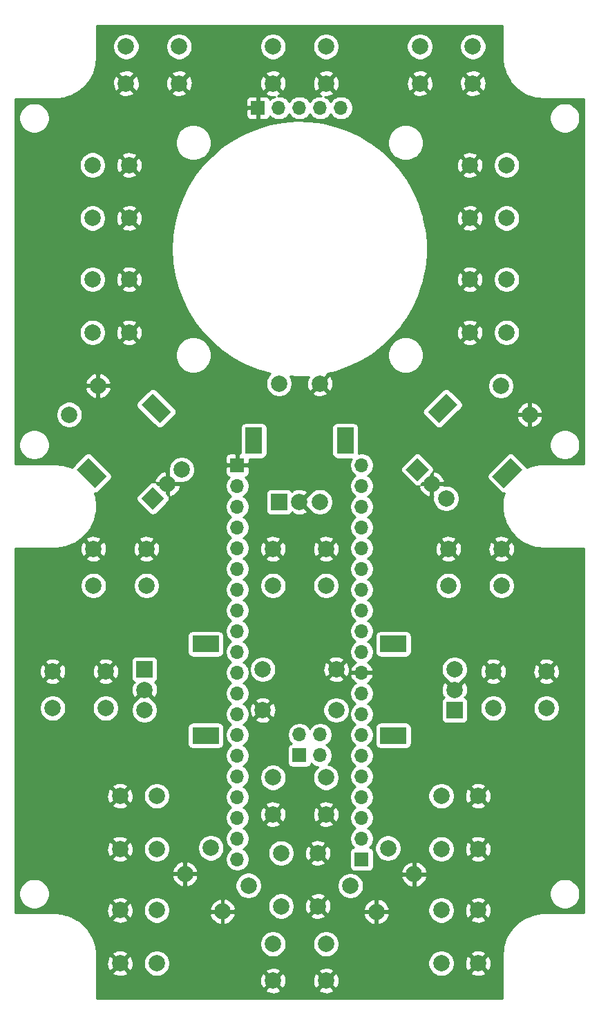
<source format=gbr>
%TF.GenerationSoftware,KiCad,Pcbnew,5.1.9-1.fc33*%
%TF.CreationDate,2021-01-04T23:25:46+01:00*%
%TF.ProjectId,Pendant PCB,50656e64-616e-4742-9050-43422e6b6963,rev?*%
%TF.SameCoordinates,Original*%
%TF.FileFunction,Copper,L2,Bot*%
%TF.FilePolarity,Positive*%
%FSLAX46Y46*%
G04 Gerber Fmt 4.6, Leading zero omitted, Abs format (unit mm)*
G04 Created by KiCad (PCBNEW 5.1.9-1.fc33) date 2021-01-04 23:25:46*
%MOMM*%
%LPD*%
G01*
G04 APERTURE LIST*
%TA.AperFunction,ComponentPad*%
%ADD10C,2.000000*%
%TD*%
%TA.AperFunction,ComponentPad*%
%ADD11R,3.200000X2.000000*%
%TD*%
%TA.AperFunction,ComponentPad*%
%ADD12R,2.000000X2.000000*%
%TD*%
%TA.AperFunction,ComponentPad*%
%ADD13C,0.100000*%
%TD*%
%TA.AperFunction,ComponentPad*%
%ADD14O,1.700000X1.700000*%
%TD*%
%TA.AperFunction,ComponentPad*%
%ADD15R,1.700000X1.700000*%
%TD*%
%TA.AperFunction,ComponentPad*%
%ADD16R,2.000000X3.200000*%
%TD*%
%TA.AperFunction,Conductor*%
%ADD17C,0.250000*%
%TD*%
%TA.AperFunction,Conductor*%
%ADD18C,0.100000*%
%TD*%
G04 APERTURE END LIST*
D10*
%TO.P,EN_SPINDLE1,B*%
%TO.N,/41*%
X114000000Y-120000000D03*
D11*
%TO.P,EN_SPINDLE1,MP*%
%TO.N,N/C*%
X106500000Y-116900000D03*
X106500000Y-128100000D03*
D10*
%TO.P,EN_SPINDLE1,S1*%
%TO.N,GND*%
X99500000Y-120000000D03*
%TO.P,EN_SPINDLE1,S2*%
%TO.N,/39*%
X99500000Y-125000000D03*
%TO.P,EN_SPINDLE1,C*%
%TO.N,GND*%
X114000000Y-122500000D03*
D12*
%TO.P,EN_SPINDLE1,A*%
%TO.N,/18*%
X114000000Y-125000000D03*
%TD*%
%TA.AperFunction,ComponentPad*%
D13*
%TO.P,EN_JOG_Z1,A*%
%TO.N,/19*%
G36*
X109428932Y-96949748D02*
G01*
X108014718Y-95535534D01*
X109428932Y-94121320D01*
X110843146Y-95535534D01*
X109428932Y-96949748D01*
G37*
%TD.AperFunction*%
D10*
%TO.P,EN_JOG_Z1,C*%
%TO.N,GND*%
X111196699Y-97303301D03*
%TO.P,EN_JOG_Z1,S2*%
%TO.N,/44*%
X119681981Y-85282486D03*
%TO.P,EN_JOG_Z1,S1*%
%TO.N,GND*%
X123217514Y-88818019D03*
%TA.AperFunction,ComponentPad*%
D13*
%TO.P,EN_JOG_Z1,MP*%
%TO.N,N/C*%
G36*
X112115938Y-89878680D02*
G01*
X110701724Y-88464466D01*
X112964466Y-86201724D01*
X114378680Y-87615938D01*
X112115938Y-89878680D01*
G37*
%TD.AperFunction*%
%TA.AperFunction,ComponentPad*%
G36*
X120035534Y-97798276D02*
G01*
X118621320Y-96384062D01*
X120884062Y-94121320D01*
X122298276Y-95535534D01*
X120035534Y-97798276D01*
G37*
%TD.AperFunction*%
D10*
%TO.P,EN_JOG_Z1,B*%
%TO.N,/20*%
X112964466Y-99071068D03*
%TD*%
%TO.P,SW_$X1,2*%
%TO.N,GND*%
X115875001Y-72250000D03*
%TO.P,SW_$X1,1*%
%TO.N,/42*%
X120375001Y-72250000D03*
%TO.P,SW_$X1,2*%
%TO.N,GND*%
X115875001Y-78750000D03*
%TO.P,SW_$X1,1*%
%TO.N,/42*%
X120375001Y-78750000D03*
%TD*%
D14*
%TO.P,J2,20*%
%TO.N,+5V*%
X102616000Y-95000000D03*
%TO.P,J2,19*%
%TO.N,/26*%
X102616000Y-97540000D03*
%TO.P,J2,18*%
%TO.N,/25*%
X102616000Y-100080000D03*
%TO.P,J2,17*%
%TO.N,/24*%
X102616000Y-102620000D03*
%TO.P,J2,16*%
%TO.N,/23*%
X102616000Y-105160000D03*
%TO.P,J2,15*%
%TO.N,/22*%
X102616000Y-107700000D03*
%TO.P,J2,14*%
%TO.N,/21*%
X102616000Y-110240000D03*
%TO.P,J2,13*%
%TO.N,/20*%
X102616000Y-112780000D03*
%TO.P,J2,12*%
%TO.N,/19*%
X102616000Y-115320000D03*
%TO.P,J2,11*%
%TO.N,/18*%
X102616000Y-117860000D03*
%TO.P,J2,10*%
%TO.N,GND*%
X102616000Y-120400000D03*
%TO.P,J2,9*%
%TO.N,+5VA*%
X102616000Y-122940000D03*
%TO.P,J2,8*%
%TO.N,/A0*%
X102616000Y-125480000D03*
%TO.P,J2,7*%
%TO.N,/39*%
X102616000Y-128020000D03*
%TO.P,J2,6*%
%TO.N,/A2*%
X102616000Y-130560000D03*
%TO.P,J2,5*%
%TO.N,/41*%
X102616000Y-133100000D03*
%TO.P,J2,4*%
%TO.N,/42*%
X102616000Y-135640000D03*
%TO.P,J2,3*%
%TO.N,/43*%
X102616000Y-138180000D03*
%TO.P,J2,2*%
%TO.N,/44*%
X102616000Y-140720000D03*
D15*
%TO.P,J2,1*%
%TO.N,/45*%
X102616000Y-143260000D03*
%TD*%
D10*
%TO.P,SW_100\u0025S1,1*%
%TO.N,GND*%
X125250000Y-120250000D03*
%TO.P,SW_100\u0025S1,2*%
%TO.N,/43*%
X125250000Y-124750000D03*
%TO.P,SW_100\u0025S1,1*%
%TO.N,GND*%
X118750000Y-120250000D03*
%TO.P,SW_100\u0025S1,2*%
%TO.N,/43*%
X118750000Y-124750000D03*
%TD*%
%TO.P,SW_$HZ1,2*%
%TO.N,/21*%
X113250000Y-109750000D03*
%TO.P,SW_$HZ1,1*%
%TO.N,GND*%
X113250000Y-105250000D03*
%TO.P,SW_$HZ1,2*%
%TO.N,/21*%
X119750000Y-109750000D03*
%TO.P,SW_$HZ1,1*%
%TO.N,GND*%
X119750000Y-105250000D03*
%TD*%
D14*
%TO.P,J5,4*%
%TO.N,/28*%
X97540000Y-128000000D03*
%TO.P,J5,3*%
%TO.N,/32*%
X95000000Y-128000000D03*
%TO.P,J5,2*%
%TO.N,/29*%
X97540000Y-130540000D03*
D15*
%TO.P,J5,1*%
%TO.N,/33*%
X95000000Y-130540000D03*
%TD*%
D12*
%TO.P,EN_FEED1,A*%
%TO.N,/3*%
X76000000Y-120000000D03*
D10*
%TO.P,EN_FEED1,C*%
%TO.N,GND*%
X76000000Y-122500000D03*
%TO.P,EN_FEED1,S2*%
%TO.N,/8*%
X90500000Y-120000000D03*
%TO.P,EN_FEED1,S1*%
%TO.N,GND*%
X90500000Y-125000000D03*
D11*
%TO.P,EN_FEED1,MP*%
%TO.N,N/C*%
X83500000Y-116900000D03*
X83500000Y-128100000D03*
D10*
%TO.P,EN_FEED1,B*%
%TO.N,/4*%
X76000000Y-125000000D03*
%TD*%
%TO.P,SW_HOLD1,2*%
%TO.N,/24*%
X98250000Y-43750000D03*
%TO.P,SW_HOLD1,1*%
%TO.N,GND*%
X98250000Y-48250000D03*
%TO.P,SW_HOLD1,2*%
%TO.N,/24*%
X91750000Y-43750000D03*
%TO.P,SW_HOLD1,1*%
%TO.N,GND*%
X91750000Y-48250000D03*
%TD*%
D15*
%TO.P,J4,1*%
%TO.N,GND*%
X89920001Y-51250000D03*
D14*
%TO.P,J4,2*%
%TO.N,+5VA*%
X92460001Y-51250000D03*
%TO.P,J4,3*%
%TO.N,/A0*%
X95000001Y-51250000D03*
%TO.P,J4,4*%
%TO.N,/A2*%
X97540001Y-51250000D03*
%TO.P,J4,5*%
%TO.N,/25*%
X100080001Y-51250000D03*
%TD*%
D12*
%TO.P,EN_JOG_Y1,A*%
%TO.N,/0*%
X92500000Y-99500000D03*
D10*
%TO.P,EN_JOG_Y1,C*%
%TO.N,GND*%
X95000000Y-99500000D03*
%TO.P,EN_JOG_Y1,S2*%
%TO.N,/26*%
X92500000Y-85000000D03*
%TO.P,EN_JOG_Y1,S1*%
%TO.N,GND*%
X97500000Y-85000000D03*
D16*
%TO.P,EN_JOG_Y1,MP*%
%TO.N,N/C*%
X89400000Y-92000000D03*
X100600000Y-92000000D03*
D10*
%TO.P,EN_JOG_Y1,B*%
%TO.N,/27*%
X97500000Y-99500000D03*
%TD*%
%TO.P,SW_MACRO-4,2*%
%TO.N,GND*%
X116875000Y-156000000D03*
%TO.P,SW_MACRO-4,1*%
%TO.N,/16*%
X112375000Y-156000000D03*
%TO.P,SW_MACRO-4,2*%
%TO.N,GND*%
X116875000Y-149500000D03*
%TO.P,SW_MACRO-4,1*%
%TO.N,/16*%
X112375000Y-149500000D03*
%TD*%
%TA.AperFunction,ComponentPad*%
D13*
%TO.P,EN_JOG_X1,A*%
%TO.N,/2*%
G36*
X78449748Y-99071068D02*
G01*
X77035534Y-100485282D01*
X75621320Y-99071068D01*
X77035534Y-97656854D01*
X78449748Y-99071068D01*
G37*
%TD.AperFunction*%
D10*
%TO.P,EN_JOG_X1,C*%
%TO.N,GND*%
X78803301Y-97303301D03*
%TO.P,EN_JOG_X1,S2*%
%TO.N,/12*%
X66782486Y-88818019D03*
%TO.P,EN_JOG_X1,S1*%
%TO.N,GND*%
X70318019Y-85282486D03*
%TA.AperFunction,ComponentPad*%
D13*
%TO.P,EN_JOG_X1,MP*%
%TO.N,N/C*%
G36*
X71378680Y-96384062D02*
G01*
X69964466Y-97798276D01*
X67701724Y-95535534D01*
X69115938Y-94121320D01*
X71378680Y-96384062D01*
G37*
%TD.AperFunction*%
%TA.AperFunction,ComponentPad*%
G36*
X79298276Y-88464466D02*
G01*
X77884062Y-89878680D01*
X75621320Y-87615938D01*
X77035534Y-86201724D01*
X79298276Y-88464466D01*
G37*
%TD.AperFunction*%
D10*
%TO.P,EN_JOG_X1,B*%
%TO.N,/1*%
X80571068Y-95535534D03*
%TD*%
%TO.P,SW_PY+1,1*%
%TO.N,GND*%
X91750000Y-137750000D03*
%TO.P,SW_PY+1,2*%
%TO.N,/29*%
X91750000Y-133250000D03*
%TO.P,SW_PY+1,1*%
%TO.N,GND*%
X98250000Y-137750000D03*
%TO.P,SW_PY+1,2*%
%TO.N,/29*%
X98250000Y-133250000D03*
%TD*%
%TO.P,SW_RST1,2*%
%TO.N,GND*%
X73750000Y-48250000D03*
%TO.P,SW_RST1,1*%
%TO.N,/9*%
X73750000Y-43750000D03*
%TO.P,SW_RST1,2*%
%TO.N,GND*%
X80250000Y-48250000D03*
%TO.P,SW_RST1,1*%
%TO.N,/9*%
X80250000Y-43750000D03*
%TD*%
%TO.P,SW_R-CLICK1,1*%
%TO.N,/10*%
X69625000Y-72250000D03*
%TO.P,SW_R-CLICK1,2*%
%TO.N,GND*%
X74125000Y-72250000D03*
%TO.P,SW_R-CLICK1,1*%
%TO.N,/10*%
X69625000Y-78750000D03*
%TO.P,SW_R-CLICK1,2*%
%TO.N,GND*%
X74125000Y-78750000D03*
%TD*%
%TO.P,SW_PX-1,2*%
%TO.N,GND*%
X80968019Y-145056981D03*
%TO.P,SW_PX-1,1*%
%TO.N,/15*%
X84150000Y-141875000D03*
%TO.P,SW_PX-1,2*%
%TO.N,GND*%
X85564214Y-149653175D03*
%TO.P,SW_PX-1,1*%
%TO.N,/15*%
X88746194Y-146471194D03*
%TD*%
%TO.P,SW_START1,2*%
%TO.N,GND*%
X109750000Y-48250000D03*
%TO.P,SW_START1,1*%
%TO.N,/23*%
X109750000Y-43750000D03*
%TO.P,SW_START1,2*%
%TO.N,GND*%
X116250000Y-48250000D03*
%TO.P,SW_START1,1*%
%TO.N,/23*%
X116250000Y-43750000D03*
%TD*%
%TO.P,SW_MACRO-3,2*%
%TO.N,/14*%
X77500000Y-156000000D03*
%TO.P,SW_MACRO-3,1*%
%TO.N,GND*%
X73000000Y-156000000D03*
%TO.P,SW_MACRO-3,2*%
%TO.N,/14*%
X77500000Y-149500000D03*
%TO.P,SW_MACRO-3,1*%
%TO.N,GND*%
X73000000Y-149500000D03*
%TD*%
%TO.P,SW_MACRO-1,2*%
%TO.N,/13*%
X77500000Y-142000000D03*
%TO.P,SW_MACRO-1,1*%
%TO.N,GND*%
X73000000Y-142000000D03*
%TO.P,SW_MACRO-1,2*%
%TO.N,/13*%
X77500000Y-135500000D03*
%TO.P,SW_MACRO-1,1*%
%TO.N,GND*%
X73000000Y-135500000D03*
%TD*%
D15*
%TO.P,J1,1*%
%TO.N,GND*%
X87376000Y-95000000D03*
D14*
%TO.P,J1,2*%
%TO.N,/27*%
X87376000Y-97540000D03*
%TO.P,J1,3*%
%TO.N,/0*%
X87376000Y-100080000D03*
%TO.P,J1,4*%
%TO.N,/1*%
X87376000Y-102620000D03*
%TO.P,J1,5*%
%TO.N,/2*%
X87376000Y-105160000D03*
%TO.P,J1,6*%
%TO.N,/3*%
X87376000Y-107700000D03*
%TO.P,J1,7*%
%TO.N,/4*%
X87376000Y-110240000D03*
%TO.P,J1,8*%
%TO.N,/5*%
X87376000Y-112780000D03*
%TO.P,J1,9*%
%TO.N,/6*%
X87376000Y-115320000D03*
%TO.P,J1,10*%
%TO.N,/7*%
X87376000Y-117860000D03*
%TO.P,J1,11*%
%TO.N,/8*%
X87376000Y-120400000D03*
%TO.P,J1,12*%
%TO.N,/9*%
X87376000Y-122940000D03*
%TO.P,J1,13*%
%TO.N,/10*%
X87376000Y-125480000D03*
%TO.P,J1,14*%
%TO.N,/11*%
X87376000Y-128020000D03*
%TO.P,J1,15*%
%TO.N,/12*%
X87376000Y-130560000D03*
%TO.P,J1,16*%
%TO.N,/13*%
X87376000Y-133100000D03*
%TO.P,J1,17*%
%TO.N,/14*%
X87376000Y-135640000D03*
%TO.P,J1,18*%
%TO.N,/15*%
X87376000Y-138180000D03*
%TO.P,J1,19*%
%TO.N,/16*%
X87376000Y-140720000D03*
%TO.P,J1,20*%
%TO.N,/17*%
X87376000Y-143260000D03*
%TD*%
D10*
%TO.P,SW_PX+1,2*%
%TO.N,GND*%
X104431981Y-149681981D03*
%TO.P,SW_PX+1,1*%
%TO.N,/28*%
X101250000Y-146500000D03*
%TO.P,SW_PX+1,2*%
%TO.N,GND*%
X109028175Y-145085786D03*
%TO.P,SW_PX+1,1*%
%TO.N,/28*%
X105846194Y-141903806D03*
%TD*%
%TO.P,SW_$HX1,2*%
%TO.N,/5*%
X69750000Y-109750000D03*
%TO.P,SW_$HX1,1*%
%TO.N,GND*%
X69750000Y-105250000D03*
%TO.P,SW_$HX1,2*%
%TO.N,/5*%
X76250000Y-109750000D03*
%TO.P,SW_$HX1,1*%
%TO.N,GND*%
X76250000Y-105250000D03*
%TD*%
%TO.P,SW_$H1,2*%
%TO.N,GND*%
X115875001Y-58250000D03*
%TO.P,SW_$H1,1*%
%TO.N,/22*%
X120375001Y-58250000D03*
%TO.P,SW_$H1,2*%
%TO.N,GND*%
X115875001Y-64750000D03*
%TO.P,SW_$H1,1*%
%TO.N,/22*%
X120375001Y-64750000D03*
%TD*%
%TO.P,SW_MACRO-2,2*%
%TO.N,GND*%
X116875000Y-142000000D03*
%TO.P,SW_MACRO-2,1*%
%TO.N,/33*%
X112375000Y-142000000D03*
%TO.P,SW_MACRO-2,2*%
%TO.N,GND*%
X116875000Y-135500000D03*
%TO.P,SW_MACRO-2,1*%
%TO.N,/33*%
X112375000Y-135500000D03*
%TD*%
%TO.P,SW_$HY1,2*%
%TO.N,/7*%
X91750000Y-109750000D03*
%TO.P,SW_$HY1,1*%
%TO.N,GND*%
X91750000Y-105250000D03*
%TO.P,SW_$HY1,2*%
%TO.N,/7*%
X98250000Y-109750000D03*
%TO.P,SW_$HY1,1*%
%TO.N,GND*%
X98250000Y-105250000D03*
%TD*%
%TO.P,SW_PY-1,2*%
%TO.N,GND*%
X91750000Y-158125000D03*
%TO.P,SW_PY-1,1*%
%TO.N,/17*%
X91750000Y-153625000D03*
%TO.P,SW_PY-1,2*%
%TO.N,GND*%
X98250000Y-158125000D03*
%TO.P,SW_PY-1,1*%
%TO.N,/17*%
X98250000Y-153625000D03*
%TD*%
%TO.P,SW_PZ-1,2*%
%TO.N,/32*%
X92750000Y-142499999D03*
%TO.P,SW_PZ-1,1*%
%TO.N,GND*%
X97250000Y-142499999D03*
%TO.P,SW_PZ-1,2*%
%TO.N,/32*%
X92750000Y-148999999D03*
%TO.P,SW_PZ-1,1*%
%TO.N,GND*%
X97250000Y-148999999D03*
%TD*%
%TO.P,SW_L-CLICK1,2*%
%TO.N,GND*%
X74125000Y-64750000D03*
%TO.P,SW_L-CLICK1,1*%
%TO.N,/11*%
X69625000Y-64750000D03*
%TO.P,SW_L-CLICK1,2*%
%TO.N,GND*%
X74125000Y-58250000D03*
%TO.P,SW_L-CLICK1,1*%
%TO.N,/11*%
X69625000Y-58250000D03*
%TD*%
%TO.P,SW_100\u0025F1,2*%
%TO.N,/6*%
X64750000Y-124750000D03*
%TO.P,SW_100\u0025F1,1*%
%TO.N,GND*%
X64750000Y-120250000D03*
%TO.P,SW_100\u0025F1,2*%
%TO.N,/6*%
X71250000Y-124750000D03*
%TO.P,SW_100\u0025F1,1*%
%TO.N,GND*%
X71250000Y-120250000D03*
%TD*%
D17*
%TO.N,GND*%
X119825000Y-45033158D02*
X119825809Y-45041372D01*
X119830573Y-45236315D01*
X119831455Y-45243656D01*
X119831094Y-45251033D01*
X119837357Y-45316682D01*
X119960014Y-46162630D01*
X119967416Y-46192994D01*
X119971818Y-46223921D01*
X119990382Y-46287201D01*
X120270791Y-47094693D01*
X120283799Y-47123105D01*
X120293971Y-47152646D01*
X120324166Y-47211274D01*
X120752208Y-47951173D01*
X120770351Y-47976609D01*
X120785928Y-48003698D01*
X120826665Y-48055558D01*
X121386897Y-48701168D01*
X121409526Y-48722718D01*
X121429941Y-48746368D01*
X121479749Y-48789590D01*
X122151957Y-49317617D01*
X122178255Y-49334500D01*
X122202772Y-49353862D01*
X122259854Y-49386886D01*
X123019780Y-49778273D01*
X123048798Y-49789879D01*
X123076532Y-49804255D01*
X123138830Y-49825889D01*
X123959056Y-50066517D01*
X123989743Y-50072426D01*
X124019697Y-50081299D01*
X124084961Y-50090763D01*
X124935070Y-50171871D01*
X124966841Y-50175000D01*
X129825000Y-50175000D01*
X129825001Y-94825000D01*
X124966841Y-94825000D01*
X124950403Y-94826619D01*
X124527903Y-94847283D01*
X124512413Y-94849529D01*
X124496768Y-94849529D01*
X124431504Y-94858991D01*
X123592557Y-95022825D01*
X123562588Y-95031702D01*
X123531915Y-95037609D01*
X123469632Y-95059237D01*
X123469619Y-95059241D01*
X123469614Y-95059244D01*
X122879109Y-95297224D01*
X122878495Y-95295200D01*
X122820459Y-95186623D01*
X122742356Y-95091454D01*
X121328142Y-93677240D01*
X121232973Y-93599137D01*
X121124396Y-93541101D01*
X121006583Y-93505363D01*
X120884062Y-93493296D01*
X120761541Y-93505363D01*
X120643728Y-93541101D01*
X120535151Y-93599137D01*
X120439982Y-93677240D01*
X118177240Y-95939982D01*
X118099137Y-96035151D01*
X118041101Y-96143728D01*
X118005363Y-96261541D01*
X117993296Y-96384062D01*
X118005363Y-96506583D01*
X118041101Y-96624396D01*
X118099137Y-96732973D01*
X118177240Y-96828142D01*
X119591454Y-98242356D01*
X119686623Y-98320459D01*
X119795200Y-98378495D01*
X119913013Y-98414233D01*
X120035534Y-98426300D01*
X120078032Y-98422114D01*
X119888682Y-99207796D01*
X119884279Y-99238735D01*
X119876880Y-99269086D01*
X119870616Y-99334735D01*
X119831094Y-100188615D01*
X119832620Y-100219826D01*
X119831094Y-100251033D01*
X119837357Y-100316682D01*
X119960014Y-101162630D01*
X119967416Y-101192994D01*
X119971818Y-101223921D01*
X119990382Y-101287201D01*
X120270791Y-102094693D01*
X120283799Y-102123105D01*
X120293971Y-102152646D01*
X120324166Y-102211274D01*
X120752208Y-102951173D01*
X120770351Y-102976609D01*
X120785928Y-103003698D01*
X120826665Y-103055558D01*
X121386897Y-103701168D01*
X121409526Y-103722718D01*
X121429941Y-103746368D01*
X121479749Y-103789590D01*
X122151957Y-104317617D01*
X122178255Y-104334500D01*
X122202772Y-104353862D01*
X122259854Y-104386886D01*
X123019780Y-104778273D01*
X123048798Y-104789879D01*
X123076532Y-104804255D01*
X123138830Y-104825889D01*
X123959056Y-105066517D01*
X123989743Y-105072426D01*
X124019697Y-105081299D01*
X124084961Y-105090763D01*
X124935070Y-105171871D01*
X124966841Y-105175000D01*
X129825001Y-105175000D01*
X129825000Y-149825000D01*
X124966841Y-149825000D01*
X124958626Y-149825809D01*
X124763685Y-149830573D01*
X124756344Y-149831455D01*
X124748967Y-149831094D01*
X124683318Y-149837357D01*
X123837370Y-149960014D01*
X123807006Y-149967416D01*
X123776079Y-149971818D01*
X123712799Y-149990382D01*
X122905307Y-150270791D01*
X122876895Y-150283799D01*
X122847354Y-150293971D01*
X122788726Y-150324165D01*
X122048827Y-150752208D01*
X122023389Y-150770352D01*
X121996303Y-150785928D01*
X121944442Y-150826665D01*
X121298832Y-151386897D01*
X121277281Y-151409528D01*
X121253632Y-151429941D01*
X121210410Y-151479749D01*
X120682384Y-152151956D01*
X120665501Y-152178254D01*
X120646138Y-152202772D01*
X120613114Y-152259855D01*
X120221727Y-153019780D01*
X120210121Y-153048798D01*
X120195745Y-153076532D01*
X120174111Y-153138830D01*
X119933483Y-153959056D01*
X119927574Y-153989743D01*
X119918701Y-154019697D01*
X119909237Y-154084961D01*
X119828098Y-154935394D01*
X119825001Y-154966841D01*
X119825000Y-160325000D01*
X70175000Y-160325000D01*
X70175000Y-159253764D01*
X90798013Y-159253764D01*
X90894171Y-159515610D01*
X91181910Y-159655854D01*
X91491481Y-159737268D01*
X91810986Y-159756723D01*
X92128147Y-159713472D01*
X92430777Y-159609178D01*
X92605829Y-159515610D01*
X92701987Y-159253764D01*
X97298013Y-159253764D01*
X97394171Y-159515610D01*
X97681910Y-159655854D01*
X97991481Y-159737268D01*
X98310986Y-159756723D01*
X98628147Y-159713472D01*
X98930777Y-159609178D01*
X99105829Y-159515610D01*
X99201987Y-159253764D01*
X98250000Y-158301777D01*
X97298013Y-159253764D01*
X92701987Y-159253764D01*
X91750000Y-158301777D01*
X90798013Y-159253764D01*
X70175000Y-159253764D01*
X70175000Y-158185986D01*
X90118277Y-158185986D01*
X90161528Y-158503147D01*
X90265822Y-158805777D01*
X90359390Y-158980829D01*
X90621236Y-159076987D01*
X91573223Y-158125000D01*
X91926777Y-158125000D01*
X92878764Y-159076987D01*
X93140610Y-158980829D01*
X93280854Y-158693090D01*
X93362268Y-158383519D01*
X93374295Y-158185986D01*
X96618277Y-158185986D01*
X96661528Y-158503147D01*
X96765822Y-158805777D01*
X96859390Y-158980829D01*
X97121236Y-159076987D01*
X98073223Y-158125000D01*
X98426777Y-158125000D01*
X99378764Y-159076987D01*
X99640610Y-158980829D01*
X99780854Y-158693090D01*
X99862268Y-158383519D01*
X99881723Y-158064014D01*
X99838472Y-157746853D01*
X99734178Y-157444223D01*
X99640610Y-157269171D01*
X99378764Y-157173013D01*
X98426777Y-158125000D01*
X98073223Y-158125000D01*
X97121236Y-157173013D01*
X96859390Y-157269171D01*
X96719146Y-157556910D01*
X96637732Y-157866481D01*
X96618277Y-158185986D01*
X93374295Y-158185986D01*
X93381723Y-158064014D01*
X93338472Y-157746853D01*
X93234178Y-157444223D01*
X93140610Y-157269171D01*
X92878764Y-157173013D01*
X91926777Y-158125000D01*
X91573223Y-158125000D01*
X90621236Y-157173013D01*
X90359390Y-157269171D01*
X90219146Y-157556910D01*
X90137732Y-157866481D01*
X90118277Y-158185986D01*
X70175000Y-158185986D01*
X70175000Y-157128764D01*
X72048013Y-157128764D01*
X72144171Y-157390610D01*
X72431910Y-157530854D01*
X72741481Y-157612268D01*
X73060986Y-157631723D01*
X73378147Y-157588472D01*
X73680777Y-157484178D01*
X73855829Y-157390610D01*
X73951987Y-157128764D01*
X73000000Y-156176777D01*
X72048013Y-157128764D01*
X70175000Y-157128764D01*
X70175000Y-156060986D01*
X71368277Y-156060986D01*
X71411528Y-156378147D01*
X71515822Y-156680777D01*
X71609390Y-156855829D01*
X71871236Y-156951987D01*
X72823223Y-156000000D01*
X73176777Y-156000000D01*
X74128764Y-156951987D01*
X74390610Y-156855829D01*
X74530854Y-156568090D01*
X74612268Y-156258519D01*
X74631723Y-155939014D01*
X74618214Y-155839951D01*
X75875000Y-155839951D01*
X75875000Y-156160049D01*
X75937448Y-156473995D01*
X76059943Y-156769726D01*
X76237780Y-157035877D01*
X76464123Y-157262220D01*
X76730274Y-157440057D01*
X77026005Y-157562552D01*
X77339951Y-157625000D01*
X77660049Y-157625000D01*
X77973995Y-157562552D01*
X78269726Y-157440057D01*
X78535877Y-157262220D01*
X78762220Y-157035877D01*
X78788707Y-156996236D01*
X90798013Y-156996236D01*
X91750000Y-157948223D01*
X92701987Y-156996236D01*
X97298013Y-156996236D01*
X98250000Y-157948223D01*
X99201987Y-156996236D01*
X99105829Y-156734390D01*
X98818090Y-156594146D01*
X98508519Y-156512732D01*
X98189014Y-156493277D01*
X97871853Y-156536528D01*
X97569223Y-156640822D01*
X97394171Y-156734390D01*
X97298013Y-156996236D01*
X92701987Y-156996236D01*
X92605829Y-156734390D01*
X92318090Y-156594146D01*
X92008519Y-156512732D01*
X91689014Y-156493277D01*
X91371853Y-156536528D01*
X91069223Y-156640822D01*
X90894171Y-156734390D01*
X90798013Y-156996236D01*
X78788707Y-156996236D01*
X78940057Y-156769726D01*
X79062552Y-156473995D01*
X79125000Y-156160049D01*
X79125000Y-155839951D01*
X110750000Y-155839951D01*
X110750000Y-156160049D01*
X110812448Y-156473995D01*
X110934943Y-156769726D01*
X111112780Y-157035877D01*
X111339123Y-157262220D01*
X111605274Y-157440057D01*
X111901005Y-157562552D01*
X112214951Y-157625000D01*
X112535049Y-157625000D01*
X112848995Y-157562552D01*
X113144726Y-157440057D01*
X113410877Y-157262220D01*
X113544333Y-157128764D01*
X115923013Y-157128764D01*
X116019171Y-157390610D01*
X116306910Y-157530854D01*
X116616481Y-157612268D01*
X116935986Y-157631723D01*
X117253147Y-157588472D01*
X117555777Y-157484178D01*
X117730829Y-157390610D01*
X117826987Y-157128764D01*
X116875000Y-156176777D01*
X115923013Y-157128764D01*
X113544333Y-157128764D01*
X113637220Y-157035877D01*
X113815057Y-156769726D01*
X113937552Y-156473995D01*
X114000000Y-156160049D01*
X114000000Y-156060986D01*
X115243277Y-156060986D01*
X115286528Y-156378147D01*
X115390822Y-156680777D01*
X115484390Y-156855829D01*
X115746236Y-156951987D01*
X116698223Y-156000000D01*
X117051777Y-156000000D01*
X118003764Y-156951987D01*
X118265610Y-156855829D01*
X118405854Y-156568090D01*
X118487268Y-156258519D01*
X118506723Y-155939014D01*
X118463472Y-155621853D01*
X118359178Y-155319223D01*
X118265610Y-155144171D01*
X118003764Y-155048013D01*
X117051777Y-156000000D01*
X116698223Y-156000000D01*
X115746236Y-155048013D01*
X115484390Y-155144171D01*
X115344146Y-155431910D01*
X115262732Y-155741481D01*
X115243277Y-156060986D01*
X114000000Y-156060986D01*
X114000000Y-155839951D01*
X113937552Y-155526005D01*
X113815057Y-155230274D01*
X113637220Y-154964123D01*
X113544333Y-154871236D01*
X115923013Y-154871236D01*
X116875000Y-155823223D01*
X117826987Y-154871236D01*
X117730829Y-154609390D01*
X117443090Y-154469146D01*
X117133519Y-154387732D01*
X116814014Y-154368277D01*
X116496853Y-154411528D01*
X116194223Y-154515822D01*
X116019171Y-154609390D01*
X115923013Y-154871236D01*
X113544333Y-154871236D01*
X113410877Y-154737780D01*
X113144726Y-154559943D01*
X112848995Y-154437448D01*
X112535049Y-154375000D01*
X112214951Y-154375000D01*
X111901005Y-154437448D01*
X111605274Y-154559943D01*
X111339123Y-154737780D01*
X111112780Y-154964123D01*
X110934943Y-155230274D01*
X110812448Y-155526005D01*
X110750000Y-155839951D01*
X79125000Y-155839951D01*
X79062552Y-155526005D01*
X78940057Y-155230274D01*
X78762220Y-154964123D01*
X78535877Y-154737780D01*
X78269726Y-154559943D01*
X77973995Y-154437448D01*
X77660049Y-154375000D01*
X77339951Y-154375000D01*
X77026005Y-154437448D01*
X76730274Y-154559943D01*
X76464123Y-154737780D01*
X76237780Y-154964123D01*
X76059943Y-155230274D01*
X75937448Y-155526005D01*
X75875000Y-155839951D01*
X74618214Y-155839951D01*
X74588472Y-155621853D01*
X74484178Y-155319223D01*
X74390610Y-155144171D01*
X74128764Y-155048013D01*
X73176777Y-156000000D01*
X72823223Y-156000000D01*
X71871236Y-155048013D01*
X71609390Y-155144171D01*
X71469146Y-155431910D01*
X71387732Y-155741481D01*
X71368277Y-156060986D01*
X70175000Y-156060986D01*
X70175000Y-154966841D01*
X70174191Y-154958626D01*
X70172056Y-154871236D01*
X72048013Y-154871236D01*
X73000000Y-155823223D01*
X73951987Y-154871236D01*
X73855829Y-154609390D01*
X73568090Y-154469146D01*
X73258519Y-154387732D01*
X72939014Y-154368277D01*
X72621853Y-154411528D01*
X72319223Y-154515822D01*
X72144171Y-154609390D01*
X72048013Y-154871236D01*
X70172056Y-154871236D01*
X70169427Y-154763685D01*
X70168545Y-154756344D01*
X70168906Y-154748967D01*
X70162643Y-154683318D01*
X70039986Y-153837370D01*
X70032584Y-153807006D01*
X70028182Y-153776079D01*
X70009618Y-153712799D01*
X69923551Y-153464951D01*
X90125000Y-153464951D01*
X90125000Y-153785049D01*
X90187448Y-154098995D01*
X90309943Y-154394726D01*
X90487780Y-154660877D01*
X90714123Y-154887220D01*
X90980274Y-155065057D01*
X91276005Y-155187552D01*
X91589951Y-155250000D01*
X91910049Y-155250000D01*
X92223995Y-155187552D01*
X92519726Y-155065057D01*
X92785877Y-154887220D01*
X93012220Y-154660877D01*
X93190057Y-154394726D01*
X93312552Y-154098995D01*
X93375000Y-153785049D01*
X93375000Y-153464951D01*
X96625000Y-153464951D01*
X96625000Y-153785049D01*
X96687448Y-154098995D01*
X96809943Y-154394726D01*
X96987780Y-154660877D01*
X97214123Y-154887220D01*
X97480274Y-155065057D01*
X97776005Y-155187552D01*
X98089951Y-155250000D01*
X98410049Y-155250000D01*
X98723995Y-155187552D01*
X99019726Y-155065057D01*
X99285877Y-154887220D01*
X99512220Y-154660877D01*
X99690057Y-154394726D01*
X99812552Y-154098995D01*
X99875000Y-153785049D01*
X99875000Y-153464951D01*
X99812552Y-153151005D01*
X99690057Y-152855274D01*
X99512220Y-152589123D01*
X99285877Y-152362780D01*
X99019726Y-152184943D01*
X98723995Y-152062448D01*
X98410049Y-152000000D01*
X98089951Y-152000000D01*
X97776005Y-152062448D01*
X97480274Y-152184943D01*
X97214123Y-152362780D01*
X96987780Y-152589123D01*
X96809943Y-152855274D01*
X96687448Y-153151005D01*
X96625000Y-153464951D01*
X93375000Y-153464951D01*
X93312552Y-153151005D01*
X93190057Y-152855274D01*
X93012220Y-152589123D01*
X92785877Y-152362780D01*
X92519726Y-152184943D01*
X92223995Y-152062448D01*
X91910049Y-152000000D01*
X91589951Y-152000000D01*
X91276005Y-152062448D01*
X90980274Y-152184943D01*
X90714123Y-152362780D01*
X90487780Y-152589123D01*
X90309943Y-152855274D01*
X90187448Y-153151005D01*
X90125000Y-153464951D01*
X69923551Y-153464951D01*
X69729209Y-152905307D01*
X69716201Y-152876895D01*
X69706029Y-152847354D01*
X69675835Y-152788726D01*
X69247792Y-152048827D01*
X69229648Y-152023389D01*
X69214072Y-151996303D01*
X69173335Y-151944442D01*
X68613103Y-151298832D01*
X68590472Y-151277281D01*
X68570059Y-151253632D01*
X68520251Y-151210410D01*
X67848044Y-150682384D01*
X67821746Y-150665501D01*
X67797228Y-150646138D01*
X67767197Y-150628764D01*
X72048013Y-150628764D01*
X72144171Y-150890610D01*
X72431910Y-151030854D01*
X72741481Y-151112268D01*
X73060986Y-151131723D01*
X73378147Y-151088472D01*
X73680777Y-150984178D01*
X73855829Y-150890610D01*
X73951987Y-150628764D01*
X73000000Y-149676777D01*
X72048013Y-150628764D01*
X67767197Y-150628764D01*
X67740145Y-150613114D01*
X66980220Y-150221727D01*
X66951202Y-150210121D01*
X66923468Y-150195745D01*
X66861170Y-150174111D01*
X66040944Y-149933483D01*
X66010257Y-149927574D01*
X65980303Y-149918701D01*
X65915039Y-149909237D01*
X65064930Y-149828129D01*
X65033159Y-149825000D01*
X60175000Y-149825000D01*
X60175000Y-149560986D01*
X71368277Y-149560986D01*
X71411528Y-149878147D01*
X71515822Y-150180777D01*
X71609390Y-150355829D01*
X71871236Y-150451987D01*
X72823223Y-149500000D01*
X73176777Y-149500000D01*
X74128764Y-150451987D01*
X74390610Y-150355829D01*
X74530854Y-150068090D01*
X74612268Y-149758519D01*
X74631723Y-149439014D01*
X74618214Y-149339951D01*
X75875000Y-149339951D01*
X75875000Y-149660049D01*
X75937448Y-149973995D01*
X76059943Y-150269726D01*
X76237780Y-150535877D01*
X76464123Y-150762220D01*
X76730274Y-150940057D01*
X77026005Y-151062552D01*
X77339951Y-151125000D01*
X77660049Y-151125000D01*
X77973995Y-151062552D01*
X78269726Y-150940057D01*
X78535877Y-150762220D01*
X78762220Y-150535877D01*
X78940057Y-150269726D01*
X79038806Y-150031322D01*
X83975742Y-150031322D01*
X84080037Y-150333952D01*
X84241368Y-150610420D01*
X84453535Y-150850101D01*
X84708385Y-151043785D01*
X84996124Y-151184029D01*
X85186067Y-151241647D01*
X85439214Y-151124488D01*
X85439214Y-149778175D01*
X85689214Y-149778175D01*
X85689214Y-151124488D01*
X85942361Y-151241647D01*
X86244991Y-151137352D01*
X86521459Y-150976021D01*
X86761140Y-150763854D01*
X86954824Y-150509004D01*
X87095068Y-150221265D01*
X87152686Y-150031322D01*
X87035527Y-149778175D01*
X85689214Y-149778175D01*
X85439214Y-149778175D01*
X84092901Y-149778175D01*
X83975742Y-150031322D01*
X79038806Y-150031322D01*
X79062552Y-149973995D01*
X79125000Y-149660049D01*
X79125000Y-149339951D01*
X79112086Y-149275028D01*
X83975742Y-149275028D01*
X84092901Y-149528175D01*
X85439214Y-149528175D01*
X85439214Y-148181862D01*
X85689214Y-148181862D01*
X85689214Y-149528175D01*
X87035527Y-149528175D01*
X87152686Y-149275028D01*
X87048391Y-148972398D01*
X86971102Y-148839950D01*
X91125000Y-148839950D01*
X91125000Y-149160048D01*
X91187448Y-149473994D01*
X91309943Y-149769725D01*
X91487780Y-150035876D01*
X91714123Y-150262219D01*
X91980274Y-150440056D01*
X92276005Y-150562551D01*
X92589951Y-150624999D01*
X92910049Y-150624999D01*
X93223995Y-150562551D01*
X93519726Y-150440056D01*
X93785877Y-150262219D01*
X93919333Y-150128763D01*
X96298013Y-150128763D01*
X96394171Y-150390609D01*
X96681910Y-150530853D01*
X96991481Y-150612267D01*
X97310986Y-150631722D01*
X97628147Y-150588471D01*
X97930777Y-150484177D01*
X98105829Y-150390609D01*
X98201987Y-150128763D01*
X98133352Y-150060128D01*
X102843509Y-150060128D01*
X102947804Y-150362758D01*
X103109135Y-150639226D01*
X103321302Y-150878907D01*
X103576152Y-151072591D01*
X103863891Y-151212835D01*
X104053834Y-151270453D01*
X104306981Y-151153294D01*
X104306981Y-149806981D01*
X104556981Y-149806981D01*
X104556981Y-151153294D01*
X104810128Y-151270453D01*
X105112758Y-151166158D01*
X105389226Y-151004827D01*
X105628907Y-150792660D01*
X105822591Y-150537810D01*
X105962835Y-150250071D01*
X106020453Y-150060128D01*
X105903294Y-149806981D01*
X104556981Y-149806981D01*
X104306981Y-149806981D01*
X102960668Y-149806981D01*
X102843509Y-150060128D01*
X98133352Y-150060128D01*
X97250000Y-149176776D01*
X96298013Y-150128763D01*
X93919333Y-150128763D01*
X94012220Y-150035876D01*
X94190057Y-149769725D01*
X94312552Y-149473994D01*
X94375000Y-149160048D01*
X94375000Y-149060985D01*
X95618277Y-149060985D01*
X95661528Y-149378146D01*
X95765822Y-149680776D01*
X95859390Y-149855828D01*
X96121236Y-149951986D01*
X97073223Y-148999999D01*
X97426777Y-148999999D01*
X98378764Y-149951986D01*
X98640610Y-149855828D01*
X98780854Y-149568089D01*
X98850350Y-149303834D01*
X102843509Y-149303834D01*
X102960668Y-149556981D01*
X104306981Y-149556981D01*
X104306981Y-148210668D01*
X104556981Y-148210668D01*
X104556981Y-149556981D01*
X105903294Y-149556981D01*
X106003737Y-149339951D01*
X110750000Y-149339951D01*
X110750000Y-149660049D01*
X110812448Y-149973995D01*
X110934943Y-150269726D01*
X111112780Y-150535877D01*
X111339123Y-150762220D01*
X111605274Y-150940057D01*
X111901005Y-151062552D01*
X112214951Y-151125000D01*
X112535049Y-151125000D01*
X112848995Y-151062552D01*
X113144726Y-150940057D01*
X113410877Y-150762220D01*
X113544333Y-150628764D01*
X115923013Y-150628764D01*
X116019171Y-150890610D01*
X116306910Y-151030854D01*
X116616481Y-151112268D01*
X116935986Y-151131723D01*
X117253147Y-151088472D01*
X117555777Y-150984178D01*
X117730829Y-150890610D01*
X117826987Y-150628764D01*
X116875000Y-149676777D01*
X115923013Y-150628764D01*
X113544333Y-150628764D01*
X113637220Y-150535877D01*
X113815057Y-150269726D01*
X113937552Y-149973995D01*
X114000000Y-149660049D01*
X114000000Y-149560986D01*
X115243277Y-149560986D01*
X115286528Y-149878147D01*
X115390822Y-150180777D01*
X115484390Y-150355829D01*
X115746236Y-150451987D01*
X116698223Y-149500000D01*
X117051777Y-149500000D01*
X118003764Y-150451987D01*
X118265610Y-150355829D01*
X118405854Y-150068090D01*
X118487268Y-149758519D01*
X118506723Y-149439014D01*
X118463472Y-149121853D01*
X118359178Y-148819223D01*
X118265610Y-148644171D01*
X118003764Y-148548013D01*
X117051777Y-149500000D01*
X116698223Y-149500000D01*
X115746236Y-148548013D01*
X115484390Y-148644171D01*
X115344146Y-148931910D01*
X115262732Y-149241481D01*
X115243277Y-149560986D01*
X114000000Y-149560986D01*
X114000000Y-149339951D01*
X113937552Y-149026005D01*
X113815057Y-148730274D01*
X113637220Y-148464123D01*
X113544333Y-148371236D01*
X115923013Y-148371236D01*
X116875000Y-149323223D01*
X117826987Y-148371236D01*
X117730829Y-148109390D01*
X117443090Y-147969146D01*
X117133519Y-147887732D01*
X116814014Y-147868277D01*
X116496853Y-147911528D01*
X116194223Y-148015822D01*
X116019171Y-148109390D01*
X115923013Y-148371236D01*
X113544333Y-148371236D01*
X113410877Y-148237780D01*
X113144726Y-148059943D01*
X112848995Y-147937448D01*
X112535049Y-147875000D01*
X112214951Y-147875000D01*
X111901005Y-147937448D01*
X111605274Y-148059943D01*
X111339123Y-148237780D01*
X111112780Y-148464123D01*
X110934943Y-148730274D01*
X110812448Y-149026005D01*
X110750000Y-149339951D01*
X106003737Y-149339951D01*
X106020453Y-149303834D01*
X105916158Y-149001204D01*
X105754827Y-148724736D01*
X105542660Y-148485055D01*
X105287810Y-148291371D01*
X105000071Y-148151127D01*
X104810128Y-148093509D01*
X104556981Y-148210668D01*
X104306981Y-148210668D01*
X104053834Y-148093509D01*
X103751204Y-148197804D01*
X103474736Y-148359135D01*
X103235055Y-148571302D01*
X103041371Y-148826152D01*
X102901127Y-149113891D01*
X102843509Y-149303834D01*
X98850350Y-149303834D01*
X98862268Y-149258518D01*
X98881723Y-148939013D01*
X98838472Y-148621852D01*
X98734178Y-148319222D01*
X98640610Y-148144170D01*
X98378764Y-148048012D01*
X97426777Y-148999999D01*
X97073223Y-148999999D01*
X96121236Y-148048012D01*
X95859390Y-148144170D01*
X95719146Y-148431909D01*
X95637732Y-148741480D01*
X95618277Y-149060985D01*
X94375000Y-149060985D01*
X94375000Y-148839950D01*
X94312552Y-148526004D01*
X94190057Y-148230273D01*
X94012220Y-147964122D01*
X93919333Y-147871235D01*
X96298013Y-147871235D01*
X97250000Y-148823222D01*
X98201987Y-147871235D01*
X98105829Y-147609389D01*
X97818090Y-147469145D01*
X97508519Y-147387731D01*
X97189014Y-147368276D01*
X96871853Y-147411527D01*
X96569223Y-147515821D01*
X96394171Y-147609389D01*
X96298013Y-147871235D01*
X93919333Y-147871235D01*
X93785877Y-147737779D01*
X93519726Y-147559942D01*
X93223995Y-147437447D01*
X92910049Y-147374999D01*
X92589951Y-147374999D01*
X92276005Y-147437447D01*
X91980274Y-147559942D01*
X91714123Y-147737779D01*
X91487780Y-147964122D01*
X91309943Y-148230273D01*
X91187448Y-148526004D01*
X91125000Y-148839950D01*
X86971102Y-148839950D01*
X86887060Y-148695930D01*
X86674893Y-148456249D01*
X86420043Y-148262565D01*
X86132304Y-148122321D01*
X85942361Y-148064703D01*
X85689214Y-148181862D01*
X85439214Y-148181862D01*
X85186067Y-148064703D01*
X84883437Y-148168998D01*
X84606969Y-148330329D01*
X84367288Y-148542496D01*
X84173604Y-148797346D01*
X84033360Y-149085085D01*
X83975742Y-149275028D01*
X79112086Y-149275028D01*
X79062552Y-149026005D01*
X78940057Y-148730274D01*
X78762220Y-148464123D01*
X78535877Y-148237780D01*
X78269726Y-148059943D01*
X77973995Y-147937448D01*
X77660049Y-147875000D01*
X77339951Y-147875000D01*
X77026005Y-147937448D01*
X76730274Y-148059943D01*
X76464123Y-148237780D01*
X76237780Y-148464123D01*
X76059943Y-148730274D01*
X75937448Y-149026005D01*
X75875000Y-149339951D01*
X74618214Y-149339951D01*
X74588472Y-149121853D01*
X74484178Y-148819223D01*
X74390610Y-148644171D01*
X74128764Y-148548013D01*
X73176777Y-149500000D01*
X72823223Y-149500000D01*
X71871236Y-148548013D01*
X71609390Y-148644171D01*
X71469146Y-148931910D01*
X71387732Y-149241481D01*
X71368277Y-149560986D01*
X60175000Y-149560986D01*
X60175000Y-147315329D01*
X60625000Y-147315329D01*
X60625000Y-147684671D01*
X60697056Y-148046917D01*
X60838397Y-148388145D01*
X61043593Y-148695243D01*
X61304757Y-148956407D01*
X61611855Y-149161603D01*
X61953083Y-149302944D01*
X62315329Y-149375000D01*
X62684671Y-149375000D01*
X63046917Y-149302944D01*
X63388145Y-149161603D01*
X63695243Y-148956407D01*
X63956407Y-148695243D01*
X64161603Y-148388145D01*
X64168606Y-148371236D01*
X72048013Y-148371236D01*
X73000000Y-149323223D01*
X73951987Y-148371236D01*
X73855829Y-148109390D01*
X73568090Y-147969146D01*
X73258519Y-147887732D01*
X72939014Y-147868277D01*
X72621853Y-147911528D01*
X72319223Y-148015822D01*
X72144171Y-148109390D01*
X72048013Y-148371236D01*
X64168606Y-148371236D01*
X64302944Y-148046917D01*
X64375000Y-147684671D01*
X64375000Y-147315329D01*
X64302944Y-146953083D01*
X64161603Y-146611855D01*
X63956407Y-146304757D01*
X63695243Y-146043593D01*
X63388145Y-145838397D01*
X63046917Y-145697056D01*
X62684671Y-145625000D01*
X62315329Y-145625000D01*
X61953083Y-145697056D01*
X61611855Y-145838397D01*
X61304757Y-146043593D01*
X61043593Y-146304757D01*
X60838397Y-146611855D01*
X60697056Y-146953083D01*
X60625000Y-147315329D01*
X60175000Y-147315329D01*
X60175000Y-145435128D01*
X79379547Y-145435128D01*
X79483842Y-145737758D01*
X79645173Y-146014226D01*
X79857340Y-146253907D01*
X80112190Y-146447591D01*
X80399929Y-146587835D01*
X80589872Y-146645453D01*
X80843019Y-146528294D01*
X80843019Y-145181981D01*
X81093019Y-145181981D01*
X81093019Y-146528294D01*
X81346166Y-146645453D01*
X81648796Y-146541158D01*
X81925264Y-146379827D01*
X82002852Y-146311145D01*
X87121194Y-146311145D01*
X87121194Y-146631243D01*
X87183642Y-146945189D01*
X87306137Y-147240920D01*
X87483974Y-147507071D01*
X87710317Y-147733414D01*
X87976468Y-147911251D01*
X88272199Y-148033746D01*
X88586145Y-148096194D01*
X88906243Y-148096194D01*
X89220189Y-148033746D01*
X89515920Y-147911251D01*
X89782071Y-147733414D01*
X90008414Y-147507071D01*
X90186251Y-147240920D01*
X90308746Y-146945189D01*
X90371194Y-146631243D01*
X90371194Y-146339951D01*
X99625000Y-146339951D01*
X99625000Y-146660049D01*
X99687448Y-146973995D01*
X99809943Y-147269726D01*
X99987780Y-147535877D01*
X100214123Y-147762220D01*
X100480274Y-147940057D01*
X100776005Y-148062552D01*
X101089951Y-148125000D01*
X101410049Y-148125000D01*
X101723995Y-148062552D01*
X102019726Y-147940057D01*
X102285877Y-147762220D01*
X102512220Y-147535877D01*
X102659585Y-147315329D01*
X125625000Y-147315329D01*
X125625000Y-147684671D01*
X125697056Y-148046917D01*
X125838397Y-148388145D01*
X126043593Y-148695243D01*
X126304757Y-148956407D01*
X126611855Y-149161603D01*
X126953083Y-149302944D01*
X127315329Y-149375000D01*
X127684671Y-149375000D01*
X128046917Y-149302944D01*
X128388145Y-149161603D01*
X128695243Y-148956407D01*
X128956407Y-148695243D01*
X129161603Y-148388145D01*
X129302944Y-148046917D01*
X129375000Y-147684671D01*
X129375000Y-147315329D01*
X129302944Y-146953083D01*
X129161603Y-146611855D01*
X128956407Y-146304757D01*
X128695243Y-146043593D01*
X128388145Y-145838397D01*
X128046917Y-145697056D01*
X127684671Y-145625000D01*
X127315329Y-145625000D01*
X126953083Y-145697056D01*
X126611855Y-145838397D01*
X126304757Y-146043593D01*
X126043593Y-146304757D01*
X125838397Y-146611855D01*
X125697056Y-146953083D01*
X125625000Y-147315329D01*
X102659585Y-147315329D01*
X102690057Y-147269726D01*
X102812552Y-146973995D01*
X102875000Y-146660049D01*
X102875000Y-146339951D01*
X102812552Y-146026005D01*
X102690057Y-145730274D01*
X102512220Y-145464123D01*
X102512030Y-145463933D01*
X107439703Y-145463933D01*
X107543998Y-145766563D01*
X107705329Y-146043031D01*
X107917496Y-146282712D01*
X108172346Y-146476396D01*
X108460085Y-146616640D01*
X108650028Y-146674258D01*
X108903175Y-146557099D01*
X108903175Y-145210786D01*
X109153175Y-145210786D01*
X109153175Y-146557099D01*
X109406322Y-146674258D01*
X109708952Y-146569963D01*
X109985420Y-146408632D01*
X110225101Y-146196465D01*
X110418785Y-145941615D01*
X110559029Y-145653876D01*
X110616647Y-145463933D01*
X110499488Y-145210786D01*
X109153175Y-145210786D01*
X108903175Y-145210786D01*
X107556862Y-145210786D01*
X107439703Y-145463933D01*
X102512030Y-145463933D01*
X102285877Y-145237780D01*
X102019726Y-145059943D01*
X101723995Y-144937448D01*
X101410049Y-144875000D01*
X101089951Y-144875000D01*
X100776005Y-144937448D01*
X100480274Y-145059943D01*
X100214123Y-145237780D01*
X99987780Y-145464123D01*
X99809943Y-145730274D01*
X99687448Y-146026005D01*
X99625000Y-146339951D01*
X90371194Y-146339951D01*
X90371194Y-146311145D01*
X90308746Y-145997199D01*
X90186251Y-145701468D01*
X90008414Y-145435317D01*
X89782071Y-145208974D01*
X89515920Y-145031137D01*
X89220189Y-144908642D01*
X88906243Y-144846194D01*
X88586145Y-144846194D01*
X88272199Y-144908642D01*
X87976468Y-145031137D01*
X87710317Y-145208974D01*
X87483974Y-145435317D01*
X87306137Y-145701468D01*
X87183642Y-145997199D01*
X87121194Y-146311145D01*
X82002852Y-146311145D01*
X82164945Y-146167660D01*
X82358629Y-145912810D01*
X82498873Y-145625071D01*
X82556491Y-145435128D01*
X82439332Y-145181981D01*
X81093019Y-145181981D01*
X80843019Y-145181981D01*
X79496706Y-145181981D01*
X79379547Y-145435128D01*
X60175000Y-145435128D01*
X60175000Y-144678834D01*
X79379547Y-144678834D01*
X79496706Y-144931981D01*
X80843019Y-144931981D01*
X80843019Y-143585668D01*
X81093019Y-143585668D01*
X81093019Y-144931981D01*
X82439332Y-144931981D01*
X82556491Y-144678834D01*
X82452196Y-144376204D01*
X82290865Y-144099736D01*
X82078698Y-143860055D01*
X81823848Y-143666371D01*
X81536109Y-143526127D01*
X81346166Y-143468509D01*
X81093019Y-143585668D01*
X80843019Y-143585668D01*
X80589872Y-143468509D01*
X80287242Y-143572804D01*
X80010774Y-143734135D01*
X79771093Y-143946302D01*
X79577409Y-144201152D01*
X79437165Y-144488891D01*
X79379547Y-144678834D01*
X60175000Y-144678834D01*
X60175000Y-143128764D01*
X72048013Y-143128764D01*
X72144171Y-143390610D01*
X72431910Y-143530854D01*
X72741481Y-143612268D01*
X73060986Y-143631723D01*
X73378147Y-143588472D01*
X73680777Y-143484178D01*
X73855829Y-143390610D01*
X73951987Y-143128764D01*
X73000000Y-142176777D01*
X72048013Y-143128764D01*
X60175000Y-143128764D01*
X60175000Y-142060986D01*
X71368277Y-142060986D01*
X71411528Y-142378147D01*
X71515822Y-142680777D01*
X71609390Y-142855829D01*
X71871236Y-142951987D01*
X72823223Y-142000000D01*
X73176777Y-142000000D01*
X74128764Y-142951987D01*
X74390610Y-142855829D01*
X74530854Y-142568090D01*
X74612268Y-142258519D01*
X74631723Y-141939014D01*
X74618214Y-141839951D01*
X75875000Y-141839951D01*
X75875000Y-142160049D01*
X75937448Y-142473995D01*
X76059943Y-142769726D01*
X76237780Y-143035877D01*
X76464123Y-143262220D01*
X76730274Y-143440057D01*
X77026005Y-143562552D01*
X77339951Y-143625000D01*
X77660049Y-143625000D01*
X77973995Y-143562552D01*
X78269726Y-143440057D01*
X78535877Y-143262220D01*
X78762220Y-143035877D01*
X78940057Y-142769726D01*
X79062552Y-142473995D01*
X79125000Y-142160049D01*
X79125000Y-141839951D01*
X79100136Y-141714951D01*
X82525000Y-141714951D01*
X82525000Y-142035049D01*
X82587448Y-142348995D01*
X82709943Y-142644726D01*
X82887780Y-142910877D01*
X83114123Y-143137220D01*
X83380274Y-143315057D01*
X83676005Y-143437552D01*
X83989951Y-143500000D01*
X84310049Y-143500000D01*
X84623995Y-143437552D01*
X84919726Y-143315057D01*
X85185877Y-143137220D01*
X85412220Y-142910877D01*
X85590057Y-142644726D01*
X85712552Y-142348995D01*
X85775000Y-142035049D01*
X85775000Y-141714951D01*
X85712552Y-141401005D01*
X85590057Y-141105274D01*
X85412220Y-140839123D01*
X85185877Y-140612780D01*
X84919726Y-140434943D01*
X84623995Y-140312448D01*
X84310049Y-140250000D01*
X83989951Y-140250000D01*
X83676005Y-140312448D01*
X83380274Y-140434943D01*
X83114123Y-140612780D01*
X82887780Y-140839123D01*
X82709943Y-141105274D01*
X82587448Y-141401005D01*
X82525000Y-141714951D01*
X79100136Y-141714951D01*
X79062552Y-141526005D01*
X78940057Y-141230274D01*
X78762220Y-140964123D01*
X78535877Y-140737780D01*
X78269726Y-140559943D01*
X77973995Y-140437448D01*
X77660049Y-140375000D01*
X77339951Y-140375000D01*
X77026005Y-140437448D01*
X76730274Y-140559943D01*
X76464123Y-140737780D01*
X76237780Y-140964123D01*
X76059943Y-141230274D01*
X75937448Y-141526005D01*
X75875000Y-141839951D01*
X74618214Y-141839951D01*
X74588472Y-141621853D01*
X74484178Y-141319223D01*
X74390610Y-141144171D01*
X74128764Y-141048013D01*
X73176777Y-142000000D01*
X72823223Y-142000000D01*
X71871236Y-141048013D01*
X71609390Y-141144171D01*
X71469146Y-141431910D01*
X71387732Y-141741481D01*
X71368277Y-142060986D01*
X60175000Y-142060986D01*
X60175000Y-140871236D01*
X72048013Y-140871236D01*
X73000000Y-141823223D01*
X73951987Y-140871236D01*
X73855829Y-140609390D01*
X73568090Y-140469146D01*
X73258519Y-140387732D01*
X72939014Y-140368277D01*
X72621853Y-140411528D01*
X72319223Y-140515822D01*
X72144171Y-140609390D01*
X72048013Y-140871236D01*
X60175000Y-140871236D01*
X60175000Y-136628764D01*
X72048013Y-136628764D01*
X72144171Y-136890610D01*
X72431910Y-137030854D01*
X72741481Y-137112268D01*
X73060986Y-137131723D01*
X73378147Y-137088472D01*
X73680777Y-136984178D01*
X73855829Y-136890610D01*
X73951987Y-136628764D01*
X73000000Y-135676777D01*
X72048013Y-136628764D01*
X60175000Y-136628764D01*
X60175000Y-135560986D01*
X71368277Y-135560986D01*
X71411528Y-135878147D01*
X71515822Y-136180777D01*
X71609390Y-136355829D01*
X71871236Y-136451987D01*
X72823223Y-135500000D01*
X73176777Y-135500000D01*
X74128764Y-136451987D01*
X74390610Y-136355829D01*
X74530854Y-136068090D01*
X74612268Y-135758519D01*
X74631723Y-135439014D01*
X74618214Y-135339951D01*
X75875000Y-135339951D01*
X75875000Y-135660049D01*
X75937448Y-135973995D01*
X76059943Y-136269726D01*
X76237780Y-136535877D01*
X76464123Y-136762220D01*
X76730274Y-136940057D01*
X77026005Y-137062552D01*
X77339951Y-137125000D01*
X77660049Y-137125000D01*
X77973995Y-137062552D01*
X78269726Y-136940057D01*
X78535877Y-136762220D01*
X78762220Y-136535877D01*
X78940057Y-136269726D01*
X79062552Y-135973995D01*
X79125000Y-135660049D01*
X79125000Y-135339951D01*
X79062552Y-135026005D01*
X78940057Y-134730274D01*
X78762220Y-134464123D01*
X78535877Y-134237780D01*
X78269726Y-134059943D01*
X77973995Y-133937448D01*
X77660049Y-133875000D01*
X77339951Y-133875000D01*
X77026005Y-133937448D01*
X76730274Y-134059943D01*
X76464123Y-134237780D01*
X76237780Y-134464123D01*
X76059943Y-134730274D01*
X75937448Y-135026005D01*
X75875000Y-135339951D01*
X74618214Y-135339951D01*
X74588472Y-135121853D01*
X74484178Y-134819223D01*
X74390610Y-134644171D01*
X74128764Y-134548013D01*
X73176777Y-135500000D01*
X72823223Y-135500000D01*
X71871236Y-134548013D01*
X71609390Y-134644171D01*
X71469146Y-134931910D01*
X71387732Y-135241481D01*
X71368277Y-135560986D01*
X60175000Y-135560986D01*
X60175000Y-134371236D01*
X72048013Y-134371236D01*
X73000000Y-135323223D01*
X73951987Y-134371236D01*
X73855829Y-134109390D01*
X73568090Y-133969146D01*
X73258519Y-133887732D01*
X72939014Y-133868277D01*
X72621853Y-133911528D01*
X72319223Y-134015822D01*
X72144171Y-134109390D01*
X72048013Y-134371236D01*
X60175000Y-134371236D01*
X60175000Y-127100000D01*
X81271976Y-127100000D01*
X81271976Y-129100000D01*
X81284043Y-129222521D01*
X81319781Y-129340334D01*
X81377817Y-129448911D01*
X81455920Y-129544080D01*
X81551089Y-129622183D01*
X81659666Y-129680219D01*
X81777479Y-129715957D01*
X81900000Y-129728024D01*
X85100000Y-129728024D01*
X85222521Y-129715957D01*
X85340334Y-129680219D01*
X85448911Y-129622183D01*
X85544080Y-129544080D01*
X85622183Y-129448911D01*
X85680219Y-129340334D01*
X85715957Y-129222521D01*
X85728024Y-129100000D01*
X85728024Y-127100000D01*
X85715957Y-126977479D01*
X85680219Y-126859666D01*
X85622183Y-126751089D01*
X85544080Y-126655920D01*
X85448911Y-126577817D01*
X85340334Y-126519781D01*
X85222521Y-126484043D01*
X85100000Y-126471976D01*
X81900000Y-126471976D01*
X81777479Y-126484043D01*
X81659666Y-126519781D01*
X81551089Y-126577817D01*
X81455920Y-126655920D01*
X81377817Y-126751089D01*
X81319781Y-126859666D01*
X81284043Y-126977479D01*
X81271976Y-127100000D01*
X60175000Y-127100000D01*
X60175000Y-124589951D01*
X63125000Y-124589951D01*
X63125000Y-124910049D01*
X63187448Y-125223995D01*
X63309943Y-125519726D01*
X63487780Y-125785877D01*
X63714123Y-126012220D01*
X63980274Y-126190057D01*
X64276005Y-126312552D01*
X64589951Y-126375000D01*
X64910049Y-126375000D01*
X65223995Y-126312552D01*
X65519726Y-126190057D01*
X65785877Y-126012220D01*
X66012220Y-125785877D01*
X66190057Y-125519726D01*
X66312552Y-125223995D01*
X66375000Y-124910049D01*
X66375000Y-124589951D01*
X69625000Y-124589951D01*
X69625000Y-124910049D01*
X69687448Y-125223995D01*
X69809943Y-125519726D01*
X69987780Y-125785877D01*
X70214123Y-126012220D01*
X70480274Y-126190057D01*
X70776005Y-126312552D01*
X71089951Y-126375000D01*
X71410049Y-126375000D01*
X71723995Y-126312552D01*
X72019726Y-126190057D01*
X72285877Y-126012220D01*
X72512220Y-125785877D01*
X72690057Y-125519726D01*
X72812552Y-125223995D01*
X72875000Y-124910049D01*
X72875000Y-124839951D01*
X74375000Y-124839951D01*
X74375000Y-125160049D01*
X74437448Y-125473995D01*
X74559943Y-125769726D01*
X74737780Y-126035877D01*
X74964123Y-126262220D01*
X75230274Y-126440057D01*
X75526005Y-126562552D01*
X75839951Y-126625000D01*
X76160049Y-126625000D01*
X76473995Y-126562552D01*
X76769726Y-126440057D01*
X77035877Y-126262220D01*
X77262220Y-126035877D01*
X77440057Y-125769726D01*
X77562552Y-125473995D01*
X77625000Y-125160049D01*
X77625000Y-124839951D01*
X77562552Y-124526005D01*
X77440057Y-124230274D01*
X77262220Y-123964123D01*
X77035877Y-123737780D01*
X76936370Y-123671291D01*
X76951987Y-123628764D01*
X76000000Y-122676777D01*
X75048013Y-123628764D01*
X75063630Y-123671291D01*
X74964123Y-123737780D01*
X74737780Y-123964123D01*
X74559943Y-124230274D01*
X74437448Y-124526005D01*
X74375000Y-124839951D01*
X72875000Y-124839951D01*
X72875000Y-124589951D01*
X72812552Y-124276005D01*
X72690057Y-123980274D01*
X72512220Y-123714123D01*
X72285877Y-123487780D01*
X72019726Y-123309943D01*
X71723995Y-123187448D01*
X71410049Y-123125000D01*
X71089951Y-123125000D01*
X70776005Y-123187448D01*
X70480274Y-123309943D01*
X70214123Y-123487780D01*
X69987780Y-123714123D01*
X69809943Y-123980274D01*
X69687448Y-124276005D01*
X69625000Y-124589951D01*
X66375000Y-124589951D01*
X66312552Y-124276005D01*
X66190057Y-123980274D01*
X66012220Y-123714123D01*
X65785877Y-123487780D01*
X65519726Y-123309943D01*
X65223995Y-123187448D01*
X64910049Y-123125000D01*
X64589951Y-123125000D01*
X64276005Y-123187448D01*
X63980274Y-123309943D01*
X63714123Y-123487780D01*
X63487780Y-123714123D01*
X63309943Y-123980274D01*
X63187448Y-124276005D01*
X63125000Y-124589951D01*
X60175000Y-124589951D01*
X60175000Y-122560986D01*
X74368277Y-122560986D01*
X74411528Y-122878147D01*
X74515822Y-123180777D01*
X74609390Y-123355829D01*
X74871236Y-123451987D01*
X75823223Y-122500000D01*
X75809081Y-122485858D01*
X75985858Y-122309081D01*
X76000000Y-122323223D01*
X76014142Y-122309081D01*
X76190919Y-122485858D01*
X76176777Y-122500000D01*
X77128764Y-123451987D01*
X77390610Y-123355829D01*
X77530854Y-123068090D01*
X77612268Y-122758519D01*
X77631723Y-122439014D01*
X77588472Y-122121853D01*
X77484178Y-121819223D01*
X77390610Y-121644171D01*
X77227262Y-121584184D01*
X77240334Y-121580219D01*
X77348911Y-121522183D01*
X77444080Y-121444080D01*
X77522183Y-121348911D01*
X77580219Y-121240334D01*
X77615957Y-121122521D01*
X77628024Y-121000000D01*
X77628024Y-119000000D01*
X77615957Y-118877479D01*
X77580219Y-118759666D01*
X77522183Y-118651089D01*
X77444080Y-118555920D01*
X77348911Y-118477817D01*
X77240334Y-118419781D01*
X77122521Y-118384043D01*
X77000000Y-118371976D01*
X75000000Y-118371976D01*
X74877479Y-118384043D01*
X74759666Y-118419781D01*
X74651089Y-118477817D01*
X74555920Y-118555920D01*
X74477817Y-118651089D01*
X74419781Y-118759666D01*
X74384043Y-118877479D01*
X74371976Y-119000000D01*
X74371976Y-121000000D01*
X74384043Y-121122521D01*
X74419781Y-121240334D01*
X74477817Y-121348911D01*
X74555920Y-121444080D01*
X74651089Y-121522183D01*
X74759666Y-121580219D01*
X74772738Y-121584184D01*
X74609390Y-121644171D01*
X74469146Y-121931910D01*
X74387732Y-122241481D01*
X74368277Y-122560986D01*
X60175000Y-122560986D01*
X60175000Y-121378764D01*
X63798013Y-121378764D01*
X63894171Y-121640610D01*
X64181910Y-121780854D01*
X64491481Y-121862268D01*
X64810986Y-121881723D01*
X65128147Y-121838472D01*
X65430777Y-121734178D01*
X65605829Y-121640610D01*
X65701987Y-121378764D01*
X70298013Y-121378764D01*
X70394171Y-121640610D01*
X70681910Y-121780854D01*
X70991481Y-121862268D01*
X71310986Y-121881723D01*
X71628147Y-121838472D01*
X71930777Y-121734178D01*
X72105829Y-121640610D01*
X72201987Y-121378764D01*
X71250000Y-120426777D01*
X70298013Y-121378764D01*
X65701987Y-121378764D01*
X64750000Y-120426777D01*
X63798013Y-121378764D01*
X60175000Y-121378764D01*
X60175000Y-120310986D01*
X63118277Y-120310986D01*
X63161528Y-120628147D01*
X63265822Y-120930777D01*
X63359390Y-121105829D01*
X63621236Y-121201987D01*
X64573223Y-120250000D01*
X64926777Y-120250000D01*
X65878764Y-121201987D01*
X66140610Y-121105829D01*
X66280854Y-120818090D01*
X66362268Y-120508519D01*
X66374295Y-120310986D01*
X69618277Y-120310986D01*
X69661528Y-120628147D01*
X69765822Y-120930777D01*
X69859390Y-121105829D01*
X70121236Y-121201987D01*
X71073223Y-120250000D01*
X71426777Y-120250000D01*
X72378764Y-121201987D01*
X72640610Y-121105829D01*
X72780854Y-120818090D01*
X72862268Y-120508519D01*
X72881723Y-120189014D01*
X72838472Y-119871853D01*
X72734178Y-119569223D01*
X72640610Y-119394171D01*
X72378764Y-119298013D01*
X71426777Y-120250000D01*
X71073223Y-120250000D01*
X70121236Y-119298013D01*
X69859390Y-119394171D01*
X69719146Y-119681910D01*
X69637732Y-119991481D01*
X69618277Y-120310986D01*
X66374295Y-120310986D01*
X66381723Y-120189014D01*
X66338472Y-119871853D01*
X66234178Y-119569223D01*
X66140610Y-119394171D01*
X65878764Y-119298013D01*
X64926777Y-120250000D01*
X64573223Y-120250000D01*
X63621236Y-119298013D01*
X63359390Y-119394171D01*
X63219146Y-119681910D01*
X63137732Y-119991481D01*
X63118277Y-120310986D01*
X60175000Y-120310986D01*
X60175000Y-119121236D01*
X63798013Y-119121236D01*
X64750000Y-120073223D01*
X65701987Y-119121236D01*
X70298013Y-119121236D01*
X71250000Y-120073223D01*
X72201987Y-119121236D01*
X72105829Y-118859390D01*
X71818090Y-118719146D01*
X71508519Y-118637732D01*
X71189014Y-118618277D01*
X70871853Y-118661528D01*
X70569223Y-118765822D01*
X70394171Y-118859390D01*
X70298013Y-119121236D01*
X65701987Y-119121236D01*
X65605829Y-118859390D01*
X65318090Y-118719146D01*
X65008519Y-118637732D01*
X64689014Y-118618277D01*
X64371853Y-118661528D01*
X64069223Y-118765822D01*
X63894171Y-118859390D01*
X63798013Y-119121236D01*
X60175000Y-119121236D01*
X60175000Y-115900000D01*
X81271976Y-115900000D01*
X81271976Y-117900000D01*
X81284043Y-118022521D01*
X81319781Y-118140334D01*
X81377817Y-118248911D01*
X81455920Y-118344080D01*
X81551089Y-118422183D01*
X81659666Y-118480219D01*
X81777479Y-118515957D01*
X81900000Y-118528024D01*
X85100000Y-118528024D01*
X85222521Y-118515957D01*
X85340334Y-118480219D01*
X85448911Y-118422183D01*
X85544080Y-118344080D01*
X85622183Y-118248911D01*
X85680219Y-118140334D01*
X85715957Y-118022521D01*
X85728024Y-117900000D01*
X85728024Y-115900000D01*
X85715957Y-115777479D01*
X85680219Y-115659666D01*
X85622183Y-115551089D01*
X85544080Y-115455920D01*
X85448911Y-115377817D01*
X85340334Y-115319781D01*
X85222521Y-115284043D01*
X85100000Y-115271976D01*
X81900000Y-115271976D01*
X81777479Y-115284043D01*
X81659666Y-115319781D01*
X81551089Y-115377817D01*
X81455920Y-115455920D01*
X81377817Y-115551089D01*
X81319781Y-115659666D01*
X81284043Y-115777479D01*
X81271976Y-115900000D01*
X60175000Y-115900000D01*
X60175000Y-109589951D01*
X68125000Y-109589951D01*
X68125000Y-109910049D01*
X68187448Y-110223995D01*
X68309943Y-110519726D01*
X68487780Y-110785877D01*
X68714123Y-111012220D01*
X68980274Y-111190057D01*
X69276005Y-111312552D01*
X69589951Y-111375000D01*
X69910049Y-111375000D01*
X70223995Y-111312552D01*
X70519726Y-111190057D01*
X70785877Y-111012220D01*
X71012220Y-110785877D01*
X71190057Y-110519726D01*
X71312552Y-110223995D01*
X71375000Y-109910049D01*
X71375000Y-109589951D01*
X74625000Y-109589951D01*
X74625000Y-109910049D01*
X74687448Y-110223995D01*
X74809943Y-110519726D01*
X74987780Y-110785877D01*
X75214123Y-111012220D01*
X75480274Y-111190057D01*
X75776005Y-111312552D01*
X76089951Y-111375000D01*
X76410049Y-111375000D01*
X76723995Y-111312552D01*
X77019726Y-111190057D01*
X77285877Y-111012220D01*
X77512220Y-110785877D01*
X77690057Y-110519726D01*
X77812552Y-110223995D01*
X77875000Y-109910049D01*
X77875000Y-109589951D01*
X77812552Y-109276005D01*
X77690057Y-108980274D01*
X77512220Y-108714123D01*
X77285877Y-108487780D01*
X77019726Y-108309943D01*
X76723995Y-108187448D01*
X76410049Y-108125000D01*
X76089951Y-108125000D01*
X75776005Y-108187448D01*
X75480274Y-108309943D01*
X75214123Y-108487780D01*
X74987780Y-108714123D01*
X74809943Y-108980274D01*
X74687448Y-109276005D01*
X74625000Y-109589951D01*
X71375000Y-109589951D01*
X71312552Y-109276005D01*
X71190057Y-108980274D01*
X71012220Y-108714123D01*
X70785877Y-108487780D01*
X70519726Y-108309943D01*
X70223995Y-108187448D01*
X69910049Y-108125000D01*
X69589951Y-108125000D01*
X69276005Y-108187448D01*
X68980274Y-108309943D01*
X68714123Y-108487780D01*
X68487780Y-108714123D01*
X68309943Y-108980274D01*
X68187448Y-109276005D01*
X68125000Y-109589951D01*
X60175000Y-109589951D01*
X60175000Y-106378764D01*
X68798013Y-106378764D01*
X68894171Y-106640610D01*
X69181910Y-106780854D01*
X69491481Y-106862268D01*
X69810986Y-106881723D01*
X70128147Y-106838472D01*
X70430777Y-106734178D01*
X70605829Y-106640610D01*
X70701987Y-106378764D01*
X75298013Y-106378764D01*
X75394171Y-106640610D01*
X75681910Y-106780854D01*
X75991481Y-106862268D01*
X76310986Y-106881723D01*
X76628147Y-106838472D01*
X76930777Y-106734178D01*
X77105829Y-106640610D01*
X77201987Y-106378764D01*
X76250000Y-105426777D01*
X75298013Y-106378764D01*
X70701987Y-106378764D01*
X69750000Y-105426777D01*
X68798013Y-106378764D01*
X60175000Y-106378764D01*
X60175000Y-105310986D01*
X68118277Y-105310986D01*
X68161528Y-105628147D01*
X68265822Y-105930777D01*
X68359390Y-106105829D01*
X68621236Y-106201987D01*
X69573223Y-105250000D01*
X69926777Y-105250000D01*
X70878764Y-106201987D01*
X71140610Y-106105829D01*
X71280854Y-105818090D01*
X71362268Y-105508519D01*
X71374295Y-105310986D01*
X74618277Y-105310986D01*
X74661528Y-105628147D01*
X74765822Y-105930777D01*
X74859390Y-106105829D01*
X75121236Y-106201987D01*
X76073223Y-105250000D01*
X76426777Y-105250000D01*
X77378764Y-106201987D01*
X77640610Y-106105829D01*
X77780854Y-105818090D01*
X77862268Y-105508519D01*
X77881723Y-105189014D01*
X77838472Y-104871853D01*
X77734178Y-104569223D01*
X77640610Y-104394171D01*
X77378764Y-104298013D01*
X76426777Y-105250000D01*
X76073223Y-105250000D01*
X75121236Y-104298013D01*
X74859390Y-104394171D01*
X74719146Y-104681910D01*
X74637732Y-104991481D01*
X74618277Y-105310986D01*
X71374295Y-105310986D01*
X71381723Y-105189014D01*
X71338472Y-104871853D01*
X71234178Y-104569223D01*
X71140610Y-104394171D01*
X70878764Y-104298013D01*
X69926777Y-105250000D01*
X69573223Y-105250000D01*
X68621236Y-104298013D01*
X68359390Y-104394171D01*
X68219146Y-104681910D01*
X68137732Y-104991481D01*
X68118277Y-105310986D01*
X60175000Y-105310986D01*
X60175000Y-105175000D01*
X65033159Y-105175000D01*
X65049597Y-105173381D01*
X65472097Y-105152717D01*
X65487587Y-105150471D01*
X65503232Y-105150471D01*
X65568497Y-105141009D01*
X66407443Y-104977175D01*
X66437413Y-104968298D01*
X66468085Y-104962391D01*
X66530362Y-104940765D01*
X66530382Y-104940759D01*
X66530391Y-104940755D01*
X67323213Y-104621238D01*
X67350955Y-104606858D01*
X67379964Y-104595255D01*
X67437047Y-104562232D01*
X68120030Y-104121236D01*
X68798013Y-104121236D01*
X69750000Y-105073223D01*
X70701987Y-104121236D01*
X75298013Y-104121236D01*
X76250000Y-105073223D01*
X77201987Y-104121236D01*
X77105829Y-103859390D01*
X76818090Y-103719146D01*
X76508519Y-103637732D01*
X76189014Y-103618277D01*
X75871853Y-103661528D01*
X75569223Y-103765822D01*
X75394171Y-103859390D01*
X75298013Y-104121236D01*
X70701987Y-104121236D01*
X70605829Y-103859390D01*
X70318090Y-103719146D01*
X70008519Y-103637732D01*
X69689014Y-103618277D01*
X69371853Y-103661528D01*
X69069223Y-103765822D01*
X68894171Y-103859390D01*
X68798013Y-104121236D01*
X68120030Y-104121236D01*
X68155154Y-104098557D01*
X68179676Y-104079191D01*
X68205969Y-104062311D01*
X68255777Y-104019090D01*
X68873250Y-103427988D01*
X68893670Y-103404331D01*
X68916293Y-103382787D01*
X68957031Y-103330927D01*
X69451587Y-102633729D01*
X69467163Y-102606643D01*
X69485307Y-102581205D01*
X69515503Y-102522577D01*
X69869302Y-101744439D01*
X69879479Y-101714883D01*
X69892481Y-101686484D01*
X69911046Y-101623205D01*
X70111318Y-100792204D01*
X70115721Y-100761265D01*
X70123120Y-100730914D01*
X70129384Y-100665265D01*
X70168906Y-99811385D01*
X70167380Y-99780174D01*
X70168906Y-99748967D01*
X70162643Y-99683318D01*
X70073871Y-99071068D01*
X74993296Y-99071068D01*
X75005363Y-99193589D01*
X75041101Y-99311402D01*
X75099137Y-99419979D01*
X75177240Y-99515148D01*
X76591454Y-100929362D01*
X76686623Y-101007465D01*
X76795200Y-101065501D01*
X76913013Y-101101239D01*
X77035534Y-101113306D01*
X77158055Y-101101239D01*
X77275868Y-101065501D01*
X77384445Y-101007465D01*
X77479614Y-100929362D01*
X78893828Y-99515148D01*
X78971931Y-99419979D01*
X79029967Y-99311402D01*
X79065705Y-99193589D01*
X79077772Y-99071068D01*
X79065705Y-98948547D01*
X79029967Y-98830734D01*
X79023527Y-98818686D01*
X79181448Y-98891773D01*
X79484078Y-98787478D01*
X79760546Y-98626147D01*
X80000227Y-98413980D01*
X80193911Y-98159130D01*
X80334155Y-97871391D01*
X80391773Y-97681448D01*
X80274614Y-97428301D01*
X78928301Y-97428301D01*
X78928301Y-98668994D01*
X78893828Y-98626988D01*
X78678301Y-98411461D01*
X78678301Y-97605080D01*
X78789160Y-97494221D01*
X78612381Y-97317442D01*
X78501522Y-97428301D01*
X77695141Y-97428301D01*
X77479614Y-97212774D01*
X77437608Y-97178301D01*
X78678301Y-97178301D01*
X78678301Y-97112381D01*
X78817442Y-97112381D01*
X78994221Y-97289160D01*
X79105080Y-97178301D01*
X80274614Y-97178301D01*
X80293642Y-97137186D01*
X80411019Y-97160534D01*
X80731117Y-97160534D01*
X81045063Y-97098086D01*
X81340794Y-96975591D01*
X81606945Y-96797754D01*
X81833288Y-96571411D01*
X82011125Y-96305260D01*
X82133620Y-96009529D01*
X82165352Y-95850000D01*
X85897976Y-95850000D01*
X85910043Y-95972521D01*
X85945781Y-96090334D01*
X86003817Y-96198911D01*
X86081920Y-96294080D01*
X86177089Y-96372183D01*
X86285666Y-96430219D01*
X86373248Y-96456787D01*
X86230293Y-96599742D01*
X86068872Y-96841325D01*
X85957683Y-97109758D01*
X85901000Y-97394725D01*
X85901000Y-97685275D01*
X85957683Y-97970242D01*
X86068872Y-98238675D01*
X86230293Y-98480258D01*
X86435742Y-98685707D01*
X86621759Y-98810000D01*
X86435742Y-98934293D01*
X86230293Y-99139742D01*
X86068872Y-99381325D01*
X85957683Y-99649758D01*
X85901000Y-99934725D01*
X85901000Y-100225275D01*
X85957683Y-100510242D01*
X86068872Y-100778675D01*
X86230293Y-101020258D01*
X86435742Y-101225707D01*
X86621759Y-101350000D01*
X86435742Y-101474293D01*
X86230293Y-101679742D01*
X86068872Y-101921325D01*
X85957683Y-102189758D01*
X85901000Y-102474725D01*
X85901000Y-102765275D01*
X85957683Y-103050242D01*
X86068872Y-103318675D01*
X86230293Y-103560258D01*
X86435742Y-103765707D01*
X86621759Y-103890000D01*
X86435742Y-104014293D01*
X86230293Y-104219742D01*
X86068872Y-104461325D01*
X85957683Y-104729758D01*
X85901000Y-105014725D01*
X85901000Y-105305275D01*
X85957683Y-105590242D01*
X86068872Y-105858675D01*
X86230293Y-106100258D01*
X86435742Y-106305707D01*
X86621759Y-106430000D01*
X86435742Y-106554293D01*
X86230293Y-106759742D01*
X86068872Y-107001325D01*
X85957683Y-107269758D01*
X85901000Y-107554725D01*
X85901000Y-107845275D01*
X85957683Y-108130242D01*
X86068872Y-108398675D01*
X86230293Y-108640258D01*
X86435742Y-108845707D01*
X86621759Y-108970000D01*
X86435742Y-109094293D01*
X86230293Y-109299742D01*
X86068872Y-109541325D01*
X85957683Y-109809758D01*
X85901000Y-110094725D01*
X85901000Y-110385275D01*
X85957683Y-110670242D01*
X86068872Y-110938675D01*
X86230293Y-111180258D01*
X86435742Y-111385707D01*
X86621759Y-111510000D01*
X86435742Y-111634293D01*
X86230293Y-111839742D01*
X86068872Y-112081325D01*
X85957683Y-112349758D01*
X85901000Y-112634725D01*
X85901000Y-112925275D01*
X85957683Y-113210242D01*
X86068872Y-113478675D01*
X86230293Y-113720258D01*
X86435742Y-113925707D01*
X86621759Y-114050000D01*
X86435742Y-114174293D01*
X86230293Y-114379742D01*
X86068872Y-114621325D01*
X85957683Y-114889758D01*
X85901000Y-115174725D01*
X85901000Y-115465275D01*
X85957683Y-115750242D01*
X86068872Y-116018675D01*
X86230293Y-116260258D01*
X86435742Y-116465707D01*
X86621759Y-116590000D01*
X86435742Y-116714293D01*
X86230293Y-116919742D01*
X86068872Y-117161325D01*
X85957683Y-117429758D01*
X85901000Y-117714725D01*
X85901000Y-118005275D01*
X85957683Y-118290242D01*
X86068872Y-118558675D01*
X86230293Y-118800258D01*
X86435742Y-119005707D01*
X86621759Y-119130000D01*
X86435742Y-119254293D01*
X86230293Y-119459742D01*
X86068872Y-119701325D01*
X85957683Y-119969758D01*
X85901000Y-120254725D01*
X85901000Y-120545275D01*
X85957683Y-120830242D01*
X86068872Y-121098675D01*
X86230293Y-121340258D01*
X86435742Y-121545707D01*
X86621759Y-121670000D01*
X86435742Y-121794293D01*
X86230293Y-121999742D01*
X86068872Y-122241325D01*
X85957683Y-122509758D01*
X85901000Y-122794725D01*
X85901000Y-123085275D01*
X85957683Y-123370242D01*
X86068872Y-123638675D01*
X86230293Y-123880258D01*
X86435742Y-124085707D01*
X86621759Y-124210000D01*
X86435742Y-124334293D01*
X86230293Y-124539742D01*
X86068872Y-124781325D01*
X85957683Y-125049758D01*
X85901000Y-125334725D01*
X85901000Y-125625275D01*
X85957683Y-125910242D01*
X86068872Y-126178675D01*
X86230293Y-126420258D01*
X86435742Y-126625707D01*
X86621759Y-126750000D01*
X86435742Y-126874293D01*
X86230293Y-127079742D01*
X86068872Y-127321325D01*
X85957683Y-127589758D01*
X85901000Y-127874725D01*
X85901000Y-128165275D01*
X85957683Y-128450242D01*
X86068872Y-128718675D01*
X86230293Y-128960258D01*
X86435742Y-129165707D01*
X86621759Y-129290000D01*
X86435742Y-129414293D01*
X86230293Y-129619742D01*
X86068872Y-129861325D01*
X85957683Y-130129758D01*
X85901000Y-130414725D01*
X85901000Y-130705275D01*
X85957683Y-130990242D01*
X86068872Y-131258675D01*
X86230293Y-131500258D01*
X86435742Y-131705707D01*
X86621759Y-131830000D01*
X86435742Y-131954293D01*
X86230293Y-132159742D01*
X86068872Y-132401325D01*
X85957683Y-132669758D01*
X85901000Y-132954725D01*
X85901000Y-133245275D01*
X85957683Y-133530242D01*
X86068872Y-133798675D01*
X86230293Y-134040258D01*
X86435742Y-134245707D01*
X86621759Y-134370000D01*
X86435742Y-134494293D01*
X86230293Y-134699742D01*
X86068872Y-134941325D01*
X85957683Y-135209758D01*
X85901000Y-135494725D01*
X85901000Y-135785275D01*
X85957683Y-136070242D01*
X86068872Y-136338675D01*
X86230293Y-136580258D01*
X86435742Y-136785707D01*
X86621759Y-136910000D01*
X86435742Y-137034293D01*
X86230293Y-137239742D01*
X86068872Y-137481325D01*
X85957683Y-137749758D01*
X85901000Y-138034725D01*
X85901000Y-138325275D01*
X85957683Y-138610242D01*
X86068872Y-138878675D01*
X86230293Y-139120258D01*
X86435742Y-139325707D01*
X86621759Y-139450000D01*
X86435742Y-139574293D01*
X86230293Y-139779742D01*
X86068872Y-140021325D01*
X85957683Y-140289758D01*
X85901000Y-140574725D01*
X85901000Y-140865275D01*
X85957683Y-141150242D01*
X86068872Y-141418675D01*
X86230293Y-141660258D01*
X86435742Y-141865707D01*
X86621759Y-141990000D01*
X86435742Y-142114293D01*
X86230293Y-142319742D01*
X86068872Y-142561325D01*
X85957683Y-142829758D01*
X85901000Y-143114725D01*
X85901000Y-143405275D01*
X85957683Y-143690242D01*
X86068872Y-143958675D01*
X86230293Y-144200258D01*
X86435742Y-144405707D01*
X86677325Y-144567128D01*
X86945758Y-144678317D01*
X87230725Y-144735000D01*
X87521275Y-144735000D01*
X87806242Y-144678317D01*
X88074675Y-144567128D01*
X88316258Y-144405707D01*
X88521707Y-144200258D01*
X88683128Y-143958675D01*
X88794317Y-143690242D01*
X88851000Y-143405275D01*
X88851000Y-143114725D01*
X88794317Y-142829758D01*
X88683128Y-142561325D01*
X88535210Y-142339950D01*
X91125000Y-142339950D01*
X91125000Y-142660048D01*
X91187448Y-142973994D01*
X91309943Y-143269725D01*
X91487780Y-143535876D01*
X91714123Y-143762219D01*
X91980274Y-143940056D01*
X92276005Y-144062551D01*
X92589951Y-144124999D01*
X92910049Y-144124999D01*
X93223995Y-144062551D01*
X93519726Y-143940056D01*
X93785877Y-143762219D01*
X93919333Y-143628763D01*
X96298013Y-143628763D01*
X96394171Y-143890609D01*
X96681910Y-144030853D01*
X96991481Y-144112267D01*
X97310986Y-144131722D01*
X97628147Y-144088471D01*
X97930777Y-143984177D01*
X98105829Y-143890609D01*
X98201987Y-143628763D01*
X97250000Y-142676776D01*
X96298013Y-143628763D01*
X93919333Y-143628763D01*
X94012220Y-143535876D01*
X94190057Y-143269725D01*
X94312552Y-142973994D01*
X94375000Y-142660048D01*
X94375000Y-142560985D01*
X95618277Y-142560985D01*
X95661528Y-142878146D01*
X95765822Y-143180776D01*
X95859390Y-143355828D01*
X96121236Y-143451986D01*
X97073223Y-142499999D01*
X97426777Y-142499999D01*
X98378764Y-143451986D01*
X98640610Y-143355828D01*
X98780854Y-143068089D01*
X98862268Y-142758518D01*
X98881723Y-142439013D01*
X98877767Y-142410000D01*
X101137976Y-142410000D01*
X101137976Y-144110000D01*
X101150043Y-144232521D01*
X101185781Y-144350334D01*
X101243817Y-144458911D01*
X101321920Y-144554080D01*
X101417089Y-144632183D01*
X101525666Y-144690219D01*
X101643479Y-144725957D01*
X101766000Y-144738024D01*
X103466000Y-144738024D01*
X103588521Y-144725957D01*
X103648907Y-144707639D01*
X107439703Y-144707639D01*
X107556862Y-144960786D01*
X108903175Y-144960786D01*
X108903175Y-143614473D01*
X109153175Y-143614473D01*
X109153175Y-144960786D01*
X110499488Y-144960786D01*
X110616647Y-144707639D01*
X110512352Y-144405009D01*
X110351021Y-144128541D01*
X110138854Y-143888860D01*
X109884004Y-143695176D01*
X109596265Y-143554932D01*
X109406322Y-143497314D01*
X109153175Y-143614473D01*
X108903175Y-143614473D01*
X108650028Y-143497314D01*
X108347398Y-143601609D01*
X108070930Y-143762940D01*
X107831249Y-143975107D01*
X107637565Y-144229957D01*
X107497321Y-144517696D01*
X107439703Y-144707639D01*
X103648907Y-144707639D01*
X103706334Y-144690219D01*
X103814911Y-144632183D01*
X103910080Y-144554080D01*
X103988183Y-144458911D01*
X104046219Y-144350334D01*
X104081957Y-144232521D01*
X104094024Y-144110000D01*
X104094024Y-142410000D01*
X104081957Y-142287479D01*
X104046219Y-142169666D01*
X103988183Y-142061089D01*
X103910080Y-141965920D01*
X103814911Y-141887817D01*
X103706334Y-141829781D01*
X103618752Y-141803213D01*
X103678208Y-141743757D01*
X104221194Y-141743757D01*
X104221194Y-142063855D01*
X104283642Y-142377801D01*
X104406137Y-142673532D01*
X104583974Y-142939683D01*
X104810317Y-143166026D01*
X105076468Y-143343863D01*
X105372199Y-143466358D01*
X105686145Y-143528806D01*
X106006243Y-143528806D01*
X106320189Y-143466358D01*
X106615920Y-143343863D01*
X106882071Y-143166026D01*
X107108414Y-142939683D01*
X107286251Y-142673532D01*
X107408746Y-142377801D01*
X107471194Y-142063855D01*
X107471194Y-141839951D01*
X110750000Y-141839951D01*
X110750000Y-142160049D01*
X110812448Y-142473995D01*
X110934943Y-142769726D01*
X111112780Y-143035877D01*
X111339123Y-143262220D01*
X111605274Y-143440057D01*
X111901005Y-143562552D01*
X112214951Y-143625000D01*
X112535049Y-143625000D01*
X112848995Y-143562552D01*
X113144726Y-143440057D01*
X113410877Y-143262220D01*
X113544333Y-143128764D01*
X115923013Y-143128764D01*
X116019171Y-143390610D01*
X116306910Y-143530854D01*
X116616481Y-143612268D01*
X116935986Y-143631723D01*
X117253147Y-143588472D01*
X117555777Y-143484178D01*
X117730829Y-143390610D01*
X117826987Y-143128764D01*
X116875000Y-142176777D01*
X115923013Y-143128764D01*
X113544333Y-143128764D01*
X113637220Y-143035877D01*
X113815057Y-142769726D01*
X113937552Y-142473995D01*
X114000000Y-142160049D01*
X114000000Y-142060986D01*
X115243277Y-142060986D01*
X115286528Y-142378147D01*
X115390822Y-142680777D01*
X115484390Y-142855829D01*
X115746236Y-142951987D01*
X116698223Y-142000000D01*
X117051777Y-142000000D01*
X118003764Y-142951987D01*
X118265610Y-142855829D01*
X118405854Y-142568090D01*
X118487268Y-142258519D01*
X118506723Y-141939014D01*
X118463472Y-141621853D01*
X118359178Y-141319223D01*
X118265610Y-141144171D01*
X118003764Y-141048013D01*
X117051777Y-142000000D01*
X116698223Y-142000000D01*
X115746236Y-141048013D01*
X115484390Y-141144171D01*
X115344146Y-141431910D01*
X115262732Y-141741481D01*
X115243277Y-142060986D01*
X114000000Y-142060986D01*
X114000000Y-141839951D01*
X113937552Y-141526005D01*
X113815057Y-141230274D01*
X113637220Y-140964123D01*
X113544333Y-140871236D01*
X115923013Y-140871236D01*
X116875000Y-141823223D01*
X117826987Y-140871236D01*
X117730829Y-140609390D01*
X117443090Y-140469146D01*
X117133519Y-140387732D01*
X116814014Y-140368277D01*
X116496853Y-140411528D01*
X116194223Y-140515822D01*
X116019171Y-140609390D01*
X115923013Y-140871236D01*
X113544333Y-140871236D01*
X113410877Y-140737780D01*
X113144726Y-140559943D01*
X112848995Y-140437448D01*
X112535049Y-140375000D01*
X112214951Y-140375000D01*
X111901005Y-140437448D01*
X111605274Y-140559943D01*
X111339123Y-140737780D01*
X111112780Y-140964123D01*
X110934943Y-141230274D01*
X110812448Y-141526005D01*
X110750000Y-141839951D01*
X107471194Y-141839951D01*
X107471194Y-141743757D01*
X107408746Y-141429811D01*
X107286251Y-141134080D01*
X107108414Y-140867929D01*
X106882071Y-140641586D01*
X106615920Y-140463749D01*
X106320189Y-140341254D01*
X106006243Y-140278806D01*
X105686145Y-140278806D01*
X105372199Y-140341254D01*
X105076468Y-140463749D01*
X104810317Y-140641586D01*
X104583974Y-140867929D01*
X104406137Y-141134080D01*
X104283642Y-141429811D01*
X104221194Y-141743757D01*
X103678208Y-141743757D01*
X103761707Y-141660258D01*
X103923128Y-141418675D01*
X104034317Y-141150242D01*
X104091000Y-140865275D01*
X104091000Y-140574725D01*
X104034317Y-140289758D01*
X103923128Y-140021325D01*
X103761707Y-139779742D01*
X103556258Y-139574293D01*
X103370241Y-139450000D01*
X103556258Y-139325707D01*
X103761707Y-139120258D01*
X103923128Y-138878675D01*
X104034317Y-138610242D01*
X104091000Y-138325275D01*
X104091000Y-138034725D01*
X104034317Y-137749758D01*
X103923128Y-137481325D01*
X103761707Y-137239742D01*
X103556258Y-137034293D01*
X103370241Y-136910000D01*
X103556258Y-136785707D01*
X103761707Y-136580258D01*
X103923128Y-136338675D01*
X104034317Y-136070242D01*
X104091000Y-135785275D01*
X104091000Y-135494725D01*
X104060214Y-135339951D01*
X110750000Y-135339951D01*
X110750000Y-135660049D01*
X110812448Y-135973995D01*
X110934943Y-136269726D01*
X111112780Y-136535877D01*
X111339123Y-136762220D01*
X111605274Y-136940057D01*
X111901005Y-137062552D01*
X112214951Y-137125000D01*
X112535049Y-137125000D01*
X112848995Y-137062552D01*
X113144726Y-136940057D01*
X113410877Y-136762220D01*
X113544333Y-136628764D01*
X115923013Y-136628764D01*
X116019171Y-136890610D01*
X116306910Y-137030854D01*
X116616481Y-137112268D01*
X116935986Y-137131723D01*
X117253147Y-137088472D01*
X117555777Y-136984178D01*
X117730829Y-136890610D01*
X117826987Y-136628764D01*
X116875000Y-135676777D01*
X115923013Y-136628764D01*
X113544333Y-136628764D01*
X113637220Y-136535877D01*
X113815057Y-136269726D01*
X113937552Y-135973995D01*
X114000000Y-135660049D01*
X114000000Y-135560986D01*
X115243277Y-135560986D01*
X115286528Y-135878147D01*
X115390822Y-136180777D01*
X115484390Y-136355829D01*
X115746236Y-136451987D01*
X116698223Y-135500000D01*
X117051777Y-135500000D01*
X118003764Y-136451987D01*
X118265610Y-136355829D01*
X118405854Y-136068090D01*
X118487268Y-135758519D01*
X118506723Y-135439014D01*
X118463472Y-135121853D01*
X118359178Y-134819223D01*
X118265610Y-134644171D01*
X118003764Y-134548013D01*
X117051777Y-135500000D01*
X116698223Y-135500000D01*
X115746236Y-134548013D01*
X115484390Y-134644171D01*
X115344146Y-134931910D01*
X115262732Y-135241481D01*
X115243277Y-135560986D01*
X114000000Y-135560986D01*
X114000000Y-135339951D01*
X113937552Y-135026005D01*
X113815057Y-134730274D01*
X113637220Y-134464123D01*
X113544333Y-134371236D01*
X115923013Y-134371236D01*
X116875000Y-135323223D01*
X117826987Y-134371236D01*
X117730829Y-134109390D01*
X117443090Y-133969146D01*
X117133519Y-133887732D01*
X116814014Y-133868277D01*
X116496853Y-133911528D01*
X116194223Y-134015822D01*
X116019171Y-134109390D01*
X115923013Y-134371236D01*
X113544333Y-134371236D01*
X113410877Y-134237780D01*
X113144726Y-134059943D01*
X112848995Y-133937448D01*
X112535049Y-133875000D01*
X112214951Y-133875000D01*
X111901005Y-133937448D01*
X111605274Y-134059943D01*
X111339123Y-134237780D01*
X111112780Y-134464123D01*
X110934943Y-134730274D01*
X110812448Y-135026005D01*
X110750000Y-135339951D01*
X104060214Y-135339951D01*
X104034317Y-135209758D01*
X103923128Y-134941325D01*
X103761707Y-134699742D01*
X103556258Y-134494293D01*
X103370241Y-134370000D01*
X103556258Y-134245707D01*
X103761707Y-134040258D01*
X103923128Y-133798675D01*
X104034317Y-133530242D01*
X104091000Y-133245275D01*
X104091000Y-132954725D01*
X104034317Y-132669758D01*
X103923128Y-132401325D01*
X103761707Y-132159742D01*
X103556258Y-131954293D01*
X103370241Y-131830000D01*
X103556258Y-131705707D01*
X103761707Y-131500258D01*
X103923128Y-131258675D01*
X104034317Y-130990242D01*
X104091000Y-130705275D01*
X104091000Y-130414725D01*
X104034317Y-130129758D01*
X103923128Y-129861325D01*
X103761707Y-129619742D01*
X103556258Y-129414293D01*
X103370241Y-129290000D01*
X103556258Y-129165707D01*
X103761707Y-128960258D01*
X103923128Y-128718675D01*
X104034317Y-128450242D01*
X104091000Y-128165275D01*
X104091000Y-127874725D01*
X104034317Y-127589758D01*
X103923128Y-127321325D01*
X103775243Y-127100000D01*
X104271976Y-127100000D01*
X104271976Y-129100000D01*
X104284043Y-129222521D01*
X104319781Y-129340334D01*
X104377817Y-129448911D01*
X104455920Y-129544080D01*
X104551089Y-129622183D01*
X104659666Y-129680219D01*
X104777479Y-129715957D01*
X104900000Y-129728024D01*
X108100000Y-129728024D01*
X108222521Y-129715957D01*
X108340334Y-129680219D01*
X108448911Y-129622183D01*
X108544080Y-129544080D01*
X108622183Y-129448911D01*
X108680219Y-129340334D01*
X108715957Y-129222521D01*
X108728024Y-129100000D01*
X108728024Y-127100000D01*
X108715957Y-126977479D01*
X108680219Y-126859666D01*
X108622183Y-126751089D01*
X108544080Y-126655920D01*
X108448911Y-126577817D01*
X108340334Y-126519781D01*
X108222521Y-126484043D01*
X108100000Y-126471976D01*
X104900000Y-126471976D01*
X104777479Y-126484043D01*
X104659666Y-126519781D01*
X104551089Y-126577817D01*
X104455920Y-126655920D01*
X104377817Y-126751089D01*
X104319781Y-126859666D01*
X104284043Y-126977479D01*
X104271976Y-127100000D01*
X103775243Y-127100000D01*
X103761707Y-127079742D01*
X103556258Y-126874293D01*
X103370241Y-126750000D01*
X103556258Y-126625707D01*
X103761707Y-126420258D01*
X103923128Y-126178675D01*
X104034317Y-125910242D01*
X104091000Y-125625275D01*
X104091000Y-125334725D01*
X104034317Y-125049758D01*
X103923128Y-124781325D01*
X103761707Y-124539742D01*
X103556258Y-124334293D01*
X103370241Y-124210000D01*
X103556258Y-124085707D01*
X103761707Y-123880258D01*
X103923128Y-123638675D01*
X104034317Y-123370242D01*
X104091000Y-123085275D01*
X104091000Y-122794725D01*
X104044507Y-122560986D01*
X112368277Y-122560986D01*
X112411528Y-122878147D01*
X112515822Y-123180777D01*
X112609390Y-123355829D01*
X112772738Y-123415816D01*
X112759666Y-123419781D01*
X112651089Y-123477817D01*
X112555920Y-123555920D01*
X112477817Y-123651089D01*
X112419781Y-123759666D01*
X112384043Y-123877479D01*
X112371976Y-124000000D01*
X112371976Y-126000000D01*
X112384043Y-126122521D01*
X112419781Y-126240334D01*
X112477817Y-126348911D01*
X112555920Y-126444080D01*
X112651089Y-126522183D01*
X112759666Y-126580219D01*
X112877479Y-126615957D01*
X113000000Y-126628024D01*
X115000000Y-126628024D01*
X115122521Y-126615957D01*
X115240334Y-126580219D01*
X115348911Y-126522183D01*
X115444080Y-126444080D01*
X115522183Y-126348911D01*
X115580219Y-126240334D01*
X115615957Y-126122521D01*
X115628024Y-126000000D01*
X115628024Y-124589951D01*
X117125000Y-124589951D01*
X117125000Y-124910049D01*
X117187448Y-125223995D01*
X117309943Y-125519726D01*
X117487780Y-125785877D01*
X117714123Y-126012220D01*
X117980274Y-126190057D01*
X118276005Y-126312552D01*
X118589951Y-126375000D01*
X118910049Y-126375000D01*
X119223995Y-126312552D01*
X119519726Y-126190057D01*
X119785877Y-126012220D01*
X120012220Y-125785877D01*
X120190057Y-125519726D01*
X120312552Y-125223995D01*
X120375000Y-124910049D01*
X120375000Y-124589951D01*
X123625000Y-124589951D01*
X123625000Y-124910049D01*
X123687448Y-125223995D01*
X123809943Y-125519726D01*
X123987780Y-125785877D01*
X124214123Y-126012220D01*
X124480274Y-126190057D01*
X124776005Y-126312552D01*
X125089951Y-126375000D01*
X125410049Y-126375000D01*
X125723995Y-126312552D01*
X126019726Y-126190057D01*
X126285877Y-126012220D01*
X126512220Y-125785877D01*
X126690057Y-125519726D01*
X126812552Y-125223995D01*
X126875000Y-124910049D01*
X126875000Y-124589951D01*
X126812552Y-124276005D01*
X126690057Y-123980274D01*
X126512220Y-123714123D01*
X126285877Y-123487780D01*
X126019726Y-123309943D01*
X125723995Y-123187448D01*
X125410049Y-123125000D01*
X125089951Y-123125000D01*
X124776005Y-123187448D01*
X124480274Y-123309943D01*
X124214123Y-123487780D01*
X123987780Y-123714123D01*
X123809943Y-123980274D01*
X123687448Y-124276005D01*
X123625000Y-124589951D01*
X120375000Y-124589951D01*
X120312552Y-124276005D01*
X120190057Y-123980274D01*
X120012220Y-123714123D01*
X119785877Y-123487780D01*
X119519726Y-123309943D01*
X119223995Y-123187448D01*
X118910049Y-123125000D01*
X118589951Y-123125000D01*
X118276005Y-123187448D01*
X117980274Y-123309943D01*
X117714123Y-123487780D01*
X117487780Y-123714123D01*
X117309943Y-123980274D01*
X117187448Y-124276005D01*
X117125000Y-124589951D01*
X115628024Y-124589951D01*
X115628024Y-124000000D01*
X115615957Y-123877479D01*
X115580219Y-123759666D01*
X115522183Y-123651089D01*
X115444080Y-123555920D01*
X115348911Y-123477817D01*
X115240334Y-123419781D01*
X115227262Y-123415816D01*
X115390610Y-123355829D01*
X115530854Y-123068090D01*
X115612268Y-122758519D01*
X115631723Y-122439014D01*
X115588472Y-122121853D01*
X115484178Y-121819223D01*
X115390610Y-121644171D01*
X115128764Y-121548013D01*
X114176777Y-122500000D01*
X114190919Y-122514142D01*
X114014142Y-122690919D01*
X114000000Y-122676777D01*
X113985858Y-122690919D01*
X113809081Y-122514142D01*
X113823223Y-122500000D01*
X112871236Y-121548013D01*
X112609390Y-121644171D01*
X112469146Y-121931910D01*
X112387732Y-122241481D01*
X112368277Y-122560986D01*
X104044507Y-122560986D01*
X104034317Y-122509758D01*
X103923128Y-122241325D01*
X103761707Y-121999742D01*
X103556258Y-121794293D01*
X103361781Y-121664348D01*
X103490496Y-121587812D01*
X103705423Y-121394383D01*
X103878485Y-121162740D01*
X104003030Y-120901786D01*
X104048045Y-120753372D01*
X103928812Y-120525000D01*
X102741000Y-120525000D01*
X102741000Y-120545000D01*
X102491000Y-120545000D01*
X102491000Y-120525000D01*
X101303188Y-120525000D01*
X101183955Y-120753372D01*
X101228970Y-120901786D01*
X101353515Y-121162740D01*
X101526577Y-121394383D01*
X101741504Y-121587812D01*
X101870219Y-121664348D01*
X101675742Y-121794293D01*
X101470293Y-121999742D01*
X101308872Y-122241325D01*
X101197683Y-122509758D01*
X101141000Y-122794725D01*
X101141000Y-123085275D01*
X101197683Y-123370242D01*
X101308872Y-123638675D01*
X101470293Y-123880258D01*
X101675742Y-124085707D01*
X101861759Y-124210000D01*
X101675742Y-124334293D01*
X101470293Y-124539742D01*
X101308872Y-124781325D01*
X101197683Y-125049758D01*
X101141000Y-125334725D01*
X101141000Y-125625275D01*
X101197683Y-125910242D01*
X101308872Y-126178675D01*
X101470293Y-126420258D01*
X101675742Y-126625707D01*
X101861759Y-126750000D01*
X101675742Y-126874293D01*
X101470293Y-127079742D01*
X101308872Y-127321325D01*
X101197683Y-127589758D01*
X101141000Y-127874725D01*
X101141000Y-128165275D01*
X101197683Y-128450242D01*
X101308872Y-128718675D01*
X101470293Y-128960258D01*
X101675742Y-129165707D01*
X101861759Y-129290000D01*
X101675742Y-129414293D01*
X101470293Y-129619742D01*
X101308872Y-129861325D01*
X101197683Y-130129758D01*
X101141000Y-130414725D01*
X101141000Y-130705275D01*
X101197683Y-130990242D01*
X101308872Y-131258675D01*
X101470293Y-131500258D01*
X101675742Y-131705707D01*
X101861759Y-131830000D01*
X101675742Y-131954293D01*
X101470293Y-132159742D01*
X101308872Y-132401325D01*
X101197683Y-132669758D01*
X101141000Y-132954725D01*
X101141000Y-133245275D01*
X101197683Y-133530242D01*
X101308872Y-133798675D01*
X101470293Y-134040258D01*
X101675742Y-134245707D01*
X101861759Y-134370000D01*
X101675742Y-134494293D01*
X101470293Y-134699742D01*
X101308872Y-134941325D01*
X101197683Y-135209758D01*
X101141000Y-135494725D01*
X101141000Y-135785275D01*
X101197683Y-136070242D01*
X101308872Y-136338675D01*
X101470293Y-136580258D01*
X101675742Y-136785707D01*
X101861759Y-136910000D01*
X101675742Y-137034293D01*
X101470293Y-137239742D01*
X101308872Y-137481325D01*
X101197683Y-137749758D01*
X101141000Y-138034725D01*
X101141000Y-138325275D01*
X101197683Y-138610242D01*
X101308872Y-138878675D01*
X101470293Y-139120258D01*
X101675742Y-139325707D01*
X101861759Y-139450000D01*
X101675742Y-139574293D01*
X101470293Y-139779742D01*
X101308872Y-140021325D01*
X101197683Y-140289758D01*
X101141000Y-140574725D01*
X101141000Y-140865275D01*
X101197683Y-141150242D01*
X101308872Y-141418675D01*
X101470293Y-141660258D01*
X101613248Y-141803213D01*
X101525666Y-141829781D01*
X101417089Y-141887817D01*
X101321920Y-141965920D01*
X101243817Y-142061089D01*
X101185781Y-142169666D01*
X101150043Y-142287479D01*
X101137976Y-142410000D01*
X98877767Y-142410000D01*
X98838472Y-142121852D01*
X98734178Y-141819222D01*
X98640610Y-141644170D01*
X98378764Y-141548012D01*
X97426777Y-142499999D01*
X97073223Y-142499999D01*
X96121236Y-141548012D01*
X95859390Y-141644170D01*
X95719146Y-141931909D01*
X95637732Y-142241480D01*
X95618277Y-142560985D01*
X94375000Y-142560985D01*
X94375000Y-142339950D01*
X94312552Y-142026004D01*
X94190057Y-141730273D01*
X94012220Y-141464122D01*
X93919333Y-141371235D01*
X96298013Y-141371235D01*
X97250000Y-142323222D01*
X98201987Y-141371235D01*
X98105829Y-141109389D01*
X97818090Y-140969145D01*
X97508519Y-140887731D01*
X97189014Y-140868276D01*
X96871853Y-140911527D01*
X96569223Y-141015821D01*
X96394171Y-141109389D01*
X96298013Y-141371235D01*
X93919333Y-141371235D01*
X93785877Y-141237779D01*
X93519726Y-141059942D01*
X93223995Y-140937447D01*
X92910049Y-140874999D01*
X92589951Y-140874999D01*
X92276005Y-140937447D01*
X91980274Y-141059942D01*
X91714123Y-141237779D01*
X91487780Y-141464122D01*
X91309943Y-141730273D01*
X91187448Y-142026004D01*
X91125000Y-142339950D01*
X88535210Y-142339950D01*
X88521707Y-142319742D01*
X88316258Y-142114293D01*
X88130241Y-141990000D01*
X88316258Y-141865707D01*
X88521707Y-141660258D01*
X88683128Y-141418675D01*
X88794317Y-141150242D01*
X88851000Y-140865275D01*
X88851000Y-140574725D01*
X88794317Y-140289758D01*
X88683128Y-140021325D01*
X88521707Y-139779742D01*
X88316258Y-139574293D01*
X88130241Y-139450000D01*
X88316258Y-139325707D01*
X88521707Y-139120258D01*
X88683068Y-138878764D01*
X90798013Y-138878764D01*
X90894171Y-139140610D01*
X91181910Y-139280854D01*
X91491481Y-139362268D01*
X91810986Y-139381723D01*
X92128147Y-139338472D01*
X92430777Y-139234178D01*
X92605829Y-139140610D01*
X92701987Y-138878764D01*
X97298013Y-138878764D01*
X97394171Y-139140610D01*
X97681910Y-139280854D01*
X97991481Y-139362268D01*
X98310986Y-139381723D01*
X98628147Y-139338472D01*
X98930777Y-139234178D01*
X99105829Y-139140610D01*
X99201987Y-138878764D01*
X98250000Y-137926777D01*
X97298013Y-138878764D01*
X92701987Y-138878764D01*
X91750000Y-137926777D01*
X90798013Y-138878764D01*
X88683068Y-138878764D01*
X88683128Y-138878675D01*
X88794317Y-138610242D01*
X88851000Y-138325275D01*
X88851000Y-138034725D01*
X88806496Y-137810986D01*
X90118277Y-137810986D01*
X90161528Y-138128147D01*
X90265822Y-138430777D01*
X90359390Y-138605829D01*
X90621236Y-138701987D01*
X91573223Y-137750000D01*
X91926777Y-137750000D01*
X92878764Y-138701987D01*
X93140610Y-138605829D01*
X93280854Y-138318090D01*
X93362268Y-138008519D01*
X93374295Y-137810986D01*
X96618277Y-137810986D01*
X96661528Y-138128147D01*
X96765822Y-138430777D01*
X96859390Y-138605829D01*
X97121236Y-138701987D01*
X98073223Y-137750000D01*
X98426777Y-137750000D01*
X99378764Y-138701987D01*
X99640610Y-138605829D01*
X99780854Y-138318090D01*
X99862268Y-138008519D01*
X99881723Y-137689014D01*
X99838472Y-137371853D01*
X99734178Y-137069223D01*
X99640610Y-136894171D01*
X99378764Y-136798013D01*
X98426777Y-137750000D01*
X98073223Y-137750000D01*
X97121236Y-136798013D01*
X96859390Y-136894171D01*
X96719146Y-137181910D01*
X96637732Y-137491481D01*
X96618277Y-137810986D01*
X93374295Y-137810986D01*
X93381723Y-137689014D01*
X93338472Y-137371853D01*
X93234178Y-137069223D01*
X93140610Y-136894171D01*
X92878764Y-136798013D01*
X91926777Y-137750000D01*
X91573223Y-137750000D01*
X90621236Y-136798013D01*
X90359390Y-136894171D01*
X90219146Y-137181910D01*
X90137732Y-137491481D01*
X90118277Y-137810986D01*
X88806496Y-137810986D01*
X88794317Y-137749758D01*
X88683128Y-137481325D01*
X88521707Y-137239742D01*
X88316258Y-137034293D01*
X88130241Y-136910000D01*
X88316258Y-136785707D01*
X88480729Y-136621236D01*
X90798013Y-136621236D01*
X91750000Y-137573223D01*
X92701987Y-136621236D01*
X97298013Y-136621236D01*
X98250000Y-137573223D01*
X99201987Y-136621236D01*
X99105829Y-136359390D01*
X98818090Y-136219146D01*
X98508519Y-136137732D01*
X98189014Y-136118277D01*
X97871853Y-136161528D01*
X97569223Y-136265822D01*
X97394171Y-136359390D01*
X97298013Y-136621236D01*
X92701987Y-136621236D01*
X92605829Y-136359390D01*
X92318090Y-136219146D01*
X92008519Y-136137732D01*
X91689014Y-136118277D01*
X91371853Y-136161528D01*
X91069223Y-136265822D01*
X90894171Y-136359390D01*
X90798013Y-136621236D01*
X88480729Y-136621236D01*
X88521707Y-136580258D01*
X88683128Y-136338675D01*
X88794317Y-136070242D01*
X88851000Y-135785275D01*
X88851000Y-135494725D01*
X88794317Y-135209758D01*
X88683128Y-134941325D01*
X88521707Y-134699742D01*
X88316258Y-134494293D01*
X88130241Y-134370000D01*
X88316258Y-134245707D01*
X88521707Y-134040258D01*
X88683128Y-133798675D01*
X88794317Y-133530242D01*
X88851000Y-133245275D01*
X88851000Y-133089951D01*
X90125000Y-133089951D01*
X90125000Y-133410049D01*
X90187448Y-133723995D01*
X90309943Y-134019726D01*
X90487780Y-134285877D01*
X90714123Y-134512220D01*
X90980274Y-134690057D01*
X91276005Y-134812552D01*
X91589951Y-134875000D01*
X91910049Y-134875000D01*
X92223995Y-134812552D01*
X92519726Y-134690057D01*
X92785877Y-134512220D01*
X93012220Y-134285877D01*
X93190057Y-134019726D01*
X93312552Y-133723995D01*
X93375000Y-133410049D01*
X93375000Y-133089951D01*
X93312552Y-132776005D01*
X93190057Y-132480274D01*
X93012220Y-132214123D01*
X92785877Y-131987780D01*
X92519726Y-131809943D01*
X92223995Y-131687448D01*
X91910049Y-131625000D01*
X91589951Y-131625000D01*
X91276005Y-131687448D01*
X90980274Y-131809943D01*
X90714123Y-131987780D01*
X90487780Y-132214123D01*
X90309943Y-132480274D01*
X90187448Y-132776005D01*
X90125000Y-133089951D01*
X88851000Y-133089951D01*
X88851000Y-132954725D01*
X88794317Y-132669758D01*
X88683128Y-132401325D01*
X88521707Y-132159742D01*
X88316258Y-131954293D01*
X88130241Y-131830000D01*
X88316258Y-131705707D01*
X88521707Y-131500258D01*
X88683128Y-131258675D01*
X88794317Y-130990242D01*
X88851000Y-130705275D01*
X88851000Y-130414725D01*
X88794317Y-130129758D01*
X88683128Y-129861325D01*
X88568653Y-129690000D01*
X93521976Y-129690000D01*
X93521976Y-131390000D01*
X93534043Y-131512521D01*
X93569781Y-131630334D01*
X93627817Y-131738911D01*
X93705920Y-131834080D01*
X93801089Y-131912183D01*
X93909666Y-131970219D01*
X94027479Y-132005957D01*
X94150000Y-132018024D01*
X95850000Y-132018024D01*
X95972521Y-132005957D01*
X96090334Y-131970219D01*
X96198911Y-131912183D01*
X96294080Y-131834080D01*
X96372183Y-131738911D01*
X96430219Y-131630334D01*
X96456787Y-131542752D01*
X96599742Y-131685707D01*
X96841325Y-131847128D01*
X97109758Y-131958317D01*
X97224161Y-131981073D01*
X97214123Y-131987780D01*
X96987780Y-132214123D01*
X96809943Y-132480274D01*
X96687448Y-132776005D01*
X96625000Y-133089951D01*
X96625000Y-133410049D01*
X96687448Y-133723995D01*
X96809943Y-134019726D01*
X96987780Y-134285877D01*
X97214123Y-134512220D01*
X97480274Y-134690057D01*
X97776005Y-134812552D01*
X98089951Y-134875000D01*
X98410049Y-134875000D01*
X98723995Y-134812552D01*
X99019726Y-134690057D01*
X99285877Y-134512220D01*
X99512220Y-134285877D01*
X99690057Y-134019726D01*
X99812552Y-133723995D01*
X99875000Y-133410049D01*
X99875000Y-133089951D01*
X99812552Y-132776005D01*
X99690057Y-132480274D01*
X99512220Y-132214123D01*
X99285877Y-131987780D01*
X99019726Y-131809943D01*
X98723995Y-131687448D01*
X98519245Y-131646720D01*
X98685707Y-131480258D01*
X98847128Y-131238675D01*
X98958317Y-130970242D01*
X99015000Y-130685275D01*
X99015000Y-130394725D01*
X98958317Y-130109758D01*
X98847128Y-129841325D01*
X98685707Y-129599742D01*
X98480258Y-129394293D01*
X98294241Y-129270000D01*
X98480258Y-129145707D01*
X98685707Y-128940258D01*
X98847128Y-128698675D01*
X98958317Y-128430242D01*
X99015000Y-128145275D01*
X99015000Y-127854725D01*
X98958317Y-127569758D01*
X98847128Y-127301325D01*
X98685707Y-127059742D01*
X98480258Y-126854293D01*
X98238675Y-126692872D01*
X97970242Y-126581683D01*
X97685275Y-126525000D01*
X97394725Y-126525000D01*
X97109758Y-126581683D01*
X96841325Y-126692872D01*
X96599742Y-126854293D01*
X96394293Y-127059742D01*
X96270000Y-127245759D01*
X96145707Y-127059742D01*
X95940258Y-126854293D01*
X95698675Y-126692872D01*
X95430242Y-126581683D01*
X95145275Y-126525000D01*
X94854725Y-126525000D01*
X94569758Y-126581683D01*
X94301325Y-126692872D01*
X94059742Y-126854293D01*
X93854293Y-127059742D01*
X93692872Y-127301325D01*
X93581683Y-127569758D01*
X93525000Y-127854725D01*
X93525000Y-128145275D01*
X93581683Y-128430242D01*
X93692872Y-128698675D01*
X93854293Y-128940258D01*
X93997248Y-129083213D01*
X93909666Y-129109781D01*
X93801089Y-129167817D01*
X93705920Y-129245920D01*
X93627817Y-129341089D01*
X93569781Y-129449666D01*
X93534043Y-129567479D01*
X93521976Y-129690000D01*
X88568653Y-129690000D01*
X88521707Y-129619742D01*
X88316258Y-129414293D01*
X88130241Y-129290000D01*
X88316258Y-129165707D01*
X88521707Y-128960258D01*
X88683128Y-128718675D01*
X88794317Y-128450242D01*
X88851000Y-128165275D01*
X88851000Y-127874725D01*
X88794317Y-127589758D01*
X88683128Y-127321325D01*
X88521707Y-127079742D01*
X88316258Y-126874293D01*
X88130241Y-126750000D01*
X88316258Y-126625707D01*
X88521707Y-126420258D01*
X88683128Y-126178675D01*
X88703801Y-126128764D01*
X89548013Y-126128764D01*
X89644171Y-126390610D01*
X89931910Y-126530854D01*
X90241481Y-126612268D01*
X90560986Y-126631723D01*
X90878147Y-126588472D01*
X91180777Y-126484178D01*
X91355829Y-126390610D01*
X91451987Y-126128764D01*
X90500000Y-125176777D01*
X89548013Y-126128764D01*
X88703801Y-126128764D01*
X88794317Y-125910242D01*
X88851000Y-125625275D01*
X88851000Y-125334725D01*
X88796551Y-125060986D01*
X88868277Y-125060986D01*
X88911528Y-125378147D01*
X89015822Y-125680777D01*
X89109390Y-125855829D01*
X89371236Y-125951987D01*
X90323223Y-125000000D01*
X90676777Y-125000000D01*
X91628764Y-125951987D01*
X91890610Y-125855829D01*
X92030854Y-125568090D01*
X92112268Y-125258519D01*
X92131723Y-124939014D01*
X92118214Y-124839951D01*
X97875000Y-124839951D01*
X97875000Y-125160049D01*
X97937448Y-125473995D01*
X98059943Y-125769726D01*
X98237780Y-126035877D01*
X98464123Y-126262220D01*
X98730274Y-126440057D01*
X99026005Y-126562552D01*
X99339951Y-126625000D01*
X99660049Y-126625000D01*
X99973995Y-126562552D01*
X100269726Y-126440057D01*
X100535877Y-126262220D01*
X100762220Y-126035877D01*
X100940057Y-125769726D01*
X101062552Y-125473995D01*
X101125000Y-125160049D01*
X101125000Y-124839951D01*
X101062552Y-124526005D01*
X100940057Y-124230274D01*
X100762220Y-123964123D01*
X100535877Y-123737780D01*
X100269726Y-123559943D01*
X99973995Y-123437448D01*
X99660049Y-123375000D01*
X99339951Y-123375000D01*
X99026005Y-123437448D01*
X98730274Y-123559943D01*
X98464123Y-123737780D01*
X98237780Y-123964123D01*
X98059943Y-124230274D01*
X97937448Y-124526005D01*
X97875000Y-124839951D01*
X92118214Y-124839951D01*
X92088472Y-124621853D01*
X91984178Y-124319223D01*
X91890610Y-124144171D01*
X91628764Y-124048013D01*
X90676777Y-125000000D01*
X90323223Y-125000000D01*
X89371236Y-124048013D01*
X89109390Y-124144171D01*
X88969146Y-124431910D01*
X88887732Y-124741481D01*
X88868277Y-125060986D01*
X88796551Y-125060986D01*
X88794317Y-125049758D01*
X88683128Y-124781325D01*
X88521707Y-124539742D01*
X88316258Y-124334293D01*
X88130241Y-124210000D01*
X88316258Y-124085707D01*
X88521707Y-123880258D01*
X88527735Y-123871236D01*
X89548013Y-123871236D01*
X90500000Y-124823223D01*
X91451987Y-123871236D01*
X91355829Y-123609390D01*
X91068090Y-123469146D01*
X90758519Y-123387732D01*
X90439014Y-123368277D01*
X90121853Y-123411528D01*
X89819223Y-123515822D01*
X89644171Y-123609390D01*
X89548013Y-123871236D01*
X88527735Y-123871236D01*
X88683128Y-123638675D01*
X88794317Y-123370242D01*
X88851000Y-123085275D01*
X88851000Y-122794725D01*
X88794317Y-122509758D01*
X88683128Y-122241325D01*
X88521707Y-121999742D01*
X88316258Y-121794293D01*
X88130241Y-121670000D01*
X88316258Y-121545707D01*
X88521707Y-121340258D01*
X88683128Y-121098675D01*
X88794317Y-120830242D01*
X88851000Y-120545275D01*
X88851000Y-120254725D01*
X88794317Y-119969758D01*
X88740549Y-119839951D01*
X88875000Y-119839951D01*
X88875000Y-120160049D01*
X88937448Y-120473995D01*
X89059943Y-120769726D01*
X89237780Y-121035877D01*
X89464123Y-121262220D01*
X89730274Y-121440057D01*
X90026005Y-121562552D01*
X90339951Y-121625000D01*
X90660049Y-121625000D01*
X90973995Y-121562552D01*
X91269726Y-121440057D01*
X91535877Y-121262220D01*
X91669333Y-121128764D01*
X98548013Y-121128764D01*
X98644171Y-121390610D01*
X98931910Y-121530854D01*
X99241481Y-121612268D01*
X99560986Y-121631723D01*
X99878147Y-121588472D01*
X100180777Y-121484178D01*
X100355829Y-121390610D01*
X100451987Y-121128764D01*
X99500000Y-120176777D01*
X98548013Y-121128764D01*
X91669333Y-121128764D01*
X91762220Y-121035877D01*
X91940057Y-120769726D01*
X92062552Y-120473995D01*
X92125000Y-120160049D01*
X92125000Y-120060986D01*
X97868277Y-120060986D01*
X97911528Y-120378147D01*
X98015822Y-120680777D01*
X98109390Y-120855829D01*
X98371236Y-120951987D01*
X99323223Y-120000000D01*
X99676777Y-120000000D01*
X100628764Y-120951987D01*
X100890610Y-120855829D01*
X101030854Y-120568090D01*
X101112268Y-120258519D01*
X101131723Y-119939014D01*
X101088472Y-119621853D01*
X100984178Y-119319223D01*
X100890610Y-119144171D01*
X100628764Y-119048013D01*
X99676777Y-120000000D01*
X99323223Y-120000000D01*
X98371236Y-119048013D01*
X98109390Y-119144171D01*
X97969146Y-119431910D01*
X97887732Y-119741481D01*
X97868277Y-120060986D01*
X92125000Y-120060986D01*
X92125000Y-119839951D01*
X92062552Y-119526005D01*
X91940057Y-119230274D01*
X91762220Y-118964123D01*
X91669333Y-118871236D01*
X98548013Y-118871236D01*
X99500000Y-119823223D01*
X100451987Y-118871236D01*
X100355829Y-118609390D01*
X100068090Y-118469146D01*
X99758519Y-118387732D01*
X99439014Y-118368277D01*
X99121853Y-118411528D01*
X98819223Y-118515822D01*
X98644171Y-118609390D01*
X98548013Y-118871236D01*
X91669333Y-118871236D01*
X91535877Y-118737780D01*
X91269726Y-118559943D01*
X90973995Y-118437448D01*
X90660049Y-118375000D01*
X90339951Y-118375000D01*
X90026005Y-118437448D01*
X89730274Y-118559943D01*
X89464123Y-118737780D01*
X89237780Y-118964123D01*
X89059943Y-119230274D01*
X88937448Y-119526005D01*
X88875000Y-119839951D01*
X88740549Y-119839951D01*
X88683128Y-119701325D01*
X88521707Y-119459742D01*
X88316258Y-119254293D01*
X88130241Y-119130000D01*
X88316258Y-119005707D01*
X88521707Y-118800258D01*
X88683128Y-118558675D01*
X88794317Y-118290242D01*
X88851000Y-118005275D01*
X88851000Y-117714725D01*
X88794317Y-117429758D01*
X88683128Y-117161325D01*
X88521707Y-116919742D01*
X88316258Y-116714293D01*
X88130241Y-116590000D01*
X88316258Y-116465707D01*
X88521707Y-116260258D01*
X88683128Y-116018675D01*
X88794317Y-115750242D01*
X88851000Y-115465275D01*
X88851000Y-115174725D01*
X88794317Y-114889758D01*
X88683128Y-114621325D01*
X88521707Y-114379742D01*
X88316258Y-114174293D01*
X88130241Y-114050000D01*
X88316258Y-113925707D01*
X88521707Y-113720258D01*
X88683128Y-113478675D01*
X88794317Y-113210242D01*
X88851000Y-112925275D01*
X88851000Y-112634725D01*
X88794317Y-112349758D01*
X88683128Y-112081325D01*
X88521707Y-111839742D01*
X88316258Y-111634293D01*
X88130241Y-111510000D01*
X88316258Y-111385707D01*
X88521707Y-111180258D01*
X88683128Y-110938675D01*
X88794317Y-110670242D01*
X88851000Y-110385275D01*
X88851000Y-110094725D01*
X88794317Y-109809758D01*
X88703270Y-109589951D01*
X90125000Y-109589951D01*
X90125000Y-109910049D01*
X90187448Y-110223995D01*
X90309943Y-110519726D01*
X90487780Y-110785877D01*
X90714123Y-111012220D01*
X90980274Y-111190057D01*
X91276005Y-111312552D01*
X91589951Y-111375000D01*
X91910049Y-111375000D01*
X92223995Y-111312552D01*
X92519726Y-111190057D01*
X92785877Y-111012220D01*
X93012220Y-110785877D01*
X93190057Y-110519726D01*
X93312552Y-110223995D01*
X93375000Y-109910049D01*
X93375000Y-109589951D01*
X96625000Y-109589951D01*
X96625000Y-109910049D01*
X96687448Y-110223995D01*
X96809943Y-110519726D01*
X96987780Y-110785877D01*
X97214123Y-111012220D01*
X97480274Y-111190057D01*
X97776005Y-111312552D01*
X98089951Y-111375000D01*
X98410049Y-111375000D01*
X98723995Y-111312552D01*
X99019726Y-111190057D01*
X99285877Y-111012220D01*
X99512220Y-110785877D01*
X99690057Y-110519726D01*
X99812552Y-110223995D01*
X99875000Y-109910049D01*
X99875000Y-109589951D01*
X99812552Y-109276005D01*
X99690057Y-108980274D01*
X99512220Y-108714123D01*
X99285877Y-108487780D01*
X99019726Y-108309943D01*
X98723995Y-108187448D01*
X98410049Y-108125000D01*
X98089951Y-108125000D01*
X97776005Y-108187448D01*
X97480274Y-108309943D01*
X97214123Y-108487780D01*
X96987780Y-108714123D01*
X96809943Y-108980274D01*
X96687448Y-109276005D01*
X96625000Y-109589951D01*
X93375000Y-109589951D01*
X93312552Y-109276005D01*
X93190057Y-108980274D01*
X93012220Y-108714123D01*
X92785877Y-108487780D01*
X92519726Y-108309943D01*
X92223995Y-108187448D01*
X91910049Y-108125000D01*
X91589951Y-108125000D01*
X91276005Y-108187448D01*
X90980274Y-108309943D01*
X90714123Y-108487780D01*
X90487780Y-108714123D01*
X90309943Y-108980274D01*
X90187448Y-109276005D01*
X90125000Y-109589951D01*
X88703270Y-109589951D01*
X88683128Y-109541325D01*
X88521707Y-109299742D01*
X88316258Y-109094293D01*
X88130241Y-108970000D01*
X88316258Y-108845707D01*
X88521707Y-108640258D01*
X88683128Y-108398675D01*
X88794317Y-108130242D01*
X88851000Y-107845275D01*
X88851000Y-107554725D01*
X88794317Y-107269758D01*
X88683128Y-107001325D01*
X88521707Y-106759742D01*
X88316258Y-106554293D01*
X88130241Y-106430000D01*
X88206920Y-106378764D01*
X90798013Y-106378764D01*
X90894171Y-106640610D01*
X91181910Y-106780854D01*
X91491481Y-106862268D01*
X91810986Y-106881723D01*
X92128147Y-106838472D01*
X92430777Y-106734178D01*
X92605829Y-106640610D01*
X92701987Y-106378764D01*
X97298013Y-106378764D01*
X97394171Y-106640610D01*
X97681910Y-106780854D01*
X97991481Y-106862268D01*
X98310986Y-106881723D01*
X98628147Y-106838472D01*
X98930777Y-106734178D01*
X99105829Y-106640610D01*
X99201987Y-106378764D01*
X98250000Y-105426777D01*
X97298013Y-106378764D01*
X92701987Y-106378764D01*
X91750000Y-105426777D01*
X90798013Y-106378764D01*
X88206920Y-106378764D01*
X88316258Y-106305707D01*
X88521707Y-106100258D01*
X88683128Y-105858675D01*
X88794317Y-105590242D01*
X88849864Y-105310986D01*
X90118277Y-105310986D01*
X90161528Y-105628147D01*
X90265822Y-105930777D01*
X90359390Y-106105829D01*
X90621236Y-106201987D01*
X91573223Y-105250000D01*
X91926777Y-105250000D01*
X92878764Y-106201987D01*
X93140610Y-106105829D01*
X93280854Y-105818090D01*
X93362268Y-105508519D01*
X93374295Y-105310986D01*
X96618277Y-105310986D01*
X96661528Y-105628147D01*
X96765822Y-105930777D01*
X96859390Y-106105829D01*
X97121236Y-106201987D01*
X98073223Y-105250000D01*
X98426777Y-105250000D01*
X99378764Y-106201987D01*
X99640610Y-106105829D01*
X99780854Y-105818090D01*
X99862268Y-105508519D01*
X99881723Y-105189014D01*
X99838472Y-104871853D01*
X99734178Y-104569223D01*
X99640610Y-104394171D01*
X99378764Y-104298013D01*
X98426777Y-105250000D01*
X98073223Y-105250000D01*
X97121236Y-104298013D01*
X96859390Y-104394171D01*
X96719146Y-104681910D01*
X96637732Y-104991481D01*
X96618277Y-105310986D01*
X93374295Y-105310986D01*
X93381723Y-105189014D01*
X93338472Y-104871853D01*
X93234178Y-104569223D01*
X93140610Y-104394171D01*
X92878764Y-104298013D01*
X91926777Y-105250000D01*
X91573223Y-105250000D01*
X90621236Y-104298013D01*
X90359390Y-104394171D01*
X90219146Y-104681910D01*
X90137732Y-104991481D01*
X90118277Y-105310986D01*
X88849864Y-105310986D01*
X88851000Y-105305275D01*
X88851000Y-105014725D01*
X88794317Y-104729758D01*
X88683128Y-104461325D01*
X88521707Y-104219742D01*
X88423201Y-104121236D01*
X90798013Y-104121236D01*
X91750000Y-105073223D01*
X92701987Y-104121236D01*
X97298013Y-104121236D01*
X98250000Y-105073223D01*
X99201987Y-104121236D01*
X99105829Y-103859390D01*
X98818090Y-103719146D01*
X98508519Y-103637732D01*
X98189014Y-103618277D01*
X97871853Y-103661528D01*
X97569223Y-103765822D01*
X97394171Y-103859390D01*
X97298013Y-104121236D01*
X92701987Y-104121236D01*
X92605829Y-103859390D01*
X92318090Y-103719146D01*
X92008519Y-103637732D01*
X91689014Y-103618277D01*
X91371853Y-103661528D01*
X91069223Y-103765822D01*
X90894171Y-103859390D01*
X90798013Y-104121236D01*
X88423201Y-104121236D01*
X88316258Y-104014293D01*
X88130241Y-103890000D01*
X88316258Y-103765707D01*
X88521707Y-103560258D01*
X88683128Y-103318675D01*
X88794317Y-103050242D01*
X88851000Y-102765275D01*
X88851000Y-102474725D01*
X88794317Y-102189758D01*
X88683128Y-101921325D01*
X88521707Y-101679742D01*
X88316258Y-101474293D01*
X88130241Y-101350000D01*
X88316258Y-101225707D01*
X88521707Y-101020258D01*
X88683128Y-100778675D01*
X88794317Y-100510242D01*
X88851000Y-100225275D01*
X88851000Y-99934725D01*
X88794317Y-99649758D01*
X88683128Y-99381325D01*
X88521707Y-99139742D01*
X88316258Y-98934293D01*
X88130241Y-98810000D01*
X88316258Y-98685707D01*
X88501965Y-98500000D01*
X90871976Y-98500000D01*
X90871976Y-100500000D01*
X90884043Y-100622521D01*
X90919781Y-100740334D01*
X90977817Y-100848911D01*
X91055920Y-100944080D01*
X91151089Y-101022183D01*
X91259666Y-101080219D01*
X91377479Y-101115957D01*
X91500000Y-101128024D01*
X93500000Y-101128024D01*
X93622521Y-101115957D01*
X93740334Y-101080219D01*
X93848911Y-101022183D01*
X93944080Y-100944080D01*
X94022183Y-100848911D01*
X94080219Y-100740334D01*
X94084184Y-100727262D01*
X94144171Y-100890610D01*
X94431910Y-101030854D01*
X94741481Y-101112268D01*
X95060986Y-101131723D01*
X95378147Y-101088472D01*
X95680777Y-100984178D01*
X95855829Y-100890610D01*
X95951987Y-100628764D01*
X95000000Y-99676777D01*
X94985858Y-99690919D01*
X94809081Y-99514142D01*
X94823223Y-99500000D01*
X95176777Y-99500000D01*
X96128764Y-100451987D01*
X96171291Y-100436370D01*
X96237780Y-100535877D01*
X96464123Y-100762220D01*
X96730274Y-100940057D01*
X97026005Y-101062552D01*
X97339951Y-101125000D01*
X97660049Y-101125000D01*
X97973995Y-101062552D01*
X98269726Y-100940057D01*
X98535877Y-100762220D01*
X98762220Y-100535877D01*
X98940057Y-100269726D01*
X99062552Y-99973995D01*
X99125000Y-99660049D01*
X99125000Y-99339951D01*
X99062552Y-99026005D01*
X98940057Y-98730274D01*
X98762220Y-98464123D01*
X98535877Y-98237780D01*
X98269726Y-98059943D01*
X97973995Y-97937448D01*
X97660049Y-97875000D01*
X97339951Y-97875000D01*
X97026005Y-97937448D01*
X96730274Y-98059943D01*
X96464123Y-98237780D01*
X96237780Y-98464123D01*
X96171291Y-98563630D01*
X96128764Y-98548013D01*
X95176777Y-99500000D01*
X94823223Y-99500000D01*
X94809081Y-99485858D01*
X94985858Y-99309081D01*
X95000000Y-99323223D01*
X95951987Y-98371236D01*
X95855829Y-98109390D01*
X95568090Y-97969146D01*
X95258519Y-97887732D01*
X94939014Y-97868277D01*
X94621853Y-97911528D01*
X94319223Y-98015822D01*
X94144171Y-98109390D01*
X94084184Y-98272738D01*
X94080219Y-98259666D01*
X94022183Y-98151089D01*
X93944080Y-98055920D01*
X93848911Y-97977817D01*
X93740334Y-97919781D01*
X93622521Y-97884043D01*
X93500000Y-97871976D01*
X91500000Y-97871976D01*
X91377479Y-97884043D01*
X91259666Y-97919781D01*
X91151089Y-97977817D01*
X91055920Y-98055920D01*
X90977817Y-98151089D01*
X90919781Y-98259666D01*
X90884043Y-98377479D01*
X90871976Y-98500000D01*
X88501965Y-98500000D01*
X88521707Y-98480258D01*
X88683128Y-98238675D01*
X88794317Y-97970242D01*
X88851000Y-97685275D01*
X88851000Y-97394725D01*
X88794317Y-97109758D01*
X88683128Y-96841325D01*
X88521707Y-96599742D01*
X88378752Y-96456787D01*
X88466334Y-96430219D01*
X88574911Y-96372183D01*
X88670080Y-96294080D01*
X88748183Y-96198911D01*
X88806219Y-96090334D01*
X88841957Y-95972521D01*
X88854024Y-95850000D01*
X88851000Y-95281250D01*
X88694750Y-95125000D01*
X87501000Y-95125000D01*
X87501000Y-95145000D01*
X87251000Y-95145000D01*
X87251000Y-95125000D01*
X86057250Y-95125000D01*
X85901000Y-95281250D01*
X85897976Y-95850000D01*
X82165352Y-95850000D01*
X82196068Y-95695583D01*
X82196068Y-95375485D01*
X82133620Y-95061539D01*
X82011125Y-94765808D01*
X81833288Y-94499657D01*
X81606945Y-94273314D01*
X81422394Y-94150000D01*
X85897976Y-94150000D01*
X85901000Y-94718750D01*
X86057250Y-94875000D01*
X87251000Y-94875000D01*
X87251000Y-93681250D01*
X87501000Y-93681250D01*
X87501000Y-94875000D01*
X88694750Y-94875000D01*
X88851000Y-94718750D01*
X88853609Y-94228024D01*
X90400000Y-94228024D01*
X90522521Y-94215957D01*
X90640334Y-94180219D01*
X90748911Y-94122183D01*
X90844080Y-94044080D01*
X90922183Y-93948911D01*
X90980219Y-93840334D01*
X91015957Y-93722521D01*
X91028024Y-93600000D01*
X91028024Y-90400000D01*
X98971976Y-90400000D01*
X98971976Y-93600000D01*
X98984043Y-93722521D01*
X99019781Y-93840334D01*
X99077817Y-93948911D01*
X99155920Y-94044080D01*
X99251089Y-94122183D01*
X99359666Y-94180219D01*
X99477479Y-94215957D01*
X99600000Y-94228024D01*
X101357850Y-94228024D01*
X101308872Y-94301325D01*
X101197683Y-94569758D01*
X101141000Y-94854725D01*
X101141000Y-95145275D01*
X101197683Y-95430242D01*
X101308872Y-95698675D01*
X101470293Y-95940258D01*
X101675742Y-96145707D01*
X101861759Y-96270000D01*
X101675742Y-96394293D01*
X101470293Y-96599742D01*
X101308872Y-96841325D01*
X101197683Y-97109758D01*
X101141000Y-97394725D01*
X101141000Y-97685275D01*
X101197683Y-97970242D01*
X101308872Y-98238675D01*
X101470293Y-98480258D01*
X101675742Y-98685707D01*
X101861759Y-98810000D01*
X101675742Y-98934293D01*
X101470293Y-99139742D01*
X101308872Y-99381325D01*
X101197683Y-99649758D01*
X101141000Y-99934725D01*
X101141000Y-100225275D01*
X101197683Y-100510242D01*
X101308872Y-100778675D01*
X101470293Y-101020258D01*
X101675742Y-101225707D01*
X101861759Y-101350000D01*
X101675742Y-101474293D01*
X101470293Y-101679742D01*
X101308872Y-101921325D01*
X101197683Y-102189758D01*
X101141000Y-102474725D01*
X101141000Y-102765275D01*
X101197683Y-103050242D01*
X101308872Y-103318675D01*
X101470293Y-103560258D01*
X101675742Y-103765707D01*
X101861759Y-103890000D01*
X101675742Y-104014293D01*
X101470293Y-104219742D01*
X101308872Y-104461325D01*
X101197683Y-104729758D01*
X101141000Y-105014725D01*
X101141000Y-105305275D01*
X101197683Y-105590242D01*
X101308872Y-105858675D01*
X101470293Y-106100258D01*
X101675742Y-106305707D01*
X101861759Y-106430000D01*
X101675742Y-106554293D01*
X101470293Y-106759742D01*
X101308872Y-107001325D01*
X101197683Y-107269758D01*
X101141000Y-107554725D01*
X101141000Y-107845275D01*
X101197683Y-108130242D01*
X101308872Y-108398675D01*
X101470293Y-108640258D01*
X101675742Y-108845707D01*
X101861759Y-108970000D01*
X101675742Y-109094293D01*
X101470293Y-109299742D01*
X101308872Y-109541325D01*
X101197683Y-109809758D01*
X101141000Y-110094725D01*
X101141000Y-110385275D01*
X101197683Y-110670242D01*
X101308872Y-110938675D01*
X101470293Y-111180258D01*
X101675742Y-111385707D01*
X101861759Y-111510000D01*
X101675742Y-111634293D01*
X101470293Y-111839742D01*
X101308872Y-112081325D01*
X101197683Y-112349758D01*
X101141000Y-112634725D01*
X101141000Y-112925275D01*
X101197683Y-113210242D01*
X101308872Y-113478675D01*
X101470293Y-113720258D01*
X101675742Y-113925707D01*
X101861759Y-114050000D01*
X101675742Y-114174293D01*
X101470293Y-114379742D01*
X101308872Y-114621325D01*
X101197683Y-114889758D01*
X101141000Y-115174725D01*
X101141000Y-115465275D01*
X101197683Y-115750242D01*
X101308872Y-116018675D01*
X101470293Y-116260258D01*
X101675742Y-116465707D01*
X101861759Y-116590000D01*
X101675742Y-116714293D01*
X101470293Y-116919742D01*
X101308872Y-117161325D01*
X101197683Y-117429758D01*
X101141000Y-117714725D01*
X101141000Y-118005275D01*
X101197683Y-118290242D01*
X101308872Y-118558675D01*
X101470293Y-118800258D01*
X101675742Y-119005707D01*
X101870219Y-119135652D01*
X101741504Y-119212188D01*
X101526577Y-119405617D01*
X101353515Y-119637260D01*
X101228970Y-119898214D01*
X101183955Y-120046628D01*
X101303188Y-120275000D01*
X102491000Y-120275000D01*
X102491000Y-120255000D01*
X102741000Y-120255000D01*
X102741000Y-120275000D01*
X103928812Y-120275000D01*
X104048045Y-120046628D01*
X104003030Y-119898214D01*
X103975223Y-119839951D01*
X112375000Y-119839951D01*
X112375000Y-120160049D01*
X112437448Y-120473995D01*
X112559943Y-120769726D01*
X112737780Y-121035877D01*
X112964123Y-121262220D01*
X113063630Y-121328709D01*
X113048013Y-121371236D01*
X114000000Y-122323223D01*
X114944459Y-121378764D01*
X117798013Y-121378764D01*
X117894171Y-121640610D01*
X118181910Y-121780854D01*
X118491481Y-121862268D01*
X118810986Y-121881723D01*
X119128147Y-121838472D01*
X119430777Y-121734178D01*
X119605829Y-121640610D01*
X119701987Y-121378764D01*
X124298013Y-121378764D01*
X124394171Y-121640610D01*
X124681910Y-121780854D01*
X124991481Y-121862268D01*
X125310986Y-121881723D01*
X125628147Y-121838472D01*
X125930777Y-121734178D01*
X126105829Y-121640610D01*
X126201987Y-121378764D01*
X125250000Y-120426777D01*
X124298013Y-121378764D01*
X119701987Y-121378764D01*
X118750000Y-120426777D01*
X117798013Y-121378764D01*
X114944459Y-121378764D01*
X114951987Y-121371236D01*
X114936370Y-121328709D01*
X115035877Y-121262220D01*
X115262220Y-121035877D01*
X115440057Y-120769726D01*
X115562552Y-120473995D01*
X115594976Y-120310986D01*
X117118277Y-120310986D01*
X117161528Y-120628147D01*
X117265822Y-120930777D01*
X117359390Y-121105829D01*
X117621236Y-121201987D01*
X118573223Y-120250000D01*
X118926777Y-120250000D01*
X119878764Y-121201987D01*
X120140610Y-121105829D01*
X120280854Y-120818090D01*
X120362268Y-120508519D01*
X120374295Y-120310986D01*
X123618277Y-120310986D01*
X123661528Y-120628147D01*
X123765822Y-120930777D01*
X123859390Y-121105829D01*
X124121236Y-121201987D01*
X125073223Y-120250000D01*
X125426777Y-120250000D01*
X126378764Y-121201987D01*
X126640610Y-121105829D01*
X126780854Y-120818090D01*
X126862268Y-120508519D01*
X126881723Y-120189014D01*
X126838472Y-119871853D01*
X126734178Y-119569223D01*
X126640610Y-119394171D01*
X126378764Y-119298013D01*
X125426777Y-120250000D01*
X125073223Y-120250000D01*
X124121236Y-119298013D01*
X123859390Y-119394171D01*
X123719146Y-119681910D01*
X123637732Y-119991481D01*
X123618277Y-120310986D01*
X120374295Y-120310986D01*
X120381723Y-120189014D01*
X120338472Y-119871853D01*
X120234178Y-119569223D01*
X120140610Y-119394171D01*
X119878764Y-119298013D01*
X118926777Y-120250000D01*
X118573223Y-120250000D01*
X117621236Y-119298013D01*
X117359390Y-119394171D01*
X117219146Y-119681910D01*
X117137732Y-119991481D01*
X117118277Y-120310986D01*
X115594976Y-120310986D01*
X115625000Y-120160049D01*
X115625000Y-119839951D01*
X115562552Y-119526005D01*
X115440057Y-119230274D01*
X115367200Y-119121236D01*
X117798013Y-119121236D01*
X118750000Y-120073223D01*
X119701987Y-119121236D01*
X124298013Y-119121236D01*
X125250000Y-120073223D01*
X126201987Y-119121236D01*
X126105829Y-118859390D01*
X125818090Y-118719146D01*
X125508519Y-118637732D01*
X125189014Y-118618277D01*
X124871853Y-118661528D01*
X124569223Y-118765822D01*
X124394171Y-118859390D01*
X124298013Y-119121236D01*
X119701987Y-119121236D01*
X119605829Y-118859390D01*
X119318090Y-118719146D01*
X119008519Y-118637732D01*
X118689014Y-118618277D01*
X118371853Y-118661528D01*
X118069223Y-118765822D01*
X117894171Y-118859390D01*
X117798013Y-119121236D01*
X115367200Y-119121236D01*
X115262220Y-118964123D01*
X115035877Y-118737780D01*
X114769726Y-118559943D01*
X114473995Y-118437448D01*
X114160049Y-118375000D01*
X113839951Y-118375000D01*
X113526005Y-118437448D01*
X113230274Y-118559943D01*
X112964123Y-118737780D01*
X112737780Y-118964123D01*
X112559943Y-119230274D01*
X112437448Y-119526005D01*
X112375000Y-119839951D01*
X103975223Y-119839951D01*
X103878485Y-119637260D01*
X103705423Y-119405617D01*
X103490496Y-119212188D01*
X103361781Y-119135652D01*
X103556258Y-119005707D01*
X103761707Y-118800258D01*
X103923128Y-118558675D01*
X104034317Y-118290242D01*
X104091000Y-118005275D01*
X104091000Y-117714725D01*
X104034317Y-117429758D01*
X103923128Y-117161325D01*
X103761707Y-116919742D01*
X103556258Y-116714293D01*
X103370241Y-116590000D01*
X103556258Y-116465707D01*
X103761707Y-116260258D01*
X103923128Y-116018675D01*
X103972284Y-115900000D01*
X104271976Y-115900000D01*
X104271976Y-117900000D01*
X104284043Y-118022521D01*
X104319781Y-118140334D01*
X104377817Y-118248911D01*
X104455920Y-118344080D01*
X104551089Y-118422183D01*
X104659666Y-118480219D01*
X104777479Y-118515957D01*
X104900000Y-118528024D01*
X108100000Y-118528024D01*
X108222521Y-118515957D01*
X108340334Y-118480219D01*
X108448911Y-118422183D01*
X108544080Y-118344080D01*
X108622183Y-118248911D01*
X108680219Y-118140334D01*
X108715957Y-118022521D01*
X108728024Y-117900000D01*
X108728024Y-115900000D01*
X108715957Y-115777479D01*
X108680219Y-115659666D01*
X108622183Y-115551089D01*
X108544080Y-115455920D01*
X108448911Y-115377817D01*
X108340334Y-115319781D01*
X108222521Y-115284043D01*
X108100000Y-115271976D01*
X104900000Y-115271976D01*
X104777479Y-115284043D01*
X104659666Y-115319781D01*
X104551089Y-115377817D01*
X104455920Y-115455920D01*
X104377817Y-115551089D01*
X104319781Y-115659666D01*
X104284043Y-115777479D01*
X104271976Y-115900000D01*
X103972284Y-115900000D01*
X104034317Y-115750242D01*
X104091000Y-115465275D01*
X104091000Y-115174725D01*
X104034317Y-114889758D01*
X103923128Y-114621325D01*
X103761707Y-114379742D01*
X103556258Y-114174293D01*
X103370241Y-114050000D01*
X103556258Y-113925707D01*
X103761707Y-113720258D01*
X103923128Y-113478675D01*
X104034317Y-113210242D01*
X104091000Y-112925275D01*
X104091000Y-112634725D01*
X104034317Y-112349758D01*
X103923128Y-112081325D01*
X103761707Y-111839742D01*
X103556258Y-111634293D01*
X103370241Y-111510000D01*
X103556258Y-111385707D01*
X103761707Y-111180258D01*
X103923128Y-110938675D01*
X104034317Y-110670242D01*
X104091000Y-110385275D01*
X104091000Y-110094725D01*
X104034317Y-109809758D01*
X103943270Y-109589951D01*
X111625000Y-109589951D01*
X111625000Y-109910049D01*
X111687448Y-110223995D01*
X111809943Y-110519726D01*
X111987780Y-110785877D01*
X112214123Y-111012220D01*
X112480274Y-111190057D01*
X112776005Y-111312552D01*
X113089951Y-111375000D01*
X113410049Y-111375000D01*
X113723995Y-111312552D01*
X114019726Y-111190057D01*
X114285877Y-111012220D01*
X114512220Y-110785877D01*
X114690057Y-110519726D01*
X114812552Y-110223995D01*
X114875000Y-109910049D01*
X114875000Y-109589951D01*
X118125000Y-109589951D01*
X118125000Y-109910049D01*
X118187448Y-110223995D01*
X118309943Y-110519726D01*
X118487780Y-110785877D01*
X118714123Y-111012220D01*
X118980274Y-111190057D01*
X119276005Y-111312552D01*
X119589951Y-111375000D01*
X119910049Y-111375000D01*
X120223995Y-111312552D01*
X120519726Y-111190057D01*
X120785877Y-111012220D01*
X121012220Y-110785877D01*
X121190057Y-110519726D01*
X121312552Y-110223995D01*
X121375000Y-109910049D01*
X121375000Y-109589951D01*
X121312552Y-109276005D01*
X121190057Y-108980274D01*
X121012220Y-108714123D01*
X120785877Y-108487780D01*
X120519726Y-108309943D01*
X120223995Y-108187448D01*
X119910049Y-108125000D01*
X119589951Y-108125000D01*
X119276005Y-108187448D01*
X118980274Y-108309943D01*
X118714123Y-108487780D01*
X118487780Y-108714123D01*
X118309943Y-108980274D01*
X118187448Y-109276005D01*
X118125000Y-109589951D01*
X114875000Y-109589951D01*
X114812552Y-109276005D01*
X114690057Y-108980274D01*
X114512220Y-108714123D01*
X114285877Y-108487780D01*
X114019726Y-108309943D01*
X113723995Y-108187448D01*
X113410049Y-108125000D01*
X113089951Y-108125000D01*
X112776005Y-108187448D01*
X112480274Y-108309943D01*
X112214123Y-108487780D01*
X111987780Y-108714123D01*
X111809943Y-108980274D01*
X111687448Y-109276005D01*
X111625000Y-109589951D01*
X103943270Y-109589951D01*
X103923128Y-109541325D01*
X103761707Y-109299742D01*
X103556258Y-109094293D01*
X103370241Y-108970000D01*
X103556258Y-108845707D01*
X103761707Y-108640258D01*
X103923128Y-108398675D01*
X104034317Y-108130242D01*
X104091000Y-107845275D01*
X104091000Y-107554725D01*
X104034317Y-107269758D01*
X103923128Y-107001325D01*
X103761707Y-106759742D01*
X103556258Y-106554293D01*
X103370241Y-106430000D01*
X103446920Y-106378764D01*
X112298013Y-106378764D01*
X112394171Y-106640610D01*
X112681910Y-106780854D01*
X112991481Y-106862268D01*
X113310986Y-106881723D01*
X113628147Y-106838472D01*
X113930777Y-106734178D01*
X114105829Y-106640610D01*
X114201987Y-106378764D01*
X118798013Y-106378764D01*
X118894171Y-106640610D01*
X119181910Y-106780854D01*
X119491481Y-106862268D01*
X119810986Y-106881723D01*
X120128147Y-106838472D01*
X120430777Y-106734178D01*
X120605829Y-106640610D01*
X120701987Y-106378764D01*
X119750000Y-105426777D01*
X118798013Y-106378764D01*
X114201987Y-106378764D01*
X113250000Y-105426777D01*
X112298013Y-106378764D01*
X103446920Y-106378764D01*
X103556258Y-106305707D01*
X103761707Y-106100258D01*
X103923128Y-105858675D01*
X104034317Y-105590242D01*
X104089864Y-105310986D01*
X111618277Y-105310986D01*
X111661528Y-105628147D01*
X111765822Y-105930777D01*
X111859390Y-106105829D01*
X112121236Y-106201987D01*
X113073223Y-105250000D01*
X113426777Y-105250000D01*
X114378764Y-106201987D01*
X114640610Y-106105829D01*
X114780854Y-105818090D01*
X114862268Y-105508519D01*
X114874295Y-105310986D01*
X118118277Y-105310986D01*
X118161528Y-105628147D01*
X118265822Y-105930777D01*
X118359390Y-106105829D01*
X118621236Y-106201987D01*
X119573223Y-105250000D01*
X119926777Y-105250000D01*
X120878764Y-106201987D01*
X121140610Y-106105829D01*
X121280854Y-105818090D01*
X121362268Y-105508519D01*
X121381723Y-105189014D01*
X121338472Y-104871853D01*
X121234178Y-104569223D01*
X121140610Y-104394171D01*
X120878764Y-104298013D01*
X119926777Y-105250000D01*
X119573223Y-105250000D01*
X118621236Y-104298013D01*
X118359390Y-104394171D01*
X118219146Y-104681910D01*
X118137732Y-104991481D01*
X118118277Y-105310986D01*
X114874295Y-105310986D01*
X114881723Y-105189014D01*
X114838472Y-104871853D01*
X114734178Y-104569223D01*
X114640610Y-104394171D01*
X114378764Y-104298013D01*
X113426777Y-105250000D01*
X113073223Y-105250000D01*
X112121236Y-104298013D01*
X111859390Y-104394171D01*
X111719146Y-104681910D01*
X111637732Y-104991481D01*
X111618277Y-105310986D01*
X104089864Y-105310986D01*
X104091000Y-105305275D01*
X104091000Y-105014725D01*
X104034317Y-104729758D01*
X103923128Y-104461325D01*
X103761707Y-104219742D01*
X103663201Y-104121236D01*
X112298013Y-104121236D01*
X113250000Y-105073223D01*
X114201987Y-104121236D01*
X118798013Y-104121236D01*
X119750000Y-105073223D01*
X120701987Y-104121236D01*
X120605829Y-103859390D01*
X120318090Y-103719146D01*
X120008519Y-103637732D01*
X119689014Y-103618277D01*
X119371853Y-103661528D01*
X119069223Y-103765822D01*
X118894171Y-103859390D01*
X118798013Y-104121236D01*
X114201987Y-104121236D01*
X114105829Y-103859390D01*
X113818090Y-103719146D01*
X113508519Y-103637732D01*
X113189014Y-103618277D01*
X112871853Y-103661528D01*
X112569223Y-103765822D01*
X112394171Y-103859390D01*
X112298013Y-104121236D01*
X103663201Y-104121236D01*
X103556258Y-104014293D01*
X103370241Y-103890000D01*
X103556258Y-103765707D01*
X103761707Y-103560258D01*
X103923128Y-103318675D01*
X104034317Y-103050242D01*
X104091000Y-102765275D01*
X104091000Y-102474725D01*
X104034317Y-102189758D01*
X103923128Y-101921325D01*
X103761707Y-101679742D01*
X103556258Y-101474293D01*
X103370241Y-101350000D01*
X103556258Y-101225707D01*
X103761707Y-101020258D01*
X103923128Y-100778675D01*
X104034317Y-100510242D01*
X104091000Y-100225275D01*
X104091000Y-99934725D01*
X104034317Y-99649758D01*
X103923128Y-99381325D01*
X103761707Y-99139742D01*
X103556258Y-98934293D01*
X103370241Y-98810000D01*
X103556258Y-98685707D01*
X103761707Y-98480258D01*
X103923128Y-98238675D01*
X104034317Y-97970242D01*
X104091000Y-97685275D01*
X104091000Y-97394725D01*
X104034317Y-97109758D01*
X103923128Y-96841325D01*
X103761707Y-96599742D01*
X103556258Y-96394293D01*
X103370241Y-96270000D01*
X103556258Y-96145707D01*
X103761707Y-95940258D01*
X103923128Y-95698675D01*
X103990703Y-95535534D01*
X107386694Y-95535534D01*
X107398761Y-95658055D01*
X107434499Y-95775868D01*
X107492535Y-95884445D01*
X107570638Y-95979614D01*
X108984852Y-97393828D01*
X109080021Y-97471931D01*
X109188598Y-97529967D01*
X109306411Y-97565705D01*
X109428932Y-97577772D01*
X109551453Y-97565705D01*
X109669266Y-97529967D01*
X109681314Y-97523527D01*
X109608227Y-97681448D01*
X109712522Y-97984078D01*
X109873853Y-98260546D01*
X110086020Y-98500227D01*
X110340870Y-98693911D01*
X110628609Y-98834155D01*
X110818552Y-98891773D01*
X111071699Y-98774614D01*
X111071699Y-97494221D01*
X111210840Y-97494221D01*
X111321699Y-97605080D01*
X111321699Y-98774614D01*
X111362814Y-98793642D01*
X111339466Y-98911019D01*
X111339466Y-99231117D01*
X111401914Y-99545063D01*
X111524409Y-99840794D01*
X111702246Y-100106945D01*
X111928589Y-100333288D01*
X112194740Y-100511125D01*
X112490471Y-100633620D01*
X112804417Y-100696068D01*
X113124515Y-100696068D01*
X113438461Y-100633620D01*
X113734192Y-100511125D01*
X114000343Y-100333288D01*
X114226686Y-100106945D01*
X114404523Y-99840794D01*
X114527018Y-99545063D01*
X114589466Y-99231117D01*
X114589466Y-98911019D01*
X114527018Y-98597073D01*
X114404523Y-98301342D01*
X114226686Y-98035191D01*
X114000343Y-97808848D01*
X113734192Y-97631011D01*
X113438461Y-97508516D01*
X113124515Y-97446068D01*
X112804417Y-97446068D01*
X112687040Y-97469416D01*
X112668012Y-97428301D01*
X111498478Y-97428301D01*
X111387619Y-97317442D01*
X111210840Y-97494221D01*
X111071699Y-97494221D01*
X111071699Y-97428301D01*
X109831006Y-97428301D01*
X109873012Y-97393828D01*
X110088539Y-97178301D01*
X110894920Y-97178301D01*
X111005779Y-97289160D01*
X111182558Y-97112381D01*
X111071699Y-97001522D01*
X111071699Y-96195141D01*
X111287226Y-95979614D01*
X111321699Y-95937608D01*
X111321699Y-97178301D01*
X112668012Y-97178301D01*
X112785171Y-96925154D01*
X112680876Y-96622524D01*
X112519545Y-96346056D01*
X112307378Y-96106375D01*
X112052528Y-95912691D01*
X111764789Y-95772447D01*
X111574846Y-95714829D01*
X111416925Y-95787916D01*
X111423365Y-95775868D01*
X111459103Y-95658055D01*
X111471170Y-95535534D01*
X111459103Y-95413013D01*
X111423365Y-95295200D01*
X111365329Y-95186623D01*
X111287226Y-95091454D01*
X109873012Y-93677240D01*
X109777843Y-93599137D01*
X109669266Y-93541101D01*
X109551453Y-93505363D01*
X109428932Y-93493296D01*
X109306411Y-93505363D01*
X109188598Y-93541101D01*
X109080021Y-93599137D01*
X108984852Y-93677240D01*
X107570638Y-95091454D01*
X107492535Y-95186623D01*
X107434499Y-95295200D01*
X107398761Y-95413013D01*
X107386694Y-95535534D01*
X103990703Y-95535534D01*
X104034317Y-95430242D01*
X104091000Y-95145275D01*
X104091000Y-94854725D01*
X104034317Y-94569758D01*
X103923128Y-94301325D01*
X103761707Y-94059742D01*
X103556258Y-93854293D01*
X103314675Y-93692872D01*
X103046242Y-93581683D01*
X102761275Y-93525000D01*
X102470725Y-93525000D01*
X102228024Y-93573276D01*
X102228024Y-92315329D01*
X125625000Y-92315329D01*
X125625000Y-92684671D01*
X125697056Y-93046917D01*
X125838397Y-93388145D01*
X126043593Y-93695243D01*
X126304757Y-93956407D01*
X126611855Y-94161603D01*
X126953083Y-94302944D01*
X127315329Y-94375000D01*
X127684671Y-94375000D01*
X128046917Y-94302944D01*
X128388145Y-94161603D01*
X128695243Y-93956407D01*
X128956407Y-93695243D01*
X129161603Y-93388145D01*
X129302944Y-93046917D01*
X129375000Y-92684671D01*
X129375000Y-92315329D01*
X129302944Y-91953083D01*
X129161603Y-91611855D01*
X128956407Y-91304757D01*
X128695243Y-91043593D01*
X128388145Y-90838397D01*
X128046917Y-90697056D01*
X127684671Y-90625000D01*
X127315329Y-90625000D01*
X126953083Y-90697056D01*
X126611855Y-90838397D01*
X126304757Y-91043593D01*
X126043593Y-91304757D01*
X125838397Y-91611855D01*
X125697056Y-91953083D01*
X125625000Y-92315329D01*
X102228024Y-92315329D01*
X102228024Y-90400000D01*
X102215957Y-90277479D01*
X102180219Y-90159666D01*
X102122183Y-90051089D01*
X102044080Y-89955920D01*
X101948911Y-89877817D01*
X101840334Y-89819781D01*
X101722521Y-89784043D01*
X101600000Y-89771976D01*
X99600000Y-89771976D01*
X99477479Y-89784043D01*
X99359666Y-89819781D01*
X99251089Y-89877817D01*
X99155920Y-89955920D01*
X99077817Y-90051089D01*
X99019781Y-90159666D01*
X98984043Y-90277479D01*
X98971976Y-90400000D01*
X91028024Y-90400000D01*
X91015957Y-90277479D01*
X90980219Y-90159666D01*
X90922183Y-90051089D01*
X90844080Y-89955920D01*
X90748911Y-89877817D01*
X90640334Y-89819781D01*
X90522521Y-89784043D01*
X90400000Y-89771976D01*
X88400000Y-89771976D01*
X88277479Y-89784043D01*
X88159666Y-89819781D01*
X88051089Y-89877817D01*
X87955920Y-89955920D01*
X87877817Y-90051089D01*
X87819781Y-90159666D01*
X87784043Y-90277479D01*
X87771976Y-90400000D01*
X87771976Y-93524390D01*
X87657250Y-93525000D01*
X87501000Y-93681250D01*
X87251000Y-93681250D01*
X87094750Y-93525000D01*
X86526000Y-93521976D01*
X86403479Y-93534043D01*
X86285666Y-93569781D01*
X86177089Y-93627817D01*
X86081920Y-93705920D01*
X86003817Y-93801089D01*
X85945781Y-93909666D01*
X85910043Y-94027479D01*
X85897976Y-94150000D01*
X81422394Y-94150000D01*
X81340794Y-94095477D01*
X81045063Y-93972982D01*
X80731117Y-93910534D01*
X80411019Y-93910534D01*
X80097073Y-93972982D01*
X79801342Y-94095477D01*
X79535191Y-94273314D01*
X79308848Y-94499657D01*
X79131011Y-94765808D01*
X79008516Y-95061539D01*
X78946068Y-95375485D01*
X78946068Y-95695583D01*
X78969416Y-95812960D01*
X78928301Y-95831988D01*
X78928301Y-97001522D01*
X78817442Y-97112381D01*
X78678301Y-97112381D01*
X78678301Y-95831988D01*
X78425154Y-95714829D01*
X78122524Y-95819124D01*
X77846056Y-95980455D01*
X77606375Y-96192622D01*
X77412691Y-96447472D01*
X77272447Y-96735211D01*
X77214829Y-96925154D01*
X77287916Y-97083075D01*
X77275868Y-97076635D01*
X77158055Y-97040897D01*
X77035534Y-97028830D01*
X76913013Y-97040897D01*
X76795200Y-97076635D01*
X76686623Y-97134671D01*
X76591454Y-97212774D01*
X75177240Y-98626988D01*
X75099137Y-98722157D01*
X75041101Y-98830734D01*
X75005363Y-98948547D01*
X74993296Y-99071068D01*
X70073871Y-99071068D01*
X70039986Y-98837370D01*
X70032584Y-98807006D01*
X70028182Y-98776079D01*
X70009618Y-98712799D01*
X69908204Y-98420759D01*
X69964466Y-98426300D01*
X70086987Y-98414233D01*
X70204800Y-98378495D01*
X70313377Y-98320459D01*
X70408546Y-98242356D01*
X71822760Y-96828142D01*
X71900863Y-96732973D01*
X71958899Y-96624396D01*
X71994637Y-96506583D01*
X72006704Y-96384062D01*
X71994637Y-96261541D01*
X71958899Y-96143728D01*
X71900863Y-96035151D01*
X71822760Y-95939982D01*
X69560018Y-93677240D01*
X69464849Y-93599137D01*
X69356272Y-93541101D01*
X69238459Y-93505363D01*
X69115938Y-93493296D01*
X68993417Y-93505363D01*
X68875604Y-93541101D01*
X68767027Y-93599137D01*
X68671858Y-93677240D01*
X67257644Y-95091454D01*
X67179541Y-95186623D01*
X67121801Y-95294646D01*
X66980220Y-95221727D01*
X66951202Y-95210121D01*
X66923468Y-95195745D01*
X66861170Y-95174111D01*
X66040944Y-94933483D01*
X66010257Y-94927574D01*
X65980303Y-94918701D01*
X65915039Y-94909237D01*
X65064930Y-94828129D01*
X65033159Y-94825000D01*
X60175000Y-94825000D01*
X60175000Y-92315329D01*
X60625000Y-92315329D01*
X60625000Y-92684671D01*
X60697056Y-93046917D01*
X60838397Y-93388145D01*
X61043593Y-93695243D01*
X61304757Y-93956407D01*
X61611855Y-94161603D01*
X61953083Y-94302944D01*
X62315329Y-94375000D01*
X62684671Y-94375000D01*
X63046917Y-94302944D01*
X63388145Y-94161603D01*
X63695243Y-93956407D01*
X63956407Y-93695243D01*
X64161603Y-93388145D01*
X64302944Y-93046917D01*
X64375000Y-92684671D01*
X64375000Y-92315329D01*
X64302944Y-91953083D01*
X64161603Y-91611855D01*
X63956407Y-91304757D01*
X63695243Y-91043593D01*
X63388145Y-90838397D01*
X63046917Y-90697056D01*
X62684671Y-90625000D01*
X62315329Y-90625000D01*
X61953083Y-90697056D01*
X61611855Y-90838397D01*
X61304757Y-91043593D01*
X61043593Y-91304757D01*
X60838397Y-91611855D01*
X60697056Y-91953083D01*
X60625000Y-92315329D01*
X60175000Y-92315329D01*
X60175000Y-88657970D01*
X65157486Y-88657970D01*
X65157486Y-88978068D01*
X65219934Y-89292014D01*
X65342429Y-89587745D01*
X65520266Y-89853896D01*
X65746609Y-90080239D01*
X66012760Y-90258076D01*
X66308491Y-90380571D01*
X66622437Y-90443019D01*
X66942535Y-90443019D01*
X67256481Y-90380571D01*
X67552212Y-90258076D01*
X67818363Y-90080239D01*
X68044706Y-89853896D01*
X68222543Y-89587745D01*
X68345038Y-89292014D01*
X68407486Y-88978068D01*
X68407486Y-88657970D01*
X68345038Y-88344024D01*
X68222543Y-88048293D01*
X68044706Y-87782142D01*
X67878502Y-87615938D01*
X74993296Y-87615938D01*
X75005363Y-87738459D01*
X75041101Y-87856272D01*
X75099137Y-87964849D01*
X75177240Y-88060018D01*
X77439982Y-90322760D01*
X77535151Y-90400863D01*
X77643728Y-90458899D01*
X77761541Y-90494637D01*
X77884062Y-90506704D01*
X78006583Y-90494637D01*
X78124396Y-90458899D01*
X78232973Y-90400863D01*
X78328142Y-90322760D01*
X79742356Y-88908546D01*
X79820459Y-88813377D01*
X79878495Y-88704800D01*
X79914233Y-88586987D01*
X79926300Y-88464466D01*
X110073700Y-88464466D01*
X110085767Y-88586987D01*
X110121505Y-88704800D01*
X110179541Y-88813377D01*
X110257644Y-88908546D01*
X111671858Y-90322760D01*
X111767027Y-90400863D01*
X111875604Y-90458899D01*
X111993417Y-90494637D01*
X112115938Y-90506704D01*
X112238459Y-90494637D01*
X112356272Y-90458899D01*
X112464849Y-90400863D01*
X112560018Y-90322760D01*
X113686612Y-89196166D01*
X121629042Y-89196166D01*
X121733337Y-89498796D01*
X121894668Y-89775264D01*
X122106835Y-90014945D01*
X122361685Y-90208629D01*
X122649424Y-90348873D01*
X122839367Y-90406491D01*
X123092514Y-90289332D01*
X123092514Y-88943019D01*
X123342514Y-88943019D01*
X123342514Y-90289332D01*
X123595661Y-90406491D01*
X123898291Y-90302196D01*
X124174759Y-90140865D01*
X124414440Y-89928698D01*
X124608124Y-89673848D01*
X124748368Y-89386109D01*
X124805986Y-89196166D01*
X124688827Y-88943019D01*
X123342514Y-88943019D01*
X123092514Y-88943019D01*
X121746201Y-88943019D01*
X121629042Y-89196166D01*
X113686612Y-89196166D01*
X114442906Y-88439872D01*
X121629042Y-88439872D01*
X121746201Y-88693019D01*
X123092514Y-88693019D01*
X123092514Y-87346706D01*
X123342514Y-87346706D01*
X123342514Y-88693019D01*
X124688827Y-88693019D01*
X124805986Y-88439872D01*
X124701691Y-88137242D01*
X124540360Y-87860774D01*
X124328193Y-87621093D01*
X124073343Y-87427409D01*
X123785604Y-87287165D01*
X123595661Y-87229547D01*
X123342514Y-87346706D01*
X123092514Y-87346706D01*
X122839367Y-87229547D01*
X122536737Y-87333842D01*
X122260269Y-87495173D01*
X122020588Y-87707340D01*
X121826904Y-87962190D01*
X121686660Y-88249929D01*
X121629042Y-88439872D01*
X114442906Y-88439872D01*
X114822760Y-88060018D01*
X114900863Y-87964849D01*
X114958899Y-87856272D01*
X114994637Y-87738459D01*
X115006704Y-87615938D01*
X114994637Y-87493417D01*
X114958899Y-87375604D01*
X114900863Y-87267027D01*
X114822760Y-87171858D01*
X113408546Y-85757644D01*
X113313377Y-85679541D01*
X113204800Y-85621505D01*
X113086987Y-85585767D01*
X112964466Y-85573700D01*
X112841945Y-85585767D01*
X112724132Y-85621505D01*
X112615555Y-85679541D01*
X112520386Y-85757644D01*
X110257644Y-88020386D01*
X110179541Y-88115555D01*
X110121505Y-88224132D01*
X110085767Y-88341945D01*
X110073700Y-88464466D01*
X79926300Y-88464466D01*
X79914233Y-88341945D01*
X79878495Y-88224132D01*
X79820459Y-88115555D01*
X79742356Y-88020386D01*
X77479614Y-85757644D01*
X77384445Y-85679541D01*
X77275868Y-85621505D01*
X77158055Y-85585767D01*
X77035534Y-85573700D01*
X76913013Y-85585767D01*
X76795200Y-85621505D01*
X76686623Y-85679541D01*
X76591454Y-85757644D01*
X75177240Y-87171858D01*
X75099137Y-87267027D01*
X75041101Y-87375604D01*
X75005363Y-87493417D01*
X74993296Y-87615938D01*
X67878502Y-87615938D01*
X67818363Y-87555799D01*
X67552212Y-87377962D01*
X67256481Y-87255467D01*
X66942535Y-87193019D01*
X66622437Y-87193019D01*
X66308491Y-87255467D01*
X66012760Y-87377962D01*
X65746609Y-87555799D01*
X65520266Y-87782142D01*
X65342429Y-88048293D01*
X65219934Y-88344024D01*
X65157486Y-88657970D01*
X60175000Y-88657970D01*
X60175000Y-85660633D01*
X68729547Y-85660633D01*
X68833842Y-85963263D01*
X68995173Y-86239731D01*
X69207340Y-86479412D01*
X69462190Y-86673096D01*
X69749929Y-86813340D01*
X69939872Y-86870958D01*
X70193019Y-86753799D01*
X70193019Y-85407486D01*
X70443019Y-85407486D01*
X70443019Y-86753799D01*
X70696166Y-86870958D01*
X70998796Y-86766663D01*
X71275264Y-86605332D01*
X71514945Y-86393165D01*
X71708629Y-86138315D01*
X71848873Y-85850576D01*
X71906491Y-85660633D01*
X71789332Y-85407486D01*
X70443019Y-85407486D01*
X70193019Y-85407486D01*
X68846706Y-85407486D01*
X68729547Y-85660633D01*
X60175000Y-85660633D01*
X60175000Y-84904339D01*
X68729547Y-84904339D01*
X68846706Y-85157486D01*
X70193019Y-85157486D01*
X70193019Y-83811173D01*
X70443019Y-83811173D01*
X70443019Y-85157486D01*
X71789332Y-85157486D01*
X71906491Y-84904339D01*
X71802196Y-84601709D01*
X71640865Y-84325241D01*
X71428698Y-84085560D01*
X71173848Y-83891876D01*
X70886109Y-83751632D01*
X70696166Y-83694014D01*
X70443019Y-83811173D01*
X70193019Y-83811173D01*
X69939872Y-83694014D01*
X69637242Y-83798309D01*
X69360774Y-83959640D01*
X69121093Y-84171807D01*
X68927409Y-84426657D01*
X68787165Y-84714396D01*
X68729547Y-84904339D01*
X60175000Y-84904339D01*
X60175000Y-81280857D01*
X79775000Y-81280857D01*
X79775000Y-81719143D01*
X79860505Y-82149009D01*
X80028230Y-82553933D01*
X80271730Y-82918355D01*
X80581645Y-83228270D01*
X80946067Y-83471770D01*
X81350991Y-83639495D01*
X81780857Y-83725000D01*
X82219143Y-83725000D01*
X82649009Y-83639495D01*
X83053933Y-83471770D01*
X83418355Y-83228270D01*
X83728270Y-82918355D01*
X83971770Y-82553933D01*
X84139495Y-82149009D01*
X84225000Y-81719143D01*
X84225000Y-81280857D01*
X84139495Y-80850991D01*
X83971770Y-80446067D01*
X83728270Y-80081645D01*
X83418355Y-79771730D01*
X83053933Y-79528230D01*
X82649009Y-79360505D01*
X82219143Y-79275000D01*
X81780857Y-79275000D01*
X81350991Y-79360505D01*
X80946067Y-79528230D01*
X80581645Y-79771730D01*
X80271730Y-80081645D01*
X80028230Y-80446067D01*
X79860505Y-80850991D01*
X79775000Y-81280857D01*
X60175000Y-81280857D01*
X60175000Y-78589951D01*
X68000000Y-78589951D01*
X68000000Y-78910049D01*
X68062448Y-79223995D01*
X68184943Y-79519726D01*
X68362780Y-79785877D01*
X68589123Y-80012220D01*
X68855274Y-80190057D01*
X69151005Y-80312552D01*
X69464951Y-80375000D01*
X69785049Y-80375000D01*
X70098995Y-80312552D01*
X70394726Y-80190057D01*
X70660877Y-80012220D01*
X70794333Y-79878764D01*
X73173013Y-79878764D01*
X73269171Y-80140610D01*
X73556910Y-80280854D01*
X73866481Y-80362268D01*
X74185986Y-80381723D01*
X74503147Y-80338472D01*
X74805777Y-80234178D01*
X74980829Y-80140610D01*
X75076987Y-79878764D01*
X74125000Y-78926777D01*
X73173013Y-79878764D01*
X70794333Y-79878764D01*
X70887220Y-79785877D01*
X71065057Y-79519726D01*
X71187552Y-79223995D01*
X71250000Y-78910049D01*
X71250000Y-78810986D01*
X72493277Y-78810986D01*
X72536528Y-79128147D01*
X72640822Y-79430777D01*
X72734390Y-79605829D01*
X72996236Y-79701987D01*
X73948223Y-78750000D01*
X74301777Y-78750000D01*
X75253764Y-79701987D01*
X75515610Y-79605829D01*
X75655854Y-79318090D01*
X75737268Y-79008519D01*
X75756723Y-78689014D01*
X75713472Y-78371853D01*
X75609178Y-78069223D01*
X75515610Y-77894171D01*
X75253764Y-77798013D01*
X74301777Y-78750000D01*
X73948223Y-78750000D01*
X72996236Y-77798013D01*
X72734390Y-77894171D01*
X72594146Y-78181910D01*
X72512732Y-78491481D01*
X72493277Y-78810986D01*
X71250000Y-78810986D01*
X71250000Y-78589951D01*
X71187552Y-78276005D01*
X71065057Y-77980274D01*
X70887220Y-77714123D01*
X70794333Y-77621236D01*
X73173013Y-77621236D01*
X74125000Y-78573223D01*
X75076987Y-77621236D01*
X74980829Y-77359390D01*
X74693090Y-77219146D01*
X74383519Y-77137732D01*
X74064014Y-77118277D01*
X73746853Y-77161528D01*
X73444223Y-77265822D01*
X73269171Y-77359390D01*
X73173013Y-77621236D01*
X70794333Y-77621236D01*
X70660877Y-77487780D01*
X70394726Y-77309943D01*
X70098995Y-77187448D01*
X69785049Y-77125000D01*
X69464951Y-77125000D01*
X69151005Y-77187448D01*
X68855274Y-77309943D01*
X68589123Y-77487780D01*
X68362780Y-77714123D01*
X68184943Y-77980274D01*
X68062448Y-78276005D01*
X68000000Y-78589951D01*
X60175000Y-78589951D01*
X60175000Y-72089951D01*
X68000000Y-72089951D01*
X68000000Y-72410049D01*
X68062448Y-72723995D01*
X68184943Y-73019726D01*
X68362780Y-73285877D01*
X68589123Y-73512220D01*
X68855274Y-73690057D01*
X69151005Y-73812552D01*
X69464951Y-73875000D01*
X69785049Y-73875000D01*
X70098995Y-73812552D01*
X70394726Y-73690057D01*
X70660877Y-73512220D01*
X70794333Y-73378764D01*
X73173013Y-73378764D01*
X73269171Y-73640610D01*
X73556910Y-73780854D01*
X73866481Y-73862268D01*
X74185986Y-73881723D01*
X74503147Y-73838472D01*
X74805777Y-73734178D01*
X74980829Y-73640610D01*
X75076987Y-73378764D01*
X74125000Y-72426777D01*
X73173013Y-73378764D01*
X70794333Y-73378764D01*
X70887220Y-73285877D01*
X71065057Y-73019726D01*
X71187552Y-72723995D01*
X71250000Y-72410049D01*
X71250000Y-72310986D01*
X72493277Y-72310986D01*
X72536528Y-72628147D01*
X72640822Y-72930777D01*
X72734390Y-73105829D01*
X72996236Y-73201987D01*
X73948223Y-72250000D01*
X74301777Y-72250000D01*
X75253764Y-73201987D01*
X75515610Y-73105829D01*
X75655854Y-72818090D01*
X75737268Y-72508519D01*
X75756723Y-72189014D01*
X75713472Y-71871853D01*
X75609178Y-71569223D01*
X75515610Y-71394171D01*
X75253764Y-71298013D01*
X74301777Y-72250000D01*
X73948223Y-72250000D01*
X72996236Y-71298013D01*
X72734390Y-71394171D01*
X72594146Y-71681910D01*
X72512732Y-71991481D01*
X72493277Y-72310986D01*
X71250000Y-72310986D01*
X71250000Y-72089951D01*
X71187552Y-71776005D01*
X71065057Y-71480274D01*
X70887220Y-71214123D01*
X70794333Y-71121236D01*
X73173013Y-71121236D01*
X74125000Y-72073223D01*
X75076987Y-71121236D01*
X74980829Y-70859390D01*
X74693090Y-70719146D01*
X74383519Y-70637732D01*
X74064014Y-70618277D01*
X73746853Y-70661528D01*
X73444223Y-70765822D01*
X73269171Y-70859390D01*
X73173013Y-71121236D01*
X70794333Y-71121236D01*
X70660877Y-70987780D01*
X70394726Y-70809943D01*
X70098995Y-70687448D01*
X69785049Y-70625000D01*
X69464951Y-70625000D01*
X69151005Y-70687448D01*
X68855274Y-70809943D01*
X68589123Y-70987780D01*
X68362780Y-71214123D01*
X68184943Y-71480274D01*
X68062448Y-71776005D01*
X68000000Y-72089951D01*
X60175000Y-72089951D01*
X60175000Y-68500000D01*
X79305000Y-68500000D01*
X79388185Y-70113776D01*
X79636860Y-71710445D01*
X80048388Y-73273082D01*
X80618406Y-74785124D01*
X81340873Y-76230542D01*
X82208130Y-77594014D01*
X83210984Y-78861088D01*
X84338805Y-80018331D01*
X85579637Y-81053477D01*
X86920327Y-81955553D01*
X88346664Y-82714997D01*
X89843527Y-83323758D01*
X91395051Y-83775384D01*
X91421668Y-83780235D01*
X91237780Y-83964123D01*
X91059943Y-84230274D01*
X90937448Y-84526005D01*
X90875000Y-84839951D01*
X90875000Y-85160049D01*
X90937448Y-85473995D01*
X91059943Y-85769726D01*
X91237780Y-86035877D01*
X91464123Y-86262220D01*
X91730274Y-86440057D01*
X92026005Y-86562552D01*
X92339951Y-86625000D01*
X92660049Y-86625000D01*
X92973995Y-86562552D01*
X93269726Y-86440057D01*
X93535877Y-86262220D01*
X93669333Y-86128764D01*
X96548013Y-86128764D01*
X96644171Y-86390610D01*
X96931910Y-86530854D01*
X97241481Y-86612268D01*
X97560986Y-86631723D01*
X97878147Y-86588472D01*
X98180777Y-86484178D01*
X98355829Y-86390610D01*
X98451987Y-86128764D01*
X97500000Y-85176777D01*
X96548013Y-86128764D01*
X93669333Y-86128764D01*
X93762220Y-86035877D01*
X93940057Y-85769726D01*
X94062552Y-85473995D01*
X94125000Y-85160049D01*
X94125000Y-84839951D01*
X94062552Y-84526005D01*
X93940057Y-84230274D01*
X93875765Y-84134055D01*
X94595886Y-84189797D01*
X96106111Y-84150899D01*
X95969146Y-84431910D01*
X95887732Y-84741481D01*
X95868277Y-85060986D01*
X95911528Y-85378147D01*
X96015822Y-85680777D01*
X96109390Y-85855829D01*
X96371236Y-85951987D01*
X97323223Y-85000000D01*
X97676777Y-85000000D01*
X98628764Y-85951987D01*
X98890610Y-85855829D01*
X99030854Y-85568090D01*
X99112268Y-85258519D01*
X99120554Y-85122437D01*
X118056981Y-85122437D01*
X118056981Y-85442535D01*
X118119429Y-85756481D01*
X118241924Y-86052212D01*
X118419761Y-86318363D01*
X118646104Y-86544706D01*
X118912255Y-86722543D01*
X119207986Y-86845038D01*
X119521932Y-86907486D01*
X119842030Y-86907486D01*
X120155976Y-86845038D01*
X120451707Y-86722543D01*
X120717858Y-86544706D01*
X120944201Y-86318363D01*
X121122038Y-86052212D01*
X121244533Y-85756481D01*
X121306981Y-85442535D01*
X121306981Y-85122437D01*
X121244533Y-84808491D01*
X121122038Y-84512760D01*
X120944201Y-84246609D01*
X120717858Y-84020266D01*
X120451707Y-83842429D01*
X120155976Y-83719934D01*
X119842030Y-83657486D01*
X119521932Y-83657486D01*
X119207986Y-83719934D01*
X118912255Y-83842429D01*
X118646104Y-84020266D01*
X118419761Y-84246609D01*
X118241924Y-84512760D01*
X118119429Y-84808491D01*
X118056981Y-85122437D01*
X99120554Y-85122437D01*
X99131723Y-84939014D01*
X99088472Y-84621853D01*
X98984178Y-84319223D01*
X98890610Y-84144171D01*
X98628764Y-84048013D01*
X97676777Y-85000000D01*
X97323223Y-85000000D01*
X97309081Y-84985858D01*
X97485858Y-84809081D01*
X97500000Y-84823223D01*
X98451987Y-83871236D01*
X98424568Y-83796572D01*
X99386527Y-83569552D01*
X100912744Y-83038655D01*
X102376285Y-82353644D01*
X103761635Y-81521781D01*
X104082687Y-81280857D01*
X105775000Y-81280857D01*
X105775000Y-81719143D01*
X105860505Y-82149009D01*
X106028230Y-82553933D01*
X106271730Y-82918355D01*
X106581645Y-83228270D01*
X106946067Y-83471770D01*
X107350991Y-83639495D01*
X107780857Y-83725000D01*
X108219143Y-83725000D01*
X108649009Y-83639495D01*
X109053933Y-83471770D01*
X109418355Y-83228270D01*
X109728270Y-82918355D01*
X109971770Y-82553933D01*
X110139495Y-82149009D01*
X110225000Y-81719143D01*
X110225000Y-81280857D01*
X110139495Y-80850991D01*
X109971770Y-80446067D01*
X109728270Y-80081645D01*
X109525389Y-79878764D01*
X114923014Y-79878764D01*
X115019172Y-80140610D01*
X115306911Y-80280854D01*
X115616482Y-80362268D01*
X115935987Y-80381723D01*
X116253148Y-80338472D01*
X116555778Y-80234178D01*
X116730830Y-80140610D01*
X116826988Y-79878764D01*
X115875001Y-78926777D01*
X114923014Y-79878764D01*
X109525389Y-79878764D01*
X109418355Y-79771730D01*
X109053933Y-79528230D01*
X108649009Y-79360505D01*
X108219143Y-79275000D01*
X107780857Y-79275000D01*
X107350991Y-79360505D01*
X106946067Y-79528230D01*
X106581645Y-79771730D01*
X106271730Y-80081645D01*
X106028230Y-80446067D01*
X105860505Y-80850991D01*
X105775000Y-81280857D01*
X104082687Y-81280857D01*
X105054110Y-80551884D01*
X106240009Y-79454234D01*
X106805343Y-78810986D01*
X114243278Y-78810986D01*
X114286529Y-79128147D01*
X114390823Y-79430777D01*
X114484391Y-79605829D01*
X114746237Y-79701987D01*
X115698224Y-78750000D01*
X116051778Y-78750000D01*
X117003765Y-79701987D01*
X117265611Y-79605829D01*
X117405855Y-79318090D01*
X117487269Y-79008519D01*
X117506724Y-78689014D01*
X117493215Y-78589951D01*
X118750001Y-78589951D01*
X118750001Y-78910049D01*
X118812449Y-79223995D01*
X118934944Y-79519726D01*
X119112781Y-79785877D01*
X119339124Y-80012220D01*
X119605275Y-80190057D01*
X119901006Y-80312552D01*
X120214952Y-80375000D01*
X120535050Y-80375000D01*
X120848996Y-80312552D01*
X121144727Y-80190057D01*
X121410878Y-80012220D01*
X121637221Y-79785877D01*
X121815058Y-79519726D01*
X121937553Y-79223995D01*
X122000001Y-78910049D01*
X122000001Y-78589951D01*
X121937553Y-78276005D01*
X121815058Y-77980274D01*
X121637221Y-77714123D01*
X121410878Y-77487780D01*
X121144727Y-77309943D01*
X120848996Y-77187448D01*
X120535050Y-77125000D01*
X120214952Y-77125000D01*
X119901006Y-77187448D01*
X119605275Y-77309943D01*
X119339124Y-77487780D01*
X119112781Y-77714123D01*
X118934944Y-77980274D01*
X118812449Y-78276005D01*
X118750001Y-78589951D01*
X117493215Y-78589951D01*
X117463473Y-78371853D01*
X117359179Y-78069223D01*
X117265611Y-77894171D01*
X117003765Y-77798013D01*
X116051778Y-78750000D01*
X115698224Y-78750000D01*
X114746237Y-77798013D01*
X114484391Y-77894171D01*
X114344147Y-78181910D01*
X114262733Y-78491481D01*
X114243278Y-78810986D01*
X106805343Y-78810986D01*
X107306760Y-78240466D01*
X107746983Y-77621236D01*
X114923014Y-77621236D01*
X115875001Y-78573223D01*
X116826988Y-77621236D01*
X116730830Y-77359390D01*
X116443091Y-77219146D01*
X116133520Y-77137732D01*
X115814015Y-77118277D01*
X115496854Y-77161528D01*
X115194224Y-77265822D01*
X115019172Y-77359390D01*
X114923014Y-77621236D01*
X107746983Y-77621236D01*
X108243057Y-76923447D01*
X109038975Y-75517137D01*
X109686075Y-74036444D01*
X109896029Y-73378764D01*
X114923014Y-73378764D01*
X115019172Y-73640610D01*
X115306911Y-73780854D01*
X115616482Y-73862268D01*
X115935987Y-73881723D01*
X116253148Y-73838472D01*
X116555778Y-73734178D01*
X116730830Y-73640610D01*
X116826988Y-73378764D01*
X115875001Y-72426777D01*
X114923014Y-73378764D01*
X109896029Y-73378764D01*
X110177500Y-72497063D01*
X110216384Y-72310986D01*
X114243278Y-72310986D01*
X114286529Y-72628147D01*
X114390823Y-72930777D01*
X114484391Y-73105829D01*
X114746237Y-73201987D01*
X115698224Y-72250000D01*
X116051778Y-72250000D01*
X117003765Y-73201987D01*
X117265611Y-73105829D01*
X117405855Y-72818090D01*
X117487269Y-72508519D01*
X117506724Y-72189014D01*
X117493215Y-72089951D01*
X118750001Y-72089951D01*
X118750001Y-72410049D01*
X118812449Y-72723995D01*
X118934944Y-73019726D01*
X119112781Y-73285877D01*
X119339124Y-73512220D01*
X119605275Y-73690057D01*
X119901006Y-73812552D01*
X120214952Y-73875000D01*
X120535050Y-73875000D01*
X120848996Y-73812552D01*
X121144727Y-73690057D01*
X121410878Y-73512220D01*
X121637221Y-73285877D01*
X121815058Y-73019726D01*
X121937553Y-72723995D01*
X122000001Y-72410049D01*
X122000001Y-72089951D01*
X121937553Y-71776005D01*
X121815058Y-71480274D01*
X121637221Y-71214123D01*
X121410878Y-70987780D01*
X121144727Y-70809943D01*
X120848996Y-70687448D01*
X120535050Y-70625000D01*
X120214952Y-70625000D01*
X119901006Y-70687448D01*
X119605275Y-70809943D01*
X119339124Y-70987780D01*
X119112781Y-71214123D01*
X118934944Y-71480274D01*
X118812449Y-71776005D01*
X118750001Y-72089951D01*
X117493215Y-72089951D01*
X117463473Y-71871853D01*
X117359179Y-71569223D01*
X117265611Y-71394171D01*
X117003765Y-71298013D01*
X116051778Y-72250000D01*
X115698224Y-72250000D01*
X114746237Y-71298013D01*
X114484391Y-71394171D01*
X114344147Y-71681910D01*
X114262733Y-71991481D01*
X114243278Y-72310986D01*
X110216384Y-72310986D01*
X110465007Y-71121236D01*
X114923014Y-71121236D01*
X115875001Y-72073223D01*
X116826988Y-71121236D01*
X116730830Y-70859390D01*
X116443091Y-70719146D01*
X116133520Y-70637732D01*
X115814015Y-70618277D01*
X115496854Y-70661528D01*
X115194224Y-70765822D01*
X115019172Y-70859390D01*
X114923014Y-71121236D01*
X110465007Y-71121236D01*
X110508040Y-70915313D01*
X110674190Y-69307959D01*
X110674190Y-67692041D01*
X110508040Y-66084687D01*
X110465009Y-65878764D01*
X114923014Y-65878764D01*
X115019172Y-66140610D01*
X115306911Y-66280854D01*
X115616482Y-66362268D01*
X115935987Y-66381723D01*
X116253148Y-66338472D01*
X116555778Y-66234178D01*
X116730830Y-66140610D01*
X116826988Y-65878764D01*
X115875001Y-64926777D01*
X114923014Y-65878764D01*
X110465009Y-65878764D01*
X110241874Y-64810986D01*
X114243278Y-64810986D01*
X114286529Y-65128147D01*
X114390823Y-65430777D01*
X114484391Y-65605829D01*
X114746237Y-65701987D01*
X115698224Y-64750000D01*
X116051778Y-64750000D01*
X117003765Y-65701987D01*
X117265611Y-65605829D01*
X117405855Y-65318090D01*
X117487269Y-65008519D01*
X117506724Y-64689014D01*
X117493215Y-64589951D01*
X118750001Y-64589951D01*
X118750001Y-64910049D01*
X118812449Y-65223995D01*
X118934944Y-65519726D01*
X119112781Y-65785877D01*
X119339124Y-66012220D01*
X119605275Y-66190057D01*
X119901006Y-66312552D01*
X120214952Y-66375000D01*
X120535050Y-66375000D01*
X120848996Y-66312552D01*
X121144727Y-66190057D01*
X121410878Y-66012220D01*
X121637221Y-65785877D01*
X121815058Y-65519726D01*
X121937553Y-65223995D01*
X122000001Y-64910049D01*
X122000001Y-64589951D01*
X121937553Y-64276005D01*
X121815058Y-63980274D01*
X121637221Y-63714123D01*
X121410878Y-63487780D01*
X121144727Y-63309943D01*
X120848996Y-63187448D01*
X120535050Y-63125000D01*
X120214952Y-63125000D01*
X119901006Y-63187448D01*
X119605275Y-63309943D01*
X119339124Y-63487780D01*
X119112781Y-63714123D01*
X118934944Y-63980274D01*
X118812449Y-64276005D01*
X118750001Y-64589951D01*
X117493215Y-64589951D01*
X117463473Y-64371853D01*
X117359179Y-64069223D01*
X117265611Y-63894171D01*
X117003765Y-63798013D01*
X116051778Y-64750000D01*
X115698224Y-64750000D01*
X114746237Y-63798013D01*
X114484391Y-63894171D01*
X114344147Y-64181910D01*
X114262733Y-64491481D01*
X114243278Y-64810986D01*
X110241874Y-64810986D01*
X110177500Y-64502937D01*
X109896030Y-63621236D01*
X114923014Y-63621236D01*
X115875001Y-64573223D01*
X116826988Y-63621236D01*
X116730830Y-63359390D01*
X116443091Y-63219146D01*
X116133520Y-63137732D01*
X115814015Y-63118277D01*
X115496854Y-63161528D01*
X115194224Y-63265822D01*
X115019172Y-63359390D01*
X114923014Y-63621236D01*
X109896030Y-63621236D01*
X109686075Y-62963556D01*
X109038975Y-61482863D01*
X108243057Y-60076553D01*
X107746984Y-59378764D01*
X114923014Y-59378764D01*
X115019172Y-59640610D01*
X115306911Y-59780854D01*
X115616482Y-59862268D01*
X115935987Y-59881723D01*
X116253148Y-59838472D01*
X116555778Y-59734178D01*
X116730830Y-59640610D01*
X116826988Y-59378764D01*
X115875001Y-58426777D01*
X114923014Y-59378764D01*
X107746984Y-59378764D01*
X107306760Y-58759534D01*
X106912543Y-58310986D01*
X114243278Y-58310986D01*
X114286529Y-58628147D01*
X114390823Y-58930777D01*
X114484391Y-59105829D01*
X114746237Y-59201987D01*
X115698224Y-58250000D01*
X116051778Y-58250000D01*
X117003765Y-59201987D01*
X117265611Y-59105829D01*
X117405855Y-58818090D01*
X117487269Y-58508519D01*
X117506724Y-58189014D01*
X117493215Y-58089951D01*
X118750001Y-58089951D01*
X118750001Y-58410049D01*
X118812449Y-58723995D01*
X118934944Y-59019726D01*
X119112781Y-59285877D01*
X119339124Y-59512220D01*
X119605275Y-59690057D01*
X119901006Y-59812552D01*
X120214952Y-59875000D01*
X120535050Y-59875000D01*
X120848996Y-59812552D01*
X121144727Y-59690057D01*
X121410878Y-59512220D01*
X121637221Y-59285877D01*
X121815058Y-59019726D01*
X121937553Y-58723995D01*
X122000001Y-58410049D01*
X122000001Y-58089951D01*
X121937553Y-57776005D01*
X121815058Y-57480274D01*
X121637221Y-57214123D01*
X121410878Y-56987780D01*
X121144727Y-56809943D01*
X120848996Y-56687448D01*
X120535050Y-56625000D01*
X120214952Y-56625000D01*
X119901006Y-56687448D01*
X119605275Y-56809943D01*
X119339124Y-56987780D01*
X119112781Y-57214123D01*
X118934944Y-57480274D01*
X118812449Y-57776005D01*
X118750001Y-58089951D01*
X117493215Y-58089951D01*
X117463473Y-57871853D01*
X117359179Y-57569223D01*
X117265611Y-57394171D01*
X117003765Y-57298013D01*
X116051778Y-58250000D01*
X115698224Y-58250000D01*
X114746237Y-57298013D01*
X114484391Y-57394171D01*
X114344147Y-57681910D01*
X114262733Y-57991481D01*
X114243278Y-58310986D01*
X106912543Y-58310986D01*
X106240009Y-57545766D01*
X105054110Y-56448116D01*
X103761635Y-55478219D01*
X103432957Y-55280857D01*
X105775000Y-55280857D01*
X105775000Y-55719143D01*
X105860505Y-56149009D01*
X106028230Y-56553933D01*
X106271730Y-56918355D01*
X106581645Y-57228270D01*
X106946067Y-57471770D01*
X107350991Y-57639495D01*
X107780857Y-57725000D01*
X108219143Y-57725000D01*
X108649009Y-57639495D01*
X109053933Y-57471770D01*
X109418355Y-57228270D01*
X109525389Y-57121236D01*
X114923014Y-57121236D01*
X115875001Y-58073223D01*
X116826988Y-57121236D01*
X116730830Y-56859390D01*
X116443091Y-56719146D01*
X116133520Y-56637732D01*
X115814015Y-56618277D01*
X115496854Y-56661528D01*
X115194224Y-56765822D01*
X115019172Y-56859390D01*
X114923014Y-57121236D01*
X109525389Y-57121236D01*
X109728270Y-56918355D01*
X109971770Y-56553933D01*
X110139495Y-56149009D01*
X110225000Y-55719143D01*
X110225000Y-55280857D01*
X110139495Y-54850991D01*
X109971770Y-54446067D01*
X109728270Y-54081645D01*
X109418355Y-53771730D01*
X109053933Y-53528230D01*
X108649009Y-53360505D01*
X108219143Y-53275000D01*
X107780857Y-53275000D01*
X107350991Y-53360505D01*
X106946067Y-53528230D01*
X106581645Y-53771730D01*
X106271730Y-54081645D01*
X106028230Y-54446067D01*
X105860505Y-54850991D01*
X105775000Y-55280857D01*
X103432957Y-55280857D01*
X102376285Y-54646356D01*
X100912744Y-53961345D01*
X99386527Y-53430448D01*
X97813812Y-53059291D01*
X96211269Y-52851810D01*
X94595886Y-52810203D01*
X92984788Y-52934913D01*
X91395051Y-53224616D01*
X89843527Y-53676242D01*
X88346664Y-54285003D01*
X86920327Y-55044447D01*
X85579637Y-55946523D01*
X84338805Y-56981669D01*
X83210984Y-58138912D01*
X82208130Y-59405986D01*
X81340873Y-60769458D01*
X80618406Y-62214876D01*
X80048388Y-63726918D01*
X79636860Y-65289555D01*
X79388185Y-66886224D01*
X79305000Y-68500000D01*
X60175000Y-68500000D01*
X60175000Y-64589951D01*
X68000000Y-64589951D01*
X68000000Y-64910049D01*
X68062448Y-65223995D01*
X68184943Y-65519726D01*
X68362780Y-65785877D01*
X68589123Y-66012220D01*
X68855274Y-66190057D01*
X69151005Y-66312552D01*
X69464951Y-66375000D01*
X69785049Y-66375000D01*
X70098995Y-66312552D01*
X70394726Y-66190057D01*
X70660877Y-66012220D01*
X70794333Y-65878764D01*
X73173013Y-65878764D01*
X73269171Y-66140610D01*
X73556910Y-66280854D01*
X73866481Y-66362268D01*
X74185986Y-66381723D01*
X74503147Y-66338472D01*
X74805777Y-66234178D01*
X74980829Y-66140610D01*
X75076987Y-65878764D01*
X74125000Y-64926777D01*
X73173013Y-65878764D01*
X70794333Y-65878764D01*
X70887220Y-65785877D01*
X71065057Y-65519726D01*
X71187552Y-65223995D01*
X71250000Y-64910049D01*
X71250000Y-64810986D01*
X72493277Y-64810986D01*
X72536528Y-65128147D01*
X72640822Y-65430777D01*
X72734390Y-65605829D01*
X72996236Y-65701987D01*
X73948223Y-64750000D01*
X74301777Y-64750000D01*
X75253764Y-65701987D01*
X75515610Y-65605829D01*
X75655854Y-65318090D01*
X75737268Y-65008519D01*
X75756723Y-64689014D01*
X75713472Y-64371853D01*
X75609178Y-64069223D01*
X75515610Y-63894171D01*
X75253764Y-63798013D01*
X74301777Y-64750000D01*
X73948223Y-64750000D01*
X72996236Y-63798013D01*
X72734390Y-63894171D01*
X72594146Y-64181910D01*
X72512732Y-64491481D01*
X72493277Y-64810986D01*
X71250000Y-64810986D01*
X71250000Y-64589951D01*
X71187552Y-64276005D01*
X71065057Y-63980274D01*
X70887220Y-63714123D01*
X70794333Y-63621236D01*
X73173013Y-63621236D01*
X74125000Y-64573223D01*
X75076987Y-63621236D01*
X74980829Y-63359390D01*
X74693090Y-63219146D01*
X74383519Y-63137732D01*
X74064014Y-63118277D01*
X73746853Y-63161528D01*
X73444223Y-63265822D01*
X73269171Y-63359390D01*
X73173013Y-63621236D01*
X70794333Y-63621236D01*
X70660877Y-63487780D01*
X70394726Y-63309943D01*
X70098995Y-63187448D01*
X69785049Y-63125000D01*
X69464951Y-63125000D01*
X69151005Y-63187448D01*
X68855274Y-63309943D01*
X68589123Y-63487780D01*
X68362780Y-63714123D01*
X68184943Y-63980274D01*
X68062448Y-64276005D01*
X68000000Y-64589951D01*
X60175000Y-64589951D01*
X60175000Y-58089951D01*
X68000000Y-58089951D01*
X68000000Y-58410049D01*
X68062448Y-58723995D01*
X68184943Y-59019726D01*
X68362780Y-59285877D01*
X68589123Y-59512220D01*
X68855274Y-59690057D01*
X69151005Y-59812552D01*
X69464951Y-59875000D01*
X69785049Y-59875000D01*
X70098995Y-59812552D01*
X70394726Y-59690057D01*
X70660877Y-59512220D01*
X70794333Y-59378764D01*
X73173013Y-59378764D01*
X73269171Y-59640610D01*
X73556910Y-59780854D01*
X73866481Y-59862268D01*
X74185986Y-59881723D01*
X74503147Y-59838472D01*
X74805777Y-59734178D01*
X74980829Y-59640610D01*
X75076987Y-59378764D01*
X74125000Y-58426777D01*
X73173013Y-59378764D01*
X70794333Y-59378764D01*
X70887220Y-59285877D01*
X71065057Y-59019726D01*
X71187552Y-58723995D01*
X71250000Y-58410049D01*
X71250000Y-58310986D01*
X72493277Y-58310986D01*
X72536528Y-58628147D01*
X72640822Y-58930777D01*
X72734390Y-59105829D01*
X72996236Y-59201987D01*
X73948223Y-58250000D01*
X74301777Y-58250000D01*
X75253764Y-59201987D01*
X75515610Y-59105829D01*
X75655854Y-58818090D01*
X75737268Y-58508519D01*
X75756723Y-58189014D01*
X75713472Y-57871853D01*
X75609178Y-57569223D01*
X75515610Y-57394171D01*
X75253764Y-57298013D01*
X74301777Y-58250000D01*
X73948223Y-58250000D01*
X72996236Y-57298013D01*
X72734390Y-57394171D01*
X72594146Y-57681910D01*
X72512732Y-57991481D01*
X72493277Y-58310986D01*
X71250000Y-58310986D01*
X71250000Y-58089951D01*
X71187552Y-57776005D01*
X71065057Y-57480274D01*
X70887220Y-57214123D01*
X70794333Y-57121236D01*
X73173013Y-57121236D01*
X74125000Y-58073223D01*
X75076987Y-57121236D01*
X74980829Y-56859390D01*
X74693090Y-56719146D01*
X74383519Y-56637732D01*
X74064014Y-56618277D01*
X73746853Y-56661528D01*
X73444223Y-56765822D01*
X73269171Y-56859390D01*
X73173013Y-57121236D01*
X70794333Y-57121236D01*
X70660877Y-56987780D01*
X70394726Y-56809943D01*
X70098995Y-56687448D01*
X69785049Y-56625000D01*
X69464951Y-56625000D01*
X69151005Y-56687448D01*
X68855274Y-56809943D01*
X68589123Y-56987780D01*
X68362780Y-57214123D01*
X68184943Y-57480274D01*
X68062448Y-57776005D01*
X68000000Y-58089951D01*
X60175000Y-58089951D01*
X60175000Y-55280857D01*
X79775000Y-55280857D01*
X79775000Y-55719143D01*
X79860505Y-56149009D01*
X80028230Y-56553933D01*
X80271730Y-56918355D01*
X80581645Y-57228270D01*
X80946067Y-57471770D01*
X81350991Y-57639495D01*
X81780857Y-57725000D01*
X82219143Y-57725000D01*
X82649009Y-57639495D01*
X83053933Y-57471770D01*
X83418355Y-57228270D01*
X83728270Y-56918355D01*
X83971770Y-56553933D01*
X84139495Y-56149009D01*
X84225000Y-55719143D01*
X84225000Y-55280857D01*
X84139495Y-54850991D01*
X83971770Y-54446067D01*
X83728270Y-54081645D01*
X83418355Y-53771730D01*
X83053933Y-53528230D01*
X82649009Y-53360505D01*
X82219143Y-53275000D01*
X81780857Y-53275000D01*
X81350991Y-53360505D01*
X80946067Y-53528230D01*
X80581645Y-53771730D01*
X80271730Y-54081645D01*
X80028230Y-54446067D01*
X79860505Y-54850991D01*
X79775000Y-55280857D01*
X60175000Y-55280857D01*
X60175000Y-52315329D01*
X60625000Y-52315329D01*
X60625000Y-52684671D01*
X60697056Y-53046917D01*
X60838397Y-53388145D01*
X61043593Y-53695243D01*
X61304757Y-53956407D01*
X61611855Y-54161603D01*
X61953083Y-54302944D01*
X62315329Y-54375000D01*
X62684671Y-54375000D01*
X63046917Y-54302944D01*
X63388145Y-54161603D01*
X63695243Y-53956407D01*
X63956407Y-53695243D01*
X64161603Y-53388145D01*
X64302944Y-53046917D01*
X64375000Y-52684671D01*
X64375000Y-52315329D01*
X64332168Y-52100000D01*
X88441977Y-52100000D01*
X88454044Y-52222521D01*
X88489782Y-52340334D01*
X88547818Y-52448911D01*
X88625921Y-52544080D01*
X88721090Y-52622183D01*
X88829667Y-52680219D01*
X88947480Y-52715957D01*
X89070001Y-52728024D01*
X89638751Y-52725000D01*
X89795001Y-52568750D01*
X89795001Y-51375000D01*
X88601251Y-51375000D01*
X88445001Y-51531250D01*
X88441977Y-52100000D01*
X64332168Y-52100000D01*
X64302944Y-51953083D01*
X64161603Y-51611855D01*
X63956407Y-51304757D01*
X63695243Y-51043593D01*
X63388145Y-50838397D01*
X63046917Y-50697056D01*
X62684671Y-50625000D01*
X62315329Y-50625000D01*
X61953083Y-50697056D01*
X61611855Y-50838397D01*
X61304757Y-51043593D01*
X61043593Y-51304757D01*
X60838397Y-51611855D01*
X60697056Y-51953083D01*
X60625000Y-52315329D01*
X60175000Y-52315329D01*
X60175000Y-50400000D01*
X88441977Y-50400000D01*
X88445001Y-50968750D01*
X88601251Y-51125000D01*
X89795001Y-51125000D01*
X89795001Y-49931250D01*
X90045001Y-49931250D01*
X90045001Y-51125000D01*
X90065001Y-51125000D01*
X90065001Y-51375000D01*
X90045001Y-51375000D01*
X90045001Y-52568750D01*
X90201251Y-52725000D01*
X90770001Y-52728024D01*
X90892522Y-52715957D01*
X91010335Y-52680219D01*
X91118912Y-52622183D01*
X91214081Y-52544080D01*
X91292184Y-52448911D01*
X91350220Y-52340334D01*
X91376788Y-52252752D01*
X91519743Y-52395707D01*
X91761326Y-52557128D01*
X92029759Y-52668317D01*
X92314726Y-52725000D01*
X92605276Y-52725000D01*
X92890243Y-52668317D01*
X93158676Y-52557128D01*
X93400259Y-52395707D01*
X93605708Y-52190258D01*
X93730001Y-52004241D01*
X93854294Y-52190258D01*
X94059743Y-52395707D01*
X94301326Y-52557128D01*
X94569759Y-52668317D01*
X94854726Y-52725000D01*
X95145276Y-52725000D01*
X95430243Y-52668317D01*
X95698676Y-52557128D01*
X95940259Y-52395707D01*
X96145708Y-52190258D01*
X96270001Y-52004241D01*
X96394294Y-52190258D01*
X96599743Y-52395707D01*
X96841326Y-52557128D01*
X97109759Y-52668317D01*
X97394726Y-52725000D01*
X97685276Y-52725000D01*
X97970243Y-52668317D01*
X98238676Y-52557128D01*
X98480259Y-52395707D01*
X98685708Y-52190258D01*
X98810001Y-52004241D01*
X98934294Y-52190258D01*
X99139743Y-52395707D01*
X99381326Y-52557128D01*
X99649759Y-52668317D01*
X99934726Y-52725000D01*
X100225276Y-52725000D01*
X100510243Y-52668317D01*
X100778676Y-52557128D01*
X101020259Y-52395707D01*
X101100637Y-52315329D01*
X125625000Y-52315329D01*
X125625000Y-52684671D01*
X125697056Y-53046917D01*
X125838397Y-53388145D01*
X126043593Y-53695243D01*
X126304757Y-53956407D01*
X126611855Y-54161603D01*
X126953083Y-54302944D01*
X127315329Y-54375000D01*
X127684671Y-54375000D01*
X128046917Y-54302944D01*
X128388145Y-54161603D01*
X128695243Y-53956407D01*
X128956407Y-53695243D01*
X129161603Y-53388145D01*
X129302944Y-53046917D01*
X129375000Y-52684671D01*
X129375000Y-52315329D01*
X129302944Y-51953083D01*
X129161603Y-51611855D01*
X128956407Y-51304757D01*
X128695243Y-51043593D01*
X128388145Y-50838397D01*
X128046917Y-50697056D01*
X127684671Y-50625000D01*
X127315329Y-50625000D01*
X126953083Y-50697056D01*
X126611855Y-50838397D01*
X126304757Y-51043593D01*
X126043593Y-51304757D01*
X125838397Y-51611855D01*
X125697056Y-51953083D01*
X125625000Y-52315329D01*
X101100637Y-52315329D01*
X101225708Y-52190258D01*
X101387129Y-51948675D01*
X101498318Y-51680242D01*
X101555001Y-51395275D01*
X101555001Y-51104725D01*
X101498318Y-50819758D01*
X101387129Y-50551325D01*
X101225708Y-50309742D01*
X101020259Y-50104293D01*
X100778676Y-49942872D01*
X100510243Y-49831683D01*
X100225276Y-49775000D01*
X99934726Y-49775000D01*
X99649759Y-49831683D01*
X99381326Y-49942872D01*
X99139743Y-50104293D01*
X98934294Y-50309742D01*
X98810001Y-50495759D01*
X98685708Y-50309742D01*
X98480259Y-50104293D01*
X98238676Y-49942872D01*
X98053146Y-49866023D01*
X98310986Y-49881723D01*
X98628147Y-49838472D01*
X98930777Y-49734178D01*
X99105829Y-49640610D01*
X99201987Y-49378764D01*
X108798013Y-49378764D01*
X108894171Y-49640610D01*
X109181910Y-49780854D01*
X109491481Y-49862268D01*
X109810986Y-49881723D01*
X110128147Y-49838472D01*
X110430777Y-49734178D01*
X110605829Y-49640610D01*
X110701987Y-49378764D01*
X115298013Y-49378764D01*
X115394171Y-49640610D01*
X115681910Y-49780854D01*
X115991481Y-49862268D01*
X116310986Y-49881723D01*
X116628147Y-49838472D01*
X116930777Y-49734178D01*
X117105829Y-49640610D01*
X117201987Y-49378764D01*
X116250000Y-48426777D01*
X115298013Y-49378764D01*
X110701987Y-49378764D01*
X109750000Y-48426777D01*
X108798013Y-49378764D01*
X99201987Y-49378764D01*
X98250000Y-48426777D01*
X97298013Y-49378764D01*
X97394171Y-49640610D01*
X97669899Y-49775000D01*
X97394726Y-49775000D01*
X97109759Y-49831683D01*
X96841326Y-49942872D01*
X96599743Y-50104293D01*
X96394294Y-50309742D01*
X96270001Y-50495759D01*
X96145708Y-50309742D01*
X95940259Y-50104293D01*
X95698676Y-49942872D01*
X95430243Y-49831683D01*
X95145276Y-49775000D01*
X94854726Y-49775000D01*
X94569759Y-49831683D01*
X94301326Y-49942872D01*
X94059743Y-50104293D01*
X93854294Y-50309742D01*
X93730001Y-50495759D01*
X93605708Y-50309742D01*
X93400259Y-50104293D01*
X93158676Y-49942872D01*
X92890243Y-49831683D01*
X92605276Y-49775000D01*
X92314726Y-49775000D01*
X92309045Y-49776130D01*
X92430777Y-49734178D01*
X92605829Y-49640610D01*
X92701987Y-49378764D01*
X91750000Y-48426777D01*
X90798013Y-49378764D01*
X90894171Y-49640610D01*
X91181910Y-49780854D01*
X91491481Y-49862268D01*
X91810986Y-49881723D01*
X91957035Y-49861806D01*
X91761326Y-49942872D01*
X91519743Y-50104293D01*
X91376788Y-50247248D01*
X91350220Y-50159666D01*
X91292184Y-50051089D01*
X91214081Y-49955920D01*
X91118912Y-49877817D01*
X91010335Y-49819781D01*
X90892522Y-49784043D01*
X90770001Y-49771976D01*
X90201251Y-49775000D01*
X90045001Y-49931250D01*
X89795001Y-49931250D01*
X89638751Y-49775000D01*
X89070001Y-49771976D01*
X88947480Y-49784043D01*
X88829667Y-49819781D01*
X88721090Y-49877817D01*
X88625921Y-49955920D01*
X88547818Y-50051089D01*
X88489782Y-50159666D01*
X88454044Y-50277479D01*
X88441977Y-50400000D01*
X60175000Y-50400000D01*
X60175000Y-50175000D01*
X65033159Y-50175000D01*
X65041373Y-50174191D01*
X65236315Y-50169427D01*
X65243656Y-50168545D01*
X65251033Y-50168906D01*
X65316682Y-50162643D01*
X66162630Y-50039986D01*
X66192994Y-50032584D01*
X66223921Y-50028182D01*
X66287201Y-50009618D01*
X67094693Y-49729209D01*
X67123105Y-49716201D01*
X67152646Y-49706029D01*
X67211274Y-49675834D01*
X67724779Y-49378764D01*
X72798013Y-49378764D01*
X72894171Y-49640610D01*
X73181910Y-49780854D01*
X73491481Y-49862268D01*
X73810986Y-49881723D01*
X74128147Y-49838472D01*
X74430777Y-49734178D01*
X74605829Y-49640610D01*
X74701987Y-49378764D01*
X79298013Y-49378764D01*
X79394171Y-49640610D01*
X79681910Y-49780854D01*
X79991481Y-49862268D01*
X80310986Y-49881723D01*
X80628147Y-49838472D01*
X80930777Y-49734178D01*
X81105829Y-49640610D01*
X81201987Y-49378764D01*
X80250000Y-48426777D01*
X79298013Y-49378764D01*
X74701987Y-49378764D01*
X73750000Y-48426777D01*
X72798013Y-49378764D01*
X67724779Y-49378764D01*
X67951173Y-49247792D01*
X67976609Y-49229649D01*
X68003698Y-49214072D01*
X68055558Y-49173335D01*
X68701168Y-48613103D01*
X68722718Y-48590474D01*
X68746368Y-48570059D01*
X68789590Y-48520251D01*
X68953970Y-48310986D01*
X72118277Y-48310986D01*
X72161528Y-48628147D01*
X72265822Y-48930777D01*
X72359390Y-49105829D01*
X72621236Y-49201987D01*
X73573223Y-48250000D01*
X73926777Y-48250000D01*
X74878764Y-49201987D01*
X75140610Y-49105829D01*
X75280854Y-48818090D01*
X75362268Y-48508519D01*
X75374295Y-48310986D01*
X78618277Y-48310986D01*
X78661528Y-48628147D01*
X78765822Y-48930777D01*
X78859390Y-49105829D01*
X79121236Y-49201987D01*
X80073223Y-48250000D01*
X80426777Y-48250000D01*
X81378764Y-49201987D01*
X81640610Y-49105829D01*
X81780854Y-48818090D01*
X81862268Y-48508519D01*
X81874295Y-48310986D01*
X90118277Y-48310986D01*
X90161528Y-48628147D01*
X90265822Y-48930777D01*
X90359390Y-49105829D01*
X90621236Y-49201987D01*
X91573223Y-48250000D01*
X91926777Y-48250000D01*
X92878764Y-49201987D01*
X93140610Y-49105829D01*
X93280854Y-48818090D01*
X93362268Y-48508519D01*
X93374295Y-48310986D01*
X96618277Y-48310986D01*
X96661528Y-48628147D01*
X96765822Y-48930777D01*
X96859390Y-49105829D01*
X97121236Y-49201987D01*
X98073223Y-48250000D01*
X98426777Y-48250000D01*
X99378764Y-49201987D01*
X99640610Y-49105829D01*
X99780854Y-48818090D01*
X99862268Y-48508519D01*
X99874295Y-48310986D01*
X108118277Y-48310986D01*
X108161528Y-48628147D01*
X108265822Y-48930777D01*
X108359390Y-49105829D01*
X108621236Y-49201987D01*
X109573223Y-48250000D01*
X109926777Y-48250000D01*
X110878764Y-49201987D01*
X111140610Y-49105829D01*
X111280854Y-48818090D01*
X111362268Y-48508519D01*
X111374295Y-48310986D01*
X114618277Y-48310986D01*
X114661528Y-48628147D01*
X114765822Y-48930777D01*
X114859390Y-49105829D01*
X115121236Y-49201987D01*
X116073223Y-48250000D01*
X116426777Y-48250000D01*
X117378764Y-49201987D01*
X117640610Y-49105829D01*
X117780854Y-48818090D01*
X117862268Y-48508519D01*
X117881723Y-48189014D01*
X117838472Y-47871853D01*
X117734178Y-47569223D01*
X117640610Y-47394171D01*
X117378764Y-47298013D01*
X116426777Y-48250000D01*
X116073223Y-48250000D01*
X115121236Y-47298013D01*
X114859390Y-47394171D01*
X114719146Y-47681910D01*
X114637732Y-47991481D01*
X114618277Y-48310986D01*
X111374295Y-48310986D01*
X111381723Y-48189014D01*
X111338472Y-47871853D01*
X111234178Y-47569223D01*
X111140610Y-47394171D01*
X110878764Y-47298013D01*
X109926777Y-48250000D01*
X109573223Y-48250000D01*
X108621236Y-47298013D01*
X108359390Y-47394171D01*
X108219146Y-47681910D01*
X108137732Y-47991481D01*
X108118277Y-48310986D01*
X99874295Y-48310986D01*
X99881723Y-48189014D01*
X99838472Y-47871853D01*
X99734178Y-47569223D01*
X99640610Y-47394171D01*
X99378764Y-47298013D01*
X98426777Y-48250000D01*
X98073223Y-48250000D01*
X97121236Y-47298013D01*
X96859390Y-47394171D01*
X96719146Y-47681910D01*
X96637732Y-47991481D01*
X96618277Y-48310986D01*
X93374295Y-48310986D01*
X93381723Y-48189014D01*
X93338472Y-47871853D01*
X93234178Y-47569223D01*
X93140610Y-47394171D01*
X92878764Y-47298013D01*
X91926777Y-48250000D01*
X91573223Y-48250000D01*
X90621236Y-47298013D01*
X90359390Y-47394171D01*
X90219146Y-47681910D01*
X90137732Y-47991481D01*
X90118277Y-48310986D01*
X81874295Y-48310986D01*
X81881723Y-48189014D01*
X81838472Y-47871853D01*
X81734178Y-47569223D01*
X81640610Y-47394171D01*
X81378764Y-47298013D01*
X80426777Y-48250000D01*
X80073223Y-48250000D01*
X79121236Y-47298013D01*
X78859390Y-47394171D01*
X78719146Y-47681910D01*
X78637732Y-47991481D01*
X78618277Y-48310986D01*
X75374295Y-48310986D01*
X75381723Y-48189014D01*
X75338472Y-47871853D01*
X75234178Y-47569223D01*
X75140610Y-47394171D01*
X74878764Y-47298013D01*
X73926777Y-48250000D01*
X73573223Y-48250000D01*
X72621236Y-47298013D01*
X72359390Y-47394171D01*
X72219146Y-47681910D01*
X72137732Y-47991481D01*
X72118277Y-48310986D01*
X68953970Y-48310986D01*
X69317617Y-47848043D01*
X69334500Y-47821745D01*
X69353862Y-47797228D01*
X69386886Y-47740146D01*
X69705645Y-47121236D01*
X72798013Y-47121236D01*
X73750000Y-48073223D01*
X74701987Y-47121236D01*
X79298013Y-47121236D01*
X80250000Y-48073223D01*
X81201987Y-47121236D01*
X90798013Y-47121236D01*
X91750000Y-48073223D01*
X92701987Y-47121236D01*
X97298013Y-47121236D01*
X98250000Y-48073223D01*
X99201987Y-47121236D01*
X108798013Y-47121236D01*
X109750000Y-48073223D01*
X110701987Y-47121236D01*
X115298013Y-47121236D01*
X116250000Y-48073223D01*
X117201987Y-47121236D01*
X117105829Y-46859390D01*
X116818090Y-46719146D01*
X116508519Y-46637732D01*
X116189014Y-46618277D01*
X115871853Y-46661528D01*
X115569223Y-46765822D01*
X115394171Y-46859390D01*
X115298013Y-47121236D01*
X110701987Y-47121236D01*
X110605829Y-46859390D01*
X110318090Y-46719146D01*
X110008519Y-46637732D01*
X109689014Y-46618277D01*
X109371853Y-46661528D01*
X109069223Y-46765822D01*
X108894171Y-46859390D01*
X108798013Y-47121236D01*
X99201987Y-47121236D01*
X99105829Y-46859390D01*
X98818090Y-46719146D01*
X98508519Y-46637732D01*
X98189014Y-46618277D01*
X97871853Y-46661528D01*
X97569223Y-46765822D01*
X97394171Y-46859390D01*
X97298013Y-47121236D01*
X92701987Y-47121236D01*
X92605829Y-46859390D01*
X92318090Y-46719146D01*
X92008519Y-46637732D01*
X91689014Y-46618277D01*
X91371853Y-46661528D01*
X91069223Y-46765822D01*
X90894171Y-46859390D01*
X90798013Y-47121236D01*
X81201987Y-47121236D01*
X81105829Y-46859390D01*
X80818090Y-46719146D01*
X80508519Y-46637732D01*
X80189014Y-46618277D01*
X79871853Y-46661528D01*
X79569223Y-46765822D01*
X79394171Y-46859390D01*
X79298013Y-47121236D01*
X74701987Y-47121236D01*
X74605829Y-46859390D01*
X74318090Y-46719146D01*
X74008519Y-46637732D01*
X73689014Y-46618277D01*
X73371853Y-46661528D01*
X73069223Y-46765822D01*
X72894171Y-46859390D01*
X72798013Y-47121236D01*
X69705645Y-47121236D01*
X69778273Y-46980220D01*
X69789879Y-46951202D01*
X69804255Y-46923468D01*
X69825889Y-46861170D01*
X70066517Y-46040944D01*
X70072426Y-46010257D01*
X70081299Y-45980303D01*
X70090763Y-45915039D01*
X70171871Y-45064930D01*
X70175000Y-45033159D01*
X70175000Y-43589951D01*
X72125000Y-43589951D01*
X72125000Y-43910049D01*
X72187448Y-44223995D01*
X72309943Y-44519726D01*
X72487780Y-44785877D01*
X72714123Y-45012220D01*
X72980274Y-45190057D01*
X73276005Y-45312552D01*
X73589951Y-45375000D01*
X73910049Y-45375000D01*
X74223995Y-45312552D01*
X74519726Y-45190057D01*
X74785877Y-45012220D01*
X75012220Y-44785877D01*
X75190057Y-44519726D01*
X75312552Y-44223995D01*
X75375000Y-43910049D01*
X75375000Y-43589951D01*
X78625000Y-43589951D01*
X78625000Y-43910049D01*
X78687448Y-44223995D01*
X78809943Y-44519726D01*
X78987780Y-44785877D01*
X79214123Y-45012220D01*
X79480274Y-45190057D01*
X79776005Y-45312552D01*
X80089951Y-45375000D01*
X80410049Y-45375000D01*
X80723995Y-45312552D01*
X81019726Y-45190057D01*
X81285877Y-45012220D01*
X81512220Y-44785877D01*
X81690057Y-44519726D01*
X81812552Y-44223995D01*
X81875000Y-43910049D01*
X81875000Y-43589951D01*
X90125000Y-43589951D01*
X90125000Y-43910049D01*
X90187448Y-44223995D01*
X90309943Y-44519726D01*
X90487780Y-44785877D01*
X90714123Y-45012220D01*
X90980274Y-45190057D01*
X91276005Y-45312552D01*
X91589951Y-45375000D01*
X91910049Y-45375000D01*
X92223995Y-45312552D01*
X92519726Y-45190057D01*
X92785877Y-45012220D01*
X93012220Y-44785877D01*
X93190057Y-44519726D01*
X93312552Y-44223995D01*
X93375000Y-43910049D01*
X93375000Y-43589951D01*
X96625000Y-43589951D01*
X96625000Y-43910049D01*
X96687448Y-44223995D01*
X96809943Y-44519726D01*
X96987780Y-44785877D01*
X97214123Y-45012220D01*
X97480274Y-45190057D01*
X97776005Y-45312552D01*
X98089951Y-45375000D01*
X98410049Y-45375000D01*
X98723995Y-45312552D01*
X99019726Y-45190057D01*
X99285877Y-45012220D01*
X99512220Y-44785877D01*
X99690057Y-44519726D01*
X99812552Y-44223995D01*
X99875000Y-43910049D01*
X99875000Y-43589951D01*
X108125000Y-43589951D01*
X108125000Y-43910049D01*
X108187448Y-44223995D01*
X108309943Y-44519726D01*
X108487780Y-44785877D01*
X108714123Y-45012220D01*
X108980274Y-45190057D01*
X109276005Y-45312552D01*
X109589951Y-45375000D01*
X109910049Y-45375000D01*
X110223995Y-45312552D01*
X110519726Y-45190057D01*
X110785877Y-45012220D01*
X111012220Y-44785877D01*
X111190057Y-44519726D01*
X111312552Y-44223995D01*
X111375000Y-43910049D01*
X111375000Y-43589951D01*
X114625000Y-43589951D01*
X114625000Y-43910049D01*
X114687448Y-44223995D01*
X114809943Y-44519726D01*
X114987780Y-44785877D01*
X115214123Y-45012220D01*
X115480274Y-45190057D01*
X115776005Y-45312552D01*
X116089951Y-45375000D01*
X116410049Y-45375000D01*
X116723995Y-45312552D01*
X117019726Y-45190057D01*
X117285877Y-45012220D01*
X117512220Y-44785877D01*
X117690057Y-44519726D01*
X117812552Y-44223995D01*
X117875000Y-43910049D01*
X117875000Y-43589951D01*
X117812552Y-43276005D01*
X117690057Y-42980274D01*
X117512220Y-42714123D01*
X117285877Y-42487780D01*
X117019726Y-42309943D01*
X116723995Y-42187448D01*
X116410049Y-42125000D01*
X116089951Y-42125000D01*
X115776005Y-42187448D01*
X115480274Y-42309943D01*
X115214123Y-42487780D01*
X114987780Y-42714123D01*
X114809943Y-42980274D01*
X114687448Y-43276005D01*
X114625000Y-43589951D01*
X111375000Y-43589951D01*
X111312552Y-43276005D01*
X111190057Y-42980274D01*
X111012220Y-42714123D01*
X110785877Y-42487780D01*
X110519726Y-42309943D01*
X110223995Y-42187448D01*
X109910049Y-42125000D01*
X109589951Y-42125000D01*
X109276005Y-42187448D01*
X108980274Y-42309943D01*
X108714123Y-42487780D01*
X108487780Y-42714123D01*
X108309943Y-42980274D01*
X108187448Y-43276005D01*
X108125000Y-43589951D01*
X99875000Y-43589951D01*
X99812552Y-43276005D01*
X99690057Y-42980274D01*
X99512220Y-42714123D01*
X99285877Y-42487780D01*
X99019726Y-42309943D01*
X98723995Y-42187448D01*
X98410049Y-42125000D01*
X98089951Y-42125000D01*
X97776005Y-42187448D01*
X97480274Y-42309943D01*
X97214123Y-42487780D01*
X96987780Y-42714123D01*
X96809943Y-42980274D01*
X96687448Y-43276005D01*
X96625000Y-43589951D01*
X93375000Y-43589951D01*
X93312552Y-43276005D01*
X93190057Y-42980274D01*
X93012220Y-42714123D01*
X92785877Y-42487780D01*
X92519726Y-42309943D01*
X92223995Y-42187448D01*
X91910049Y-42125000D01*
X91589951Y-42125000D01*
X91276005Y-42187448D01*
X90980274Y-42309943D01*
X90714123Y-42487780D01*
X90487780Y-42714123D01*
X90309943Y-42980274D01*
X90187448Y-43276005D01*
X90125000Y-43589951D01*
X81875000Y-43589951D01*
X81812552Y-43276005D01*
X81690057Y-42980274D01*
X81512220Y-42714123D01*
X81285877Y-42487780D01*
X81019726Y-42309943D01*
X80723995Y-42187448D01*
X80410049Y-42125000D01*
X80089951Y-42125000D01*
X79776005Y-42187448D01*
X79480274Y-42309943D01*
X79214123Y-42487780D01*
X78987780Y-42714123D01*
X78809943Y-42980274D01*
X78687448Y-43276005D01*
X78625000Y-43589951D01*
X75375000Y-43589951D01*
X75312552Y-43276005D01*
X75190057Y-42980274D01*
X75012220Y-42714123D01*
X74785877Y-42487780D01*
X74519726Y-42309943D01*
X74223995Y-42187448D01*
X73910049Y-42125000D01*
X73589951Y-42125000D01*
X73276005Y-42187448D01*
X72980274Y-42309943D01*
X72714123Y-42487780D01*
X72487780Y-42714123D01*
X72309943Y-42980274D01*
X72187448Y-43276005D01*
X72125000Y-43589951D01*
X70175000Y-43589951D01*
X70175000Y-41175000D01*
X119825001Y-41175000D01*
X119825000Y-45033158D01*
%TA.AperFunction,Conductor*%
D18*
G36*
X119825000Y-45033158D02*
G01*
X119825809Y-45041372D01*
X119830573Y-45236315D01*
X119831455Y-45243656D01*
X119831094Y-45251033D01*
X119837357Y-45316682D01*
X119960014Y-46162630D01*
X119967416Y-46192994D01*
X119971818Y-46223921D01*
X119990382Y-46287201D01*
X120270791Y-47094693D01*
X120283799Y-47123105D01*
X120293971Y-47152646D01*
X120324166Y-47211274D01*
X120752208Y-47951173D01*
X120770351Y-47976609D01*
X120785928Y-48003698D01*
X120826665Y-48055558D01*
X121386897Y-48701168D01*
X121409526Y-48722718D01*
X121429941Y-48746368D01*
X121479749Y-48789590D01*
X122151957Y-49317617D01*
X122178255Y-49334500D01*
X122202772Y-49353862D01*
X122259854Y-49386886D01*
X123019780Y-49778273D01*
X123048798Y-49789879D01*
X123076532Y-49804255D01*
X123138830Y-49825889D01*
X123959056Y-50066517D01*
X123989743Y-50072426D01*
X124019697Y-50081299D01*
X124084961Y-50090763D01*
X124935070Y-50171871D01*
X124966841Y-50175000D01*
X129825000Y-50175000D01*
X129825001Y-94825000D01*
X124966841Y-94825000D01*
X124950403Y-94826619D01*
X124527903Y-94847283D01*
X124512413Y-94849529D01*
X124496768Y-94849529D01*
X124431504Y-94858991D01*
X123592557Y-95022825D01*
X123562588Y-95031702D01*
X123531915Y-95037609D01*
X123469632Y-95059237D01*
X123469619Y-95059241D01*
X123469614Y-95059244D01*
X122879109Y-95297224D01*
X122878495Y-95295200D01*
X122820459Y-95186623D01*
X122742356Y-95091454D01*
X121328142Y-93677240D01*
X121232973Y-93599137D01*
X121124396Y-93541101D01*
X121006583Y-93505363D01*
X120884062Y-93493296D01*
X120761541Y-93505363D01*
X120643728Y-93541101D01*
X120535151Y-93599137D01*
X120439982Y-93677240D01*
X118177240Y-95939982D01*
X118099137Y-96035151D01*
X118041101Y-96143728D01*
X118005363Y-96261541D01*
X117993296Y-96384062D01*
X118005363Y-96506583D01*
X118041101Y-96624396D01*
X118099137Y-96732973D01*
X118177240Y-96828142D01*
X119591454Y-98242356D01*
X119686623Y-98320459D01*
X119795200Y-98378495D01*
X119913013Y-98414233D01*
X120035534Y-98426300D01*
X120078032Y-98422114D01*
X119888682Y-99207796D01*
X119884279Y-99238735D01*
X119876880Y-99269086D01*
X119870616Y-99334735D01*
X119831094Y-100188615D01*
X119832620Y-100219826D01*
X119831094Y-100251033D01*
X119837357Y-100316682D01*
X119960014Y-101162630D01*
X119967416Y-101192994D01*
X119971818Y-101223921D01*
X119990382Y-101287201D01*
X120270791Y-102094693D01*
X120283799Y-102123105D01*
X120293971Y-102152646D01*
X120324166Y-102211274D01*
X120752208Y-102951173D01*
X120770351Y-102976609D01*
X120785928Y-103003698D01*
X120826665Y-103055558D01*
X121386897Y-103701168D01*
X121409526Y-103722718D01*
X121429941Y-103746368D01*
X121479749Y-103789590D01*
X122151957Y-104317617D01*
X122178255Y-104334500D01*
X122202772Y-104353862D01*
X122259854Y-104386886D01*
X123019780Y-104778273D01*
X123048798Y-104789879D01*
X123076532Y-104804255D01*
X123138830Y-104825889D01*
X123959056Y-105066517D01*
X123989743Y-105072426D01*
X124019697Y-105081299D01*
X124084961Y-105090763D01*
X124935070Y-105171871D01*
X124966841Y-105175000D01*
X129825001Y-105175000D01*
X129825000Y-149825000D01*
X124966841Y-149825000D01*
X124958626Y-149825809D01*
X124763685Y-149830573D01*
X124756344Y-149831455D01*
X124748967Y-149831094D01*
X124683318Y-149837357D01*
X123837370Y-149960014D01*
X123807006Y-149967416D01*
X123776079Y-149971818D01*
X123712799Y-149990382D01*
X122905307Y-150270791D01*
X122876895Y-150283799D01*
X122847354Y-150293971D01*
X122788726Y-150324165D01*
X122048827Y-150752208D01*
X122023389Y-150770352D01*
X121996303Y-150785928D01*
X121944442Y-150826665D01*
X121298832Y-151386897D01*
X121277281Y-151409528D01*
X121253632Y-151429941D01*
X121210410Y-151479749D01*
X120682384Y-152151956D01*
X120665501Y-152178254D01*
X120646138Y-152202772D01*
X120613114Y-152259855D01*
X120221727Y-153019780D01*
X120210121Y-153048798D01*
X120195745Y-153076532D01*
X120174111Y-153138830D01*
X119933483Y-153959056D01*
X119927574Y-153989743D01*
X119918701Y-154019697D01*
X119909237Y-154084961D01*
X119828098Y-154935394D01*
X119825001Y-154966841D01*
X119825000Y-160325000D01*
X70175000Y-160325000D01*
X70175000Y-159253764D01*
X90798013Y-159253764D01*
X90894171Y-159515610D01*
X91181910Y-159655854D01*
X91491481Y-159737268D01*
X91810986Y-159756723D01*
X92128147Y-159713472D01*
X92430777Y-159609178D01*
X92605829Y-159515610D01*
X92701987Y-159253764D01*
X97298013Y-159253764D01*
X97394171Y-159515610D01*
X97681910Y-159655854D01*
X97991481Y-159737268D01*
X98310986Y-159756723D01*
X98628147Y-159713472D01*
X98930777Y-159609178D01*
X99105829Y-159515610D01*
X99201987Y-159253764D01*
X98250000Y-158301777D01*
X97298013Y-159253764D01*
X92701987Y-159253764D01*
X91750000Y-158301777D01*
X90798013Y-159253764D01*
X70175000Y-159253764D01*
X70175000Y-158185986D01*
X90118277Y-158185986D01*
X90161528Y-158503147D01*
X90265822Y-158805777D01*
X90359390Y-158980829D01*
X90621236Y-159076987D01*
X91573223Y-158125000D01*
X91926777Y-158125000D01*
X92878764Y-159076987D01*
X93140610Y-158980829D01*
X93280854Y-158693090D01*
X93362268Y-158383519D01*
X93374295Y-158185986D01*
X96618277Y-158185986D01*
X96661528Y-158503147D01*
X96765822Y-158805777D01*
X96859390Y-158980829D01*
X97121236Y-159076987D01*
X98073223Y-158125000D01*
X98426777Y-158125000D01*
X99378764Y-159076987D01*
X99640610Y-158980829D01*
X99780854Y-158693090D01*
X99862268Y-158383519D01*
X99881723Y-158064014D01*
X99838472Y-157746853D01*
X99734178Y-157444223D01*
X99640610Y-157269171D01*
X99378764Y-157173013D01*
X98426777Y-158125000D01*
X98073223Y-158125000D01*
X97121236Y-157173013D01*
X96859390Y-157269171D01*
X96719146Y-157556910D01*
X96637732Y-157866481D01*
X96618277Y-158185986D01*
X93374295Y-158185986D01*
X93381723Y-158064014D01*
X93338472Y-157746853D01*
X93234178Y-157444223D01*
X93140610Y-157269171D01*
X92878764Y-157173013D01*
X91926777Y-158125000D01*
X91573223Y-158125000D01*
X90621236Y-157173013D01*
X90359390Y-157269171D01*
X90219146Y-157556910D01*
X90137732Y-157866481D01*
X90118277Y-158185986D01*
X70175000Y-158185986D01*
X70175000Y-157128764D01*
X72048013Y-157128764D01*
X72144171Y-157390610D01*
X72431910Y-157530854D01*
X72741481Y-157612268D01*
X73060986Y-157631723D01*
X73378147Y-157588472D01*
X73680777Y-157484178D01*
X73855829Y-157390610D01*
X73951987Y-157128764D01*
X73000000Y-156176777D01*
X72048013Y-157128764D01*
X70175000Y-157128764D01*
X70175000Y-156060986D01*
X71368277Y-156060986D01*
X71411528Y-156378147D01*
X71515822Y-156680777D01*
X71609390Y-156855829D01*
X71871236Y-156951987D01*
X72823223Y-156000000D01*
X73176777Y-156000000D01*
X74128764Y-156951987D01*
X74390610Y-156855829D01*
X74530854Y-156568090D01*
X74612268Y-156258519D01*
X74631723Y-155939014D01*
X74618214Y-155839951D01*
X75875000Y-155839951D01*
X75875000Y-156160049D01*
X75937448Y-156473995D01*
X76059943Y-156769726D01*
X76237780Y-157035877D01*
X76464123Y-157262220D01*
X76730274Y-157440057D01*
X77026005Y-157562552D01*
X77339951Y-157625000D01*
X77660049Y-157625000D01*
X77973995Y-157562552D01*
X78269726Y-157440057D01*
X78535877Y-157262220D01*
X78762220Y-157035877D01*
X78788707Y-156996236D01*
X90798013Y-156996236D01*
X91750000Y-157948223D01*
X92701987Y-156996236D01*
X97298013Y-156996236D01*
X98250000Y-157948223D01*
X99201987Y-156996236D01*
X99105829Y-156734390D01*
X98818090Y-156594146D01*
X98508519Y-156512732D01*
X98189014Y-156493277D01*
X97871853Y-156536528D01*
X97569223Y-156640822D01*
X97394171Y-156734390D01*
X97298013Y-156996236D01*
X92701987Y-156996236D01*
X92605829Y-156734390D01*
X92318090Y-156594146D01*
X92008519Y-156512732D01*
X91689014Y-156493277D01*
X91371853Y-156536528D01*
X91069223Y-156640822D01*
X90894171Y-156734390D01*
X90798013Y-156996236D01*
X78788707Y-156996236D01*
X78940057Y-156769726D01*
X79062552Y-156473995D01*
X79125000Y-156160049D01*
X79125000Y-155839951D01*
X110750000Y-155839951D01*
X110750000Y-156160049D01*
X110812448Y-156473995D01*
X110934943Y-156769726D01*
X111112780Y-157035877D01*
X111339123Y-157262220D01*
X111605274Y-157440057D01*
X111901005Y-157562552D01*
X112214951Y-157625000D01*
X112535049Y-157625000D01*
X112848995Y-157562552D01*
X113144726Y-157440057D01*
X113410877Y-157262220D01*
X113544333Y-157128764D01*
X115923013Y-157128764D01*
X116019171Y-157390610D01*
X116306910Y-157530854D01*
X116616481Y-157612268D01*
X116935986Y-157631723D01*
X117253147Y-157588472D01*
X117555777Y-157484178D01*
X117730829Y-157390610D01*
X117826987Y-157128764D01*
X116875000Y-156176777D01*
X115923013Y-157128764D01*
X113544333Y-157128764D01*
X113637220Y-157035877D01*
X113815057Y-156769726D01*
X113937552Y-156473995D01*
X114000000Y-156160049D01*
X114000000Y-156060986D01*
X115243277Y-156060986D01*
X115286528Y-156378147D01*
X115390822Y-156680777D01*
X115484390Y-156855829D01*
X115746236Y-156951987D01*
X116698223Y-156000000D01*
X117051777Y-156000000D01*
X118003764Y-156951987D01*
X118265610Y-156855829D01*
X118405854Y-156568090D01*
X118487268Y-156258519D01*
X118506723Y-155939014D01*
X118463472Y-155621853D01*
X118359178Y-155319223D01*
X118265610Y-155144171D01*
X118003764Y-155048013D01*
X117051777Y-156000000D01*
X116698223Y-156000000D01*
X115746236Y-155048013D01*
X115484390Y-155144171D01*
X115344146Y-155431910D01*
X115262732Y-155741481D01*
X115243277Y-156060986D01*
X114000000Y-156060986D01*
X114000000Y-155839951D01*
X113937552Y-155526005D01*
X113815057Y-155230274D01*
X113637220Y-154964123D01*
X113544333Y-154871236D01*
X115923013Y-154871236D01*
X116875000Y-155823223D01*
X117826987Y-154871236D01*
X117730829Y-154609390D01*
X117443090Y-154469146D01*
X117133519Y-154387732D01*
X116814014Y-154368277D01*
X116496853Y-154411528D01*
X116194223Y-154515822D01*
X116019171Y-154609390D01*
X115923013Y-154871236D01*
X113544333Y-154871236D01*
X113410877Y-154737780D01*
X113144726Y-154559943D01*
X112848995Y-154437448D01*
X112535049Y-154375000D01*
X112214951Y-154375000D01*
X111901005Y-154437448D01*
X111605274Y-154559943D01*
X111339123Y-154737780D01*
X111112780Y-154964123D01*
X110934943Y-155230274D01*
X110812448Y-155526005D01*
X110750000Y-155839951D01*
X79125000Y-155839951D01*
X79062552Y-155526005D01*
X78940057Y-155230274D01*
X78762220Y-154964123D01*
X78535877Y-154737780D01*
X78269726Y-154559943D01*
X77973995Y-154437448D01*
X77660049Y-154375000D01*
X77339951Y-154375000D01*
X77026005Y-154437448D01*
X76730274Y-154559943D01*
X76464123Y-154737780D01*
X76237780Y-154964123D01*
X76059943Y-155230274D01*
X75937448Y-155526005D01*
X75875000Y-155839951D01*
X74618214Y-155839951D01*
X74588472Y-155621853D01*
X74484178Y-155319223D01*
X74390610Y-155144171D01*
X74128764Y-155048013D01*
X73176777Y-156000000D01*
X72823223Y-156000000D01*
X71871236Y-155048013D01*
X71609390Y-155144171D01*
X71469146Y-155431910D01*
X71387732Y-155741481D01*
X71368277Y-156060986D01*
X70175000Y-156060986D01*
X70175000Y-154966841D01*
X70174191Y-154958626D01*
X70172056Y-154871236D01*
X72048013Y-154871236D01*
X73000000Y-155823223D01*
X73951987Y-154871236D01*
X73855829Y-154609390D01*
X73568090Y-154469146D01*
X73258519Y-154387732D01*
X72939014Y-154368277D01*
X72621853Y-154411528D01*
X72319223Y-154515822D01*
X72144171Y-154609390D01*
X72048013Y-154871236D01*
X70172056Y-154871236D01*
X70169427Y-154763685D01*
X70168545Y-154756344D01*
X70168906Y-154748967D01*
X70162643Y-154683318D01*
X70039986Y-153837370D01*
X70032584Y-153807006D01*
X70028182Y-153776079D01*
X70009618Y-153712799D01*
X69923551Y-153464951D01*
X90125000Y-153464951D01*
X90125000Y-153785049D01*
X90187448Y-154098995D01*
X90309943Y-154394726D01*
X90487780Y-154660877D01*
X90714123Y-154887220D01*
X90980274Y-155065057D01*
X91276005Y-155187552D01*
X91589951Y-155250000D01*
X91910049Y-155250000D01*
X92223995Y-155187552D01*
X92519726Y-155065057D01*
X92785877Y-154887220D01*
X93012220Y-154660877D01*
X93190057Y-154394726D01*
X93312552Y-154098995D01*
X93375000Y-153785049D01*
X93375000Y-153464951D01*
X96625000Y-153464951D01*
X96625000Y-153785049D01*
X96687448Y-154098995D01*
X96809943Y-154394726D01*
X96987780Y-154660877D01*
X97214123Y-154887220D01*
X97480274Y-155065057D01*
X97776005Y-155187552D01*
X98089951Y-155250000D01*
X98410049Y-155250000D01*
X98723995Y-155187552D01*
X99019726Y-155065057D01*
X99285877Y-154887220D01*
X99512220Y-154660877D01*
X99690057Y-154394726D01*
X99812552Y-154098995D01*
X99875000Y-153785049D01*
X99875000Y-153464951D01*
X99812552Y-153151005D01*
X99690057Y-152855274D01*
X99512220Y-152589123D01*
X99285877Y-152362780D01*
X99019726Y-152184943D01*
X98723995Y-152062448D01*
X98410049Y-152000000D01*
X98089951Y-152000000D01*
X97776005Y-152062448D01*
X97480274Y-152184943D01*
X97214123Y-152362780D01*
X96987780Y-152589123D01*
X96809943Y-152855274D01*
X96687448Y-153151005D01*
X96625000Y-153464951D01*
X93375000Y-153464951D01*
X93312552Y-153151005D01*
X93190057Y-152855274D01*
X93012220Y-152589123D01*
X92785877Y-152362780D01*
X92519726Y-152184943D01*
X92223995Y-152062448D01*
X91910049Y-152000000D01*
X91589951Y-152000000D01*
X91276005Y-152062448D01*
X90980274Y-152184943D01*
X90714123Y-152362780D01*
X90487780Y-152589123D01*
X90309943Y-152855274D01*
X90187448Y-153151005D01*
X90125000Y-153464951D01*
X69923551Y-153464951D01*
X69729209Y-152905307D01*
X69716201Y-152876895D01*
X69706029Y-152847354D01*
X69675835Y-152788726D01*
X69247792Y-152048827D01*
X69229648Y-152023389D01*
X69214072Y-151996303D01*
X69173335Y-151944442D01*
X68613103Y-151298832D01*
X68590472Y-151277281D01*
X68570059Y-151253632D01*
X68520251Y-151210410D01*
X67848044Y-150682384D01*
X67821746Y-150665501D01*
X67797228Y-150646138D01*
X67767197Y-150628764D01*
X72048013Y-150628764D01*
X72144171Y-150890610D01*
X72431910Y-151030854D01*
X72741481Y-151112268D01*
X73060986Y-151131723D01*
X73378147Y-151088472D01*
X73680777Y-150984178D01*
X73855829Y-150890610D01*
X73951987Y-150628764D01*
X73000000Y-149676777D01*
X72048013Y-150628764D01*
X67767197Y-150628764D01*
X67740145Y-150613114D01*
X66980220Y-150221727D01*
X66951202Y-150210121D01*
X66923468Y-150195745D01*
X66861170Y-150174111D01*
X66040944Y-149933483D01*
X66010257Y-149927574D01*
X65980303Y-149918701D01*
X65915039Y-149909237D01*
X65064930Y-149828129D01*
X65033159Y-149825000D01*
X60175000Y-149825000D01*
X60175000Y-149560986D01*
X71368277Y-149560986D01*
X71411528Y-149878147D01*
X71515822Y-150180777D01*
X71609390Y-150355829D01*
X71871236Y-150451987D01*
X72823223Y-149500000D01*
X73176777Y-149500000D01*
X74128764Y-150451987D01*
X74390610Y-150355829D01*
X74530854Y-150068090D01*
X74612268Y-149758519D01*
X74631723Y-149439014D01*
X74618214Y-149339951D01*
X75875000Y-149339951D01*
X75875000Y-149660049D01*
X75937448Y-149973995D01*
X76059943Y-150269726D01*
X76237780Y-150535877D01*
X76464123Y-150762220D01*
X76730274Y-150940057D01*
X77026005Y-151062552D01*
X77339951Y-151125000D01*
X77660049Y-151125000D01*
X77973995Y-151062552D01*
X78269726Y-150940057D01*
X78535877Y-150762220D01*
X78762220Y-150535877D01*
X78940057Y-150269726D01*
X79038806Y-150031322D01*
X83975742Y-150031322D01*
X84080037Y-150333952D01*
X84241368Y-150610420D01*
X84453535Y-150850101D01*
X84708385Y-151043785D01*
X84996124Y-151184029D01*
X85186067Y-151241647D01*
X85439214Y-151124488D01*
X85439214Y-149778175D01*
X85689214Y-149778175D01*
X85689214Y-151124488D01*
X85942361Y-151241647D01*
X86244991Y-151137352D01*
X86521459Y-150976021D01*
X86761140Y-150763854D01*
X86954824Y-150509004D01*
X87095068Y-150221265D01*
X87152686Y-150031322D01*
X87035527Y-149778175D01*
X85689214Y-149778175D01*
X85439214Y-149778175D01*
X84092901Y-149778175D01*
X83975742Y-150031322D01*
X79038806Y-150031322D01*
X79062552Y-149973995D01*
X79125000Y-149660049D01*
X79125000Y-149339951D01*
X79112086Y-149275028D01*
X83975742Y-149275028D01*
X84092901Y-149528175D01*
X85439214Y-149528175D01*
X85439214Y-148181862D01*
X85689214Y-148181862D01*
X85689214Y-149528175D01*
X87035527Y-149528175D01*
X87152686Y-149275028D01*
X87048391Y-148972398D01*
X86971102Y-148839950D01*
X91125000Y-148839950D01*
X91125000Y-149160048D01*
X91187448Y-149473994D01*
X91309943Y-149769725D01*
X91487780Y-150035876D01*
X91714123Y-150262219D01*
X91980274Y-150440056D01*
X92276005Y-150562551D01*
X92589951Y-150624999D01*
X92910049Y-150624999D01*
X93223995Y-150562551D01*
X93519726Y-150440056D01*
X93785877Y-150262219D01*
X93919333Y-150128763D01*
X96298013Y-150128763D01*
X96394171Y-150390609D01*
X96681910Y-150530853D01*
X96991481Y-150612267D01*
X97310986Y-150631722D01*
X97628147Y-150588471D01*
X97930777Y-150484177D01*
X98105829Y-150390609D01*
X98201987Y-150128763D01*
X98133352Y-150060128D01*
X102843509Y-150060128D01*
X102947804Y-150362758D01*
X103109135Y-150639226D01*
X103321302Y-150878907D01*
X103576152Y-151072591D01*
X103863891Y-151212835D01*
X104053834Y-151270453D01*
X104306981Y-151153294D01*
X104306981Y-149806981D01*
X104556981Y-149806981D01*
X104556981Y-151153294D01*
X104810128Y-151270453D01*
X105112758Y-151166158D01*
X105389226Y-151004827D01*
X105628907Y-150792660D01*
X105822591Y-150537810D01*
X105962835Y-150250071D01*
X106020453Y-150060128D01*
X105903294Y-149806981D01*
X104556981Y-149806981D01*
X104306981Y-149806981D01*
X102960668Y-149806981D01*
X102843509Y-150060128D01*
X98133352Y-150060128D01*
X97250000Y-149176776D01*
X96298013Y-150128763D01*
X93919333Y-150128763D01*
X94012220Y-150035876D01*
X94190057Y-149769725D01*
X94312552Y-149473994D01*
X94375000Y-149160048D01*
X94375000Y-149060985D01*
X95618277Y-149060985D01*
X95661528Y-149378146D01*
X95765822Y-149680776D01*
X95859390Y-149855828D01*
X96121236Y-149951986D01*
X97073223Y-148999999D01*
X97426777Y-148999999D01*
X98378764Y-149951986D01*
X98640610Y-149855828D01*
X98780854Y-149568089D01*
X98850350Y-149303834D01*
X102843509Y-149303834D01*
X102960668Y-149556981D01*
X104306981Y-149556981D01*
X104306981Y-148210668D01*
X104556981Y-148210668D01*
X104556981Y-149556981D01*
X105903294Y-149556981D01*
X106003737Y-149339951D01*
X110750000Y-149339951D01*
X110750000Y-149660049D01*
X110812448Y-149973995D01*
X110934943Y-150269726D01*
X111112780Y-150535877D01*
X111339123Y-150762220D01*
X111605274Y-150940057D01*
X111901005Y-151062552D01*
X112214951Y-151125000D01*
X112535049Y-151125000D01*
X112848995Y-151062552D01*
X113144726Y-150940057D01*
X113410877Y-150762220D01*
X113544333Y-150628764D01*
X115923013Y-150628764D01*
X116019171Y-150890610D01*
X116306910Y-151030854D01*
X116616481Y-151112268D01*
X116935986Y-151131723D01*
X117253147Y-151088472D01*
X117555777Y-150984178D01*
X117730829Y-150890610D01*
X117826987Y-150628764D01*
X116875000Y-149676777D01*
X115923013Y-150628764D01*
X113544333Y-150628764D01*
X113637220Y-150535877D01*
X113815057Y-150269726D01*
X113937552Y-149973995D01*
X114000000Y-149660049D01*
X114000000Y-149560986D01*
X115243277Y-149560986D01*
X115286528Y-149878147D01*
X115390822Y-150180777D01*
X115484390Y-150355829D01*
X115746236Y-150451987D01*
X116698223Y-149500000D01*
X117051777Y-149500000D01*
X118003764Y-150451987D01*
X118265610Y-150355829D01*
X118405854Y-150068090D01*
X118487268Y-149758519D01*
X118506723Y-149439014D01*
X118463472Y-149121853D01*
X118359178Y-148819223D01*
X118265610Y-148644171D01*
X118003764Y-148548013D01*
X117051777Y-149500000D01*
X116698223Y-149500000D01*
X115746236Y-148548013D01*
X115484390Y-148644171D01*
X115344146Y-148931910D01*
X115262732Y-149241481D01*
X115243277Y-149560986D01*
X114000000Y-149560986D01*
X114000000Y-149339951D01*
X113937552Y-149026005D01*
X113815057Y-148730274D01*
X113637220Y-148464123D01*
X113544333Y-148371236D01*
X115923013Y-148371236D01*
X116875000Y-149323223D01*
X117826987Y-148371236D01*
X117730829Y-148109390D01*
X117443090Y-147969146D01*
X117133519Y-147887732D01*
X116814014Y-147868277D01*
X116496853Y-147911528D01*
X116194223Y-148015822D01*
X116019171Y-148109390D01*
X115923013Y-148371236D01*
X113544333Y-148371236D01*
X113410877Y-148237780D01*
X113144726Y-148059943D01*
X112848995Y-147937448D01*
X112535049Y-147875000D01*
X112214951Y-147875000D01*
X111901005Y-147937448D01*
X111605274Y-148059943D01*
X111339123Y-148237780D01*
X111112780Y-148464123D01*
X110934943Y-148730274D01*
X110812448Y-149026005D01*
X110750000Y-149339951D01*
X106003737Y-149339951D01*
X106020453Y-149303834D01*
X105916158Y-149001204D01*
X105754827Y-148724736D01*
X105542660Y-148485055D01*
X105287810Y-148291371D01*
X105000071Y-148151127D01*
X104810128Y-148093509D01*
X104556981Y-148210668D01*
X104306981Y-148210668D01*
X104053834Y-148093509D01*
X103751204Y-148197804D01*
X103474736Y-148359135D01*
X103235055Y-148571302D01*
X103041371Y-148826152D01*
X102901127Y-149113891D01*
X102843509Y-149303834D01*
X98850350Y-149303834D01*
X98862268Y-149258518D01*
X98881723Y-148939013D01*
X98838472Y-148621852D01*
X98734178Y-148319222D01*
X98640610Y-148144170D01*
X98378764Y-148048012D01*
X97426777Y-148999999D01*
X97073223Y-148999999D01*
X96121236Y-148048012D01*
X95859390Y-148144170D01*
X95719146Y-148431909D01*
X95637732Y-148741480D01*
X95618277Y-149060985D01*
X94375000Y-149060985D01*
X94375000Y-148839950D01*
X94312552Y-148526004D01*
X94190057Y-148230273D01*
X94012220Y-147964122D01*
X93919333Y-147871235D01*
X96298013Y-147871235D01*
X97250000Y-148823222D01*
X98201987Y-147871235D01*
X98105829Y-147609389D01*
X97818090Y-147469145D01*
X97508519Y-147387731D01*
X97189014Y-147368276D01*
X96871853Y-147411527D01*
X96569223Y-147515821D01*
X96394171Y-147609389D01*
X96298013Y-147871235D01*
X93919333Y-147871235D01*
X93785877Y-147737779D01*
X93519726Y-147559942D01*
X93223995Y-147437447D01*
X92910049Y-147374999D01*
X92589951Y-147374999D01*
X92276005Y-147437447D01*
X91980274Y-147559942D01*
X91714123Y-147737779D01*
X91487780Y-147964122D01*
X91309943Y-148230273D01*
X91187448Y-148526004D01*
X91125000Y-148839950D01*
X86971102Y-148839950D01*
X86887060Y-148695930D01*
X86674893Y-148456249D01*
X86420043Y-148262565D01*
X86132304Y-148122321D01*
X85942361Y-148064703D01*
X85689214Y-148181862D01*
X85439214Y-148181862D01*
X85186067Y-148064703D01*
X84883437Y-148168998D01*
X84606969Y-148330329D01*
X84367288Y-148542496D01*
X84173604Y-148797346D01*
X84033360Y-149085085D01*
X83975742Y-149275028D01*
X79112086Y-149275028D01*
X79062552Y-149026005D01*
X78940057Y-148730274D01*
X78762220Y-148464123D01*
X78535877Y-148237780D01*
X78269726Y-148059943D01*
X77973995Y-147937448D01*
X77660049Y-147875000D01*
X77339951Y-147875000D01*
X77026005Y-147937448D01*
X76730274Y-148059943D01*
X76464123Y-148237780D01*
X76237780Y-148464123D01*
X76059943Y-148730274D01*
X75937448Y-149026005D01*
X75875000Y-149339951D01*
X74618214Y-149339951D01*
X74588472Y-149121853D01*
X74484178Y-148819223D01*
X74390610Y-148644171D01*
X74128764Y-148548013D01*
X73176777Y-149500000D01*
X72823223Y-149500000D01*
X71871236Y-148548013D01*
X71609390Y-148644171D01*
X71469146Y-148931910D01*
X71387732Y-149241481D01*
X71368277Y-149560986D01*
X60175000Y-149560986D01*
X60175000Y-147315329D01*
X60625000Y-147315329D01*
X60625000Y-147684671D01*
X60697056Y-148046917D01*
X60838397Y-148388145D01*
X61043593Y-148695243D01*
X61304757Y-148956407D01*
X61611855Y-149161603D01*
X61953083Y-149302944D01*
X62315329Y-149375000D01*
X62684671Y-149375000D01*
X63046917Y-149302944D01*
X63388145Y-149161603D01*
X63695243Y-148956407D01*
X63956407Y-148695243D01*
X64161603Y-148388145D01*

... [143288 chars truncated]
</source>
